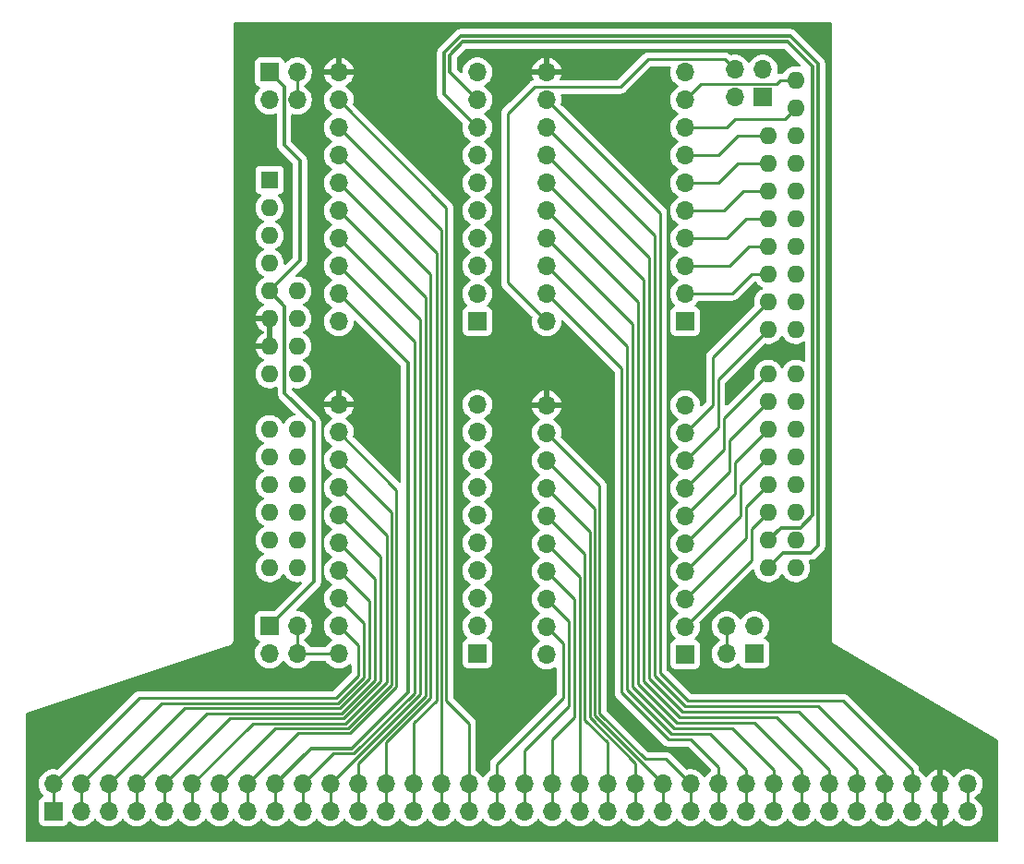
<source format=gbr>
%TF.GenerationSoftware,KiCad,Pcbnew,9.0.1-9.0.1-0~ubuntu24.04.1*%
%TF.CreationDate,2025-04-22T11:50:30+09:00*%
%TF.ProjectId,PSCE-TEST_Arty,50534345-2d54-4455-9354-5f417274792e,rev?*%
%TF.SameCoordinates,Original*%
%TF.FileFunction,Copper,L1,Top*%
%TF.FilePolarity,Positive*%
%FSLAX46Y46*%
G04 Gerber Fmt 4.6, Leading zero omitted, Abs format (unit mm)*
G04 Created by KiCad (PCBNEW 9.0.1-9.0.1-0~ubuntu24.04.1) date 2025-04-22 11:50:30*
%MOMM*%
%LPD*%
G01*
G04 APERTURE LIST*
%TA.AperFunction,ComponentPad*%
%ADD10R,1.600000X1.600000*%
%TD*%
%TA.AperFunction,ComponentPad*%
%ADD11O,1.600000X1.600000*%
%TD*%
%TA.AperFunction,ComponentPad*%
%ADD12R,1.700000X1.700000*%
%TD*%
%TA.AperFunction,ComponentPad*%
%ADD13O,1.700000X1.700000*%
%TD*%
%TA.AperFunction,ViaPad*%
%ADD14C,0.600000*%
%TD*%
%TA.AperFunction,Conductor*%
%ADD15C,0.250000*%
%TD*%
%TA.AperFunction,Conductor*%
%ADD16C,0.300000*%
%TD*%
%TA.AperFunction,Conductor*%
%ADD17C,0.254000*%
%TD*%
%TA.AperFunction,Conductor*%
%ADD18C,0.200000*%
%TD*%
G04 APERTURE END LIST*
D10*
%TO.P,A1,1,NC*%
%TO.N,unconnected-(A1-NC-Pad1)*%
X109220000Y-67056000D03*
D11*
%TO.P,A1,2,IOREF*%
%TO.N,unconnected-(A1-IOREF-Pad2)*%
X109220000Y-69596000D03*
%TO.P,A1,3,~{RESET}*%
%TO.N,unconnected-(A1-~{RESET}-Pad3)*%
X109220000Y-72136000D03*
%TO.P,A1,4,3V3*%
%TO.N,3V3*%
X109220000Y-74676000D03*
%TO.P,A1,5,+5V*%
%TO.N,+5V*%
X109220000Y-77216000D03*
%TO.P,A1,6,GND*%
%TO.N,GND*%
X109220000Y-79756000D03*
%TO.P,A1,7,GND*%
X109220000Y-82296000D03*
%TO.P,A1,8,VIN*%
%TO.N,unconnected-(A1-VIN-Pad8)*%
X109220000Y-84836000D03*
%TO.P,A1,9,A0*%
%TO.N,unconnected-(A1-A0-Pad9)*%
X109220000Y-89916000D03*
%TO.P,A1,10,A1*%
%TO.N,unconnected-(A1-A1-Pad10)*%
X109220000Y-92456000D03*
%TO.P,A1,11,A2*%
%TO.N,unconnected-(A1-A2-Pad11)*%
X109220000Y-94996000D03*
%TO.P,A1,12,A3*%
%TO.N,unconnected-(A1-A3-Pad12)*%
X109220000Y-97536000D03*
%TO.P,A1,13,SDA/A4*%
%TO.N,unconnected-(A1-SDA{slash}A4-Pad13)*%
X109220000Y-100076000D03*
%TO.P,A1,14,SCL/A5*%
%TO.N,unconnected-(A1-SCL{slash}A5-Pad14)*%
X109220000Y-102616000D03*
%TO.P,A1,15,D0/RX*%
%TO.N,Net-(A1-D0{slash}RX)*%
X157480000Y-102616000D03*
%TO.P,A1,16,D1/TX*%
%TO.N,Net-(A1-D1{slash}TX)*%
X157480000Y-100076000D03*
%TO.P,A1,17,D2*%
%TO.N,Net-(A1-D2)*%
X157480000Y-97536000D03*
%TO.P,A1,18,D3*%
%TO.N,Net-(A1-D3)*%
X157480000Y-94996000D03*
%TO.P,A1,19,D4*%
%TO.N,Net-(A1-D4)*%
X157480000Y-92456000D03*
%TO.P,A1,20,D5*%
%TO.N,Net-(A1-D5)*%
X157480000Y-89916000D03*
%TO.P,A1,21,D6*%
%TO.N,Net-(A1-D6)*%
X157480000Y-87376000D03*
%TO.P,A1,22,D7*%
%TO.N,Net-(A1-D7)*%
X157480000Y-84836000D03*
%TO.P,A1,23,D8*%
%TO.N,Net-(A1-D8)*%
X157480000Y-80776000D03*
%TO.P,A1,24,D9*%
%TO.N,Net-(A1-D9)*%
X157480000Y-78236000D03*
%TO.P,A1,25,D10*%
%TO.N,Net-(A1-D10)*%
X157480000Y-75696000D03*
%TO.P,A1,26,D11*%
%TO.N,Net-(A1-D11)*%
X157480000Y-73156000D03*
%TO.P,A1,27,D12*%
%TO.N,Net-(A1-D12)*%
X157480000Y-70616000D03*
%TO.P,A1,28,D13*%
%TO.N,Net-(A1-D13)*%
X157480000Y-68076000D03*
%TO.P,A1,29,GND*%
%TO.N,GND*%
X157480000Y-65536000D03*
%TO.P,A1,30,AREF*%
%TO.N,unconnected-(A1-AREF-Pad30)*%
X157480000Y-62996000D03*
%TO.P,A1,31,SDA/A4*%
%TO.N,Net-(U4-A7)*%
X157480000Y-60456000D03*
%TO.P,A1,32,SCL/A5*%
%TO.N,Net-(U4-A8)*%
X157480000Y-57916000D03*
%TO.P,A1,33,IO26*%
%TO.N,Net-(A1-IO26)*%
X154940000Y-102616000D03*
%TO.P,A1,34,IO27*%
%TO.N,Net-(A1-IO27)*%
X154940000Y-100076000D03*
%TO.P,A1,35,IO28*%
%TO.N,Net-(A1-IO28)*%
X154940000Y-97536000D03*
%TO.P,A1,36,IO29*%
%TO.N,Net-(A1-IO29)*%
X154940000Y-94996000D03*
%TO.P,A1,37,IO30*%
%TO.N,Net-(A1-IO30)*%
X154940000Y-92456000D03*
%TO.P,A1,38,IO31*%
%TO.N,Net-(A1-IO31)*%
X154940000Y-89916000D03*
%TO.P,A1,39,IO32*%
%TO.N,Net-(A1-IO32)*%
X154940000Y-87376000D03*
%TO.P,A1,40,IO33*%
%TO.N,Net-(A1-IO33)*%
X154940000Y-84836000D03*
%TO.P,A1,41,IO34*%
%TO.N,Net-(A1-IO34)*%
X154940000Y-80776000D03*
%TO.P,A1,42,IO35*%
%TO.N,Net-(A1-IO35)*%
X154940000Y-78236000D03*
%TO.P,A1,43,IO36*%
%TO.N,Net-(A1-IO36)*%
X154940000Y-75696000D03*
%TO.P,A1,44,IO37*%
%TO.N,Net-(U4-A2)*%
X154940000Y-73156000D03*
%TO.P,A1,45,IO38*%
%TO.N,Net-(A1-IO38)*%
X154940000Y-70616000D03*
%TO.P,A1,46,IO37*%
%TO.N,Net-(U4-A4)*%
X154940000Y-68076000D03*
%TO.P,A1,47,IO40*%
%TO.N,Net-(A1-IO40)*%
X154940000Y-65536000D03*
%TO.P,A1,48,IO41*%
%TO.N,Net-(A1-IO41)*%
X154940000Y-62996000D03*
%TO.P,A1,49,A6*%
%TO.N,unconnected-(A1-A6-Pad49)*%
X111760000Y-89916000D03*
%TO.P,A1,50,A7*%
%TO.N,unconnected-(A1-A7-Pad50)*%
X111760000Y-92456000D03*
%TO.P,A1,51,A8*%
%TO.N,unconnected-(A1-A8-Pad51)*%
X111760000Y-94996000D03*
%TO.P,A1,52,A9*%
%TO.N,unconnected-(A1-A9-Pad52)*%
X111760000Y-97536000D03*
%TO.P,A1,53,A10*%
%TO.N,unconnected-(A1-A10-Pad53)*%
X111760000Y-100076000D03*
%TO.P,A1,54,A11*%
%TO.N,unconnected-(A1-A11-Pad54)*%
X111760000Y-102616000D03*
%TO.P,A1,55,V_P*%
%TO.N,unconnected-(A1-V_P-Pad55)*%
X111760000Y-77216000D03*
%TO.P,A1,56,V_N*%
%TO.N,unconnected-(A1-V_N-Pad56)*%
X111760000Y-79756000D03*
%TO.P,A1,57,XGND*%
%TO.N,unconnected-(A1-XGND-Pad57)*%
X111760000Y-82296000D03*
%TO.P,A1,58,XREF*%
%TO.N,unconnected-(A1-XREF-Pad58)*%
X111760000Y-84836000D03*
%TD*%
D12*
%TO.P,U4,1,VCCA*%
%TO.N,3V3*%
X147320000Y-80010000D03*
D13*
%TO.P,U4,2,A1*%
%TO.N,Net-(A1-IO36)*%
X147320000Y-77470000D03*
%TO.P,U4,3,A2*%
%TO.N,Net-(U4-A2)*%
X147320000Y-74930000D03*
%TO.P,U4,4,A3*%
%TO.N,Net-(A1-IO38)*%
X147320000Y-72390000D03*
%TO.P,U4,5,A4*%
%TO.N,Net-(U4-A4)*%
X147320000Y-69850000D03*
%TO.P,U4,6,A5*%
%TO.N,Net-(A1-IO40)*%
X147320000Y-67310000D03*
%TO.P,U4,7,A6*%
%TO.N,Net-(A1-IO41)*%
X147320000Y-64770000D03*
%TO.P,U4,8,A7*%
%TO.N,Net-(U4-A7)*%
X147320000Y-62230000D03*
%TO.P,U4,9,A8*%
%TO.N,Net-(U4-A8)*%
X147320000Y-59690000D03*
%TO.P,U4,10,OE*%
%TO.N,3V3*%
X147320000Y-57150000D03*
%TO.P,U4,11,GND*%
%TO.N,GND*%
X134620000Y-57150000D03*
%TO.P,U4,12,B8*%
%TO.N,/A5*%
X134620000Y-59690000D03*
%TO.P,U4,13,B7*%
%TO.N,/A4*%
X134620000Y-62230000D03*
%TO.P,U4,14,B6*%
%TO.N,/IO41*%
X134620000Y-64770000D03*
%TO.P,U4,15,B5*%
%TO.N,/IO40*%
X134620000Y-67310000D03*
%TO.P,U4,16,B4*%
%TO.N,/IO39*%
X134620000Y-69850000D03*
%TO.P,U4,17,B3*%
%TO.N,/IO38*%
X134620000Y-72390000D03*
%TO.P,U4,18,B2*%
%TO.N,/IO37*%
X134620000Y-74930000D03*
%TO.P,U4,19,B1*%
%TO.N,/IO36*%
X134620000Y-77470000D03*
%TO.P,U4,20,VCCB*%
%TO.N,Net-(J4-Pin_2)*%
X134620000Y-80010000D03*
%TD*%
D12*
%TO.P,J5,1,Pin_1*%
%TO.N,/IO0*%
X89408000Y-124968000D03*
D13*
%TO.P,J5,2,Pin_2*%
X89408000Y-122428000D03*
%TO.P,J5,3,Pin_3*%
%TO.N,/IO1*%
X91948000Y-124968000D03*
%TO.P,J5,4,Pin_4*%
X91948000Y-122428000D03*
%TO.P,J5,5,Pin_5*%
%TO.N,/IO2*%
X94488000Y-124968000D03*
%TO.P,J5,6,Pin_6*%
X94488000Y-122428000D03*
%TO.P,J5,7,Pin_7*%
%TO.N,/IO3*%
X97028000Y-124968000D03*
%TO.P,J5,8,Pin_8*%
X97028000Y-122428000D03*
%TO.P,J5,9,Pin_9*%
%TO.N,/IO4*%
X99568000Y-124968000D03*
%TO.P,J5,10,Pin_10*%
X99568000Y-122428000D03*
%TO.P,J5,11,Pin_11*%
%TO.N,/IO5*%
X102108000Y-124968000D03*
%TO.P,J5,12,Pin_12*%
X102108000Y-122428000D03*
%TO.P,J5,13,Pin_13*%
%TO.N,/IO6*%
X104648000Y-124968000D03*
%TO.P,J5,14,Pin_14*%
X104648000Y-122428000D03*
%TO.P,J5,15,Pin_15*%
%TO.N,/IO7*%
X107188000Y-124968000D03*
%TO.P,J5,16,Pin_16*%
X107188000Y-122428000D03*
%TO.P,J5,17,Pin_17*%
%TO.N,/IO8*%
X109728000Y-124968000D03*
%TO.P,J5,18,Pin_18*%
X109728000Y-122428000D03*
%TO.P,J5,19,Pin_19*%
%TO.N,/IO9*%
X112268000Y-124968000D03*
%TO.P,J5,20,Pin_20*%
X112268000Y-122428000D03*
%TO.P,J5,21,Pin_21*%
%TO.N,/IO10*%
X114808000Y-124968000D03*
%TO.P,J5,22,Pin_22*%
X114808000Y-122428000D03*
%TO.P,J5,23,Pin_23*%
%TO.N,/IO11*%
X117348000Y-124968000D03*
%TO.P,J5,24,Pin_24*%
X117348000Y-122428000D03*
%TO.P,J5,25,Pin_25*%
%TO.N,/IO12*%
X119888000Y-124968000D03*
%TO.P,J5,26,Pin_26*%
X119888000Y-122428000D03*
%TO.P,J5,27,Pin_27*%
%TO.N,/IO13*%
X122428000Y-124968000D03*
%TO.P,J5,28,Pin_28*%
X122428000Y-122428000D03*
%TO.P,J5,29,Pin_29*%
%TO.N,/IO26*%
X124968000Y-124968000D03*
%TO.P,J5,30,Pin_30*%
X124968000Y-122428000D03*
%TO.P,J5,31,Pin_31*%
%TO.N,/IO27*%
X127508000Y-124968000D03*
%TO.P,J5,32,Pin_32*%
X127508000Y-122428000D03*
%TO.P,J5,33,Pin_33*%
%TO.N,/IO28*%
X130048000Y-124968000D03*
%TO.P,J5,34,Pin_34*%
X130048000Y-122428000D03*
%TO.P,J5,35,Pin_35*%
%TO.N,/IO29*%
X132588000Y-124968000D03*
%TO.P,J5,36,Pin_36*%
X132588000Y-122428000D03*
%TO.P,J5,37,Pin_37*%
%TO.N,/IO30*%
X135128000Y-124968000D03*
%TO.P,J5,38,Pin_38*%
X135128000Y-122428000D03*
%TO.P,J5,39,Pin_39*%
%TO.N,/IO31*%
X137668000Y-124968000D03*
%TO.P,J5,40,Pin_40*%
X137668000Y-122428000D03*
%TO.P,J5,41,Pin_41*%
%TO.N,/IO32*%
X140208000Y-124968000D03*
%TO.P,J5,42,Pin_42*%
X140208000Y-122428000D03*
%TO.P,J5,43,Pin_43*%
%TO.N,/IO33*%
X142748000Y-124968000D03*
%TO.P,J5,44,Pin_44*%
X142748000Y-122428000D03*
%TO.P,J5,45,Pin_45*%
%TO.N,/IO34*%
X145288000Y-124968000D03*
%TO.P,J5,46,Pin_46*%
X145288000Y-122428000D03*
%TO.P,J5,47,Pin_47*%
%TO.N,/IO35*%
X147828000Y-124968000D03*
%TO.P,J5,48,Pin_48*%
X147828000Y-122428000D03*
%TO.P,J5,49,Pin_49*%
%TO.N,/IO36*%
X150368000Y-124968000D03*
%TO.P,J5,50,Pin_50*%
X150368000Y-122428000D03*
%TO.P,J5,51,Pin_51*%
%TO.N,/IO37*%
X152908000Y-124968000D03*
%TO.P,J5,52,Pin_52*%
X152908000Y-122428000D03*
%TO.P,J5,53,Pin_53*%
%TO.N,/IO38*%
X155448000Y-124968000D03*
%TO.P,J5,54,Pin_54*%
X155448000Y-122428000D03*
%TO.P,J5,55,Pin_55*%
%TO.N,/IO39*%
X157988000Y-124968000D03*
%TO.P,J5,56,Pin_56*%
X157988000Y-122428000D03*
%TO.P,J5,57,Pin_57*%
%TO.N,/IO40*%
X160528000Y-124968000D03*
%TO.P,J5,58,Pin_58*%
X160528000Y-122428000D03*
%TO.P,J5,59,Pin_59*%
%TO.N,/IO41*%
X163068000Y-124968000D03*
%TO.P,J5,60,Pin_60*%
X163068000Y-122428000D03*
%TO.P,J5,61,Pin_61*%
%TO.N,/A4*%
X165608000Y-124968000D03*
%TO.P,J5,62,Pin_62*%
X165608000Y-122428000D03*
%TO.P,J5,63,Pin_63*%
%TO.N,/A5*%
X168148000Y-124968000D03*
%TO.P,J5,64,Pin_64*%
X168148000Y-122428000D03*
%TO.P,J5,65,Pin_65*%
%TO.N,GND*%
X170688000Y-124968000D03*
%TO.P,J5,66,Pin_66*%
X170688000Y-122428000D03*
%TO.P,J5,67,Pin_67*%
%TO.N,+5V*%
X173228000Y-124968000D03*
%TO.P,J5,68,Pin_68*%
X173228000Y-122428000D03*
%TD*%
D12*
%TO.P,J3,1,Pin_1*%
%TO.N,+5V*%
X153675000Y-110495000D03*
D13*
%TO.P,J3,2,Pin_2*%
%TO.N,Net-(J3-Pin_2)*%
X151135000Y-110495000D03*
%TO.P,J3,3,Pin_3*%
%TO.N,3V3*%
X153675000Y-107955000D03*
%TO.P,J3,4,Pin_4*%
%TO.N,Net-(J3-Pin_2)*%
X151135000Y-107955000D03*
%TD*%
D12*
%TO.P,J1,1,Pin_1*%
%TO.N,+5V*%
X109215000Y-107945000D03*
D13*
%TO.P,J1,2,Pin_2*%
%TO.N,Net-(J1-Pin_2)*%
X111755000Y-107945000D03*
%TO.P,J1,3,Pin_3*%
%TO.N,3V3*%
X109215000Y-110485000D03*
%TO.P,J1,4,Pin_4*%
%TO.N,Net-(J1-Pin_2)*%
X111755000Y-110485000D03*
%TD*%
D12*
%TO.P,U2,1,VCCA*%
%TO.N,3V3*%
X128270000Y-80010000D03*
D13*
%TO.P,U2,2,A1*%
%TO.N,Net-(A1-D8)*%
X128270000Y-77470000D03*
%TO.P,U2,3,A2*%
%TO.N,Net-(A1-D9)*%
X128270000Y-74930000D03*
%TO.P,U2,4,A3*%
%TO.N,Net-(A1-D10)*%
X128270000Y-72390000D03*
%TO.P,U2,5,A4*%
%TO.N,Net-(A1-D11)*%
X128270000Y-69850000D03*
%TO.P,U2,6,A5*%
%TO.N,Net-(A1-D12)*%
X128270000Y-67310000D03*
%TO.P,U2,7,A6*%
%TO.N,Net-(A1-D13)*%
X128270000Y-64770000D03*
%TO.P,U2,8,A7*%
%TO.N,Net-(A1-IO26)*%
X128270000Y-62230000D03*
%TO.P,U2,9,A8*%
%TO.N,Net-(A1-IO27)*%
X128270000Y-59690000D03*
%TO.P,U2,10,OE*%
%TO.N,3V3*%
X128270000Y-57150000D03*
%TO.P,U2,11,GND*%
%TO.N,GND*%
X115570000Y-57150000D03*
%TO.P,U2,12,B8*%
%TO.N,/IO27*%
X115570000Y-59690000D03*
%TO.P,U2,13,B7*%
%TO.N,/IO26*%
X115570000Y-62230000D03*
%TO.P,U2,14,B6*%
%TO.N,/IO13*%
X115570000Y-64770000D03*
%TO.P,U2,15,B5*%
%TO.N,/IO12*%
X115570000Y-67310000D03*
%TO.P,U2,16,B4*%
%TO.N,/IO11*%
X115570000Y-69850000D03*
%TO.P,U2,17,B3*%
%TO.N,/IO10*%
X115570000Y-72390000D03*
%TO.P,U2,18,B2*%
%TO.N,/IO9*%
X115570000Y-74930000D03*
%TO.P,U2,19,B1*%
%TO.N,/IO8*%
X115570000Y-77470000D03*
%TO.P,U2,20,VCCB*%
%TO.N,Net-(J2-Pin_2)*%
X115570000Y-80010000D03*
%TD*%
D12*
%TO.P,J2,1,Pin_1*%
%TO.N,+5V*%
X109215000Y-57145000D03*
D13*
%TO.P,J2,2,Pin_2*%
%TO.N,Net-(J2-Pin_2)*%
X111755000Y-57145000D03*
%TO.P,J2,3,Pin_3*%
%TO.N,3V3*%
X109215000Y-59685000D03*
%TO.P,J2,4,Pin_4*%
%TO.N,Net-(J2-Pin_2)*%
X111755000Y-59685000D03*
%TD*%
D12*
%TO.P,U3,1,VCCA*%
%TO.N,3V3*%
X147320000Y-110560000D03*
D13*
%TO.P,U3,2,A1*%
%TO.N,Net-(A1-IO28)*%
X147320000Y-108020000D03*
%TO.P,U3,3,A2*%
%TO.N,Net-(A1-IO29)*%
X147320000Y-105480000D03*
%TO.P,U3,4,A3*%
%TO.N,Net-(A1-IO30)*%
X147320000Y-102940000D03*
%TO.P,U3,5,A4*%
%TO.N,Net-(A1-IO31)*%
X147320000Y-100400000D03*
%TO.P,U3,6,A5*%
%TO.N,Net-(A1-IO32)*%
X147320000Y-97860000D03*
%TO.P,U3,7,A6*%
%TO.N,Net-(A1-IO33)*%
X147320000Y-95320000D03*
%TO.P,U3,8,A7*%
%TO.N,Net-(A1-IO34)*%
X147320000Y-92780000D03*
%TO.P,U3,9,A8*%
%TO.N,Net-(A1-IO35)*%
X147320000Y-90240000D03*
%TO.P,U3,10,OE*%
%TO.N,3V3*%
X147320000Y-87700000D03*
%TO.P,U3,11,GND*%
%TO.N,GND*%
X134620000Y-87700000D03*
%TO.P,U3,12,B8*%
%TO.N,/IO35*%
X134620000Y-90240000D03*
%TO.P,U3,13,B7*%
%TO.N,/IO34*%
X134620000Y-92780000D03*
%TO.P,U3,14,B6*%
%TO.N,/IO33*%
X134620000Y-95320000D03*
%TO.P,U3,15,B5*%
%TO.N,/IO32*%
X134620000Y-97860000D03*
%TO.P,U3,16,B4*%
%TO.N,/IO31*%
X134620000Y-100400000D03*
%TO.P,U3,17,B3*%
%TO.N,/IO30*%
X134620000Y-102940000D03*
%TO.P,U3,18,B2*%
%TO.N,/IO29*%
X134620000Y-105480000D03*
%TO.P,U3,19,B1*%
%TO.N,/IO28*%
X134620000Y-108020000D03*
%TO.P,U3,20,VCCB*%
%TO.N,Net-(J3-Pin_2)*%
X134620000Y-110560000D03*
%TD*%
D12*
%TO.P,J4,1,Pin_1*%
%TO.N,+5V*%
X154437000Y-59441000D03*
D13*
%TO.P,J4,2,Pin_2*%
%TO.N,Net-(J4-Pin_2)*%
X151897000Y-59441000D03*
%TO.P,J4,3,Pin_3*%
%TO.N,3V3*%
X154437000Y-56901000D03*
%TO.P,J4,4,Pin_4*%
%TO.N,Net-(J4-Pin_2)*%
X151897000Y-56901000D03*
%TD*%
D12*
%TO.P,U1,1,VCCA*%
%TO.N,3V3*%
X128270000Y-110490000D03*
D13*
%TO.P,U1,2,A1*%
%TO.N,Net-(A1-D0{slash}RX)*%
X128270000Y-107950000D03*
%TO.P,U1,3,A2*%
%TO.N,Net-(A1-D1{slash}TX)*%
X128270000Y-105410000D03*
%TO.P,U1,4,A3*%
%TO.N,Net-(A1-D2)*%
X128270000Y-102870000D03*
%TO.P,U1,5,A4*%
%TO.N,Net-(A1-D3)*%
X128270000Y-100330000D03*
%TO.P,U1,6,A5*%
%TO.N,Net-(A1-D4)*%
X128270000Y-97790000D03*
%TO.P,U1,7,A6*%
%TO.N,Net-(A1-D5)*%
X128270000Y-95250000D03*
%TO.P,U1,8,A7*%
%TO.N,Net-(A1-D6)*%
X128270000Y-92710000D03*
%TO.P,U1,9,A8*%
%TO.N,Net-(A1-D7)*%
X128270000Y-90170000D03*
%TO.P,U1,10,OE*%
%TO.N,3V3*%
X128270000Y-87630000D03*
%TO.P,U1,11,GND*%
%TO.N,GND*%
X115570000Y-87630000D03*
%TO.P,U1,12,B8*%
%TO.N,/IO7*%
X115570000Y-90170000D03*
%TO.P,U1,13,B7*%
%TO.N,/IO6*%
X115570000Y-92710000D03*
%TO.P,U1,14,B6*%
%TO.N,/IO5*%
X115570000Y-95250000D03*
%TO.P,U1,15,B5*%
%TO.N,/IO4*%
X115570000Y-97790000D03*
%TO.P,U1,16,B4*%
%TO.N,/IO3*%
X115570000Y-100330000D03*
%TO.P,U1,17,B3*%
%TO.N,/IO2*%
X115570000Y-102870000D03*
%TO.P,U1,18,B2*%
%TO.N,/IO1*%
X115570000Y-105410000D03*
%TO.P,U1,19,B1*%
%TO.N,/IO0*%
X115570000Y-107950000D03*
%TO.P,U1,20,VCCB*%
%TO.N,Net-(J1-Pin_2)*%
X115570000Y-110490000D03*
%TD*%
D14*
%TO.N,GND*%
X131572000Y-80772000D03*
X156210000Y-82804000D03*
X150114000Y-80772000D03*
X109474000Y-105156000D03*
X131064000Y-109728000D03*
X159512000Y-53594000D03*
X107696000Y-87376000D03*
X123698000Y-62738000D03*
X107696000Y-53848000D03*
X113284000Y-69342000D03*
X131826000Y-85344000D03*
X138938000Y-86868000D03*
X142748000Y-63246000D03*
X142494000Y-117094000D03*
X113030000Y-62992000D03*
X140208000Y-60706000D03*
X104394000Y-112776000D03*
X119634000Y-90932000D03*
X130810000Y-56134000D03*
X128524000Y-114046000D03*
X117602000Y-85852000D03*
X158750000Y-112268000D03*
X129540000Y-118618000D03*
X89916000Y-117348000D03*
X175006000Y-118872000D03*
X120904000Y-59944000D03*
X139700000Y-56642000D03*
%TD*%
D15*
%TO.N,Net-(A1-IO30)*%
X152400000Y-94996000D02*
X152400000Y-97860000D01*
X154940000Y-92456000D02*
X152400000Y-94996000D01*
X152400000Y-97860000D02*
X147320000Y-102940000D01*
%TO.N,Net-(A1-IO40)*%
X150368000Y-67310000D02*
X152142000Y-65536000D01*
X147320000Y-67310000D02*
X150368000Y-67310000D01*
X152142000Y-65536000D02*
X154940000Y-65536000D01*
D16*
%TO.N,+5V*%
X113284000Y-89249346D02*
X113284000Y-103876000D01*
X112014000Y-74422000D02*
X109220000Y-77216000D01*
X110609000Y-78605000D02*
X110609000Y-86574346D01*
X113284000Y-103876000D02*
X109215000Y-107945000D01*
D17*
X173228000Y-122428000D02*
X173228000Y-124968000D01*
D16*
X110609000Y-86574346D02*
X113284000Y-89249346D01*
X109215000Y-57145000D02*
X110554000Y-58484000D01*
X109220000Y-77216000D02*
X110609000Y-78605000D01*
X112014000Y-65278000D02*
X112014000Y-74422000D01*
X110554000Y-58484000D02*
X110554000Y-63818000D01*
X110554000Y-63818000D02*
X112014000Y-65278000D01*
D15*
%TO.N,Net-(A1-IO34)*%
X147320000Y-92780000D02*
X150368000Y-89732000D01*
X150368000Y-85348000D02*
X154940000Y-80776000D01*
X150368000Y-89732000D02*
X150368000Y-85348000D01*
%TO.N,Net-(A1-IO28)*%
X154940000Y-97536000D02*
X153416000Y-99060000D01*
X153416000Y-101924000D02*
X147320000Y-108020000D01*
X153416000Y-99060000D02*
X153416000Y-101924000D01*
%TO.N,Net-(A1-IO38)*%
X151130000Y-72390000D02*
X152904000Y-70616000D01*
X152904000Y-70616000D02*
X154940000Y-70616000D01*
X147320000Y-72390000D02*
X151130000Y-72390000D01*
%TO.N,Net-(A1-IO41)*%
X150368000Y-64770000D02*
X152142000Y-62996000D01*
X152142000Y-62996000D02*
X154940000Y-62996000D01*
X147320000Y-64770000D02*
X150368000Y-64770000D01*
%TO.N,Net-(A1-IO29)*%
X154940000Y-94996000D02*
X152908000Y-97028000D01*
X152908000Y-99892000D02*
X147320000Y-105480000D01*
X152908000Y-97028000D02*
X152908000Y-99892000D01*
%TO.N,Net-(A1-IO33)*%
X150876000Y-91764000D02*
X147320000Y-95320000D01*
X150876000Y-88900000D02*
X150876000Y-91764000D01*
X154940000Y-84836000D02*
X150876000Y-88900000D01*
%TO.N,Net-(A1-IO36)*%
X153412000Y-75696000D02*
X154940000Y-75696000D01*
X147320000Y-77470000D02*
X151638000Y-77470000D01*
X151638000Y-77470000D02*
X153412000Y-75696000D01*
D18*
%TO.N,GND*%
X170688000Y-122428000D02*
X170688000Y-124968000D01*
D15*
%TO.N,Net-(A1-IO32)*%
X151384000Y-93796000D02*
X147320000Y-97860000D01*
X154940000Y-87376000D02*
X151384000Y-90932000D01*
X151384000Y-90932000D02*
X151384000Y-93796000D01*
%TO.N,Net-(A1-IO35)*%
X149860000Y-83316000D02*
X149860000Y-87700000D01*
X149860000Y-87700000D02*
X147320000Y-90240000D01*
X154940000Y-78236000D02*
X149860000Y-83316000D01*
D16*
%TO.N,Net-(A1-IO27)*%
X156711000Y-54349000D02*
X159011000Y-56649000D01*
X128270000Y-59690000D02*
X125730000Y-57150000D01*
X159011000Y-97783000D02*
X157869000Y-98925000D01*
X156091000Y-98925000D02*
X154940000Y-100076000D01*
X125730000Y-57150000D02*
X125730000Y-55572520D01*
X126953520Y-54349000D02*
X156711000Y-54349000D01*
X157869000Y-98925000D02*
X156091000Y-98925000D01*
X125730000Y-55572520D02*
X126953520Y-54349000D01*
X159011000Y-56649000D02*
X159011000Y-97783000D01*
%TO.N,Net-(A1-IO26)*%
X156972000Y-53848000D02*
X126746000Y-53848000D01*
X154940000Y-102616000D02*
X156329000Y-101227000D01*
X159512000Y-100584000D02*
X159512000Y-56388000D01*
X156329000Y-101227000D02*
X158869000Y-101227000D01*
X159512000Y-56388000D02*
X156972000Y-53848000D01*
X158869000Y-101227000D02*
X159512000Y-100584000D01*
X125222000Y-55372000D02*
X125222000Y-59182000D01*
X126746000Y-53848000D02*
X125222000Y-55372000D01*
X125222000Y-59182000D02*
X128270000Y-62230000D01*
D15*
%TO.N,Net-(A1-IO31)*%
X154940000Y-89916000D02*
X151892000Y-92964000D01*
X151892000Y-95828000D02*
X147320000Y-100400000D01*
X151892000Y-92964000D02*
X151892000Y-95828000D01*
%TO.N,Net-(U4-A7)*%
X151130000Y-62230000D02*
X151892000Y-61468000D01*
X147320000Y-62230000D02*
X151130000Y-62230000D01*
X156468000Y-61468000D02*
X157480000Y-60456000D01*
X151892000Y-61468000D02*
X156468000Y-61468000D01*
%TO.N,Net-(U4-A2)*%
X147320000Y-74930000D02*
X151384000Y-74930000D01*
X151384000Y-74930000D02*
X153158000Y-73156000D01*
X153158000Y-73156000D02*
X154940000Y-73156000D01*
%TO.N,Net-(J1-Pin_2)*%
X111755000Y-110485000D02*
X111755000Y-107945000D01*
X115570000Y-110490000D02*
X111760000Y-110490000D01*
X111760000Y-110490000D02*
X111755000Y-110485000D01*
%TO.N,Net-(J2-Pin_2)*%
X111755000Y-57145000D02*
X111755000Y-59685000D01*
%TO.N,Net-(J3-Pin_2)*%
X151135000Y-107955000D02*
X151135000Y-110495000D01*
%TO.N,Net-(J4-Pin_2)*%
X133510000Y-58514000D02*
X131064000Y-60960000D01*
X151897000Y-56901000D02*
X150970000Y-55974000D01*
X131064000Y-76454000D02*
X134620000Y-80010000D01*
X143924000Y-55974000D02*
X141384000Y-58514000D01*
X131064000Y-60960000D02*
X131064000Y-76454000D01*
X150970000Y-55974000D02*
X143924000Y-55974000D01*
X141384000Y-58514000D02*
X133510000Y-58514000D01*
D17*
%TO.N,/IO26*%
X124968000Y-71628000D02*
X115570000Y-62230000D01*
X124968000Y-122428000D02*
X124968000Y-71628000D01*
X124968000Y-122428000D02*
X124968000Y-124968000D01*
%TO.N,/IO33*%
X142748000Y-122428000D02*
X142748000Y-124968000D01*
X142748000Y-120514532D02*
X138578000Y-116344532D01*
X138578000Y-116344532D02*
X138578000Y-99278000D01*
X138578000Y-99278000D02*
X134620000Y-95320000D01*
X142748000Y-122428000D02*
X142748000Y-120514532D01*
%TO.N,/IO32*%
X138123000Y-101363000D02*
X134620000Y-97860000D01*
X140208000Y-122428000D02*
X140208000Y-124968000D01*
X140208000Y-122428000D02*
X140208000Y-118618000D01*
X140208000Y-118618000D02*
X138123000Y-116533000D01*
X138123000Y-116533000D02*
X138123000Y-101363000D01*
%TO.N,/IO27*%
X127508000Y-122428000D02*
X127508000Y-124968000D01*
X125423000Y-69543000D02*
X115570000Y-59690000D01*
X125423000Y-114808000D02*
X125423000Y-69543000D01*
X127508000Y-122428000D02*
X127508000Y-116893000D01*
X127508000Y-116893000D02*
X125423000Y-114808000D01*
%TO.N,/IO0*%
X97282000Y-114554000D02*
X115316000Y-114554000D01*
X89408000Y-124968000D02*
X89408000Y-122428000D01*
X115316000Y-114554000D02*
X117348000Y-112522000D01*
X89408000Y-122428000D02*
X97282000Y-114554000D01*
D15*
X117348000Y-109728000D02*
X117348000Y-112522000D01*
X115570000Y-107950000D02*
X117348000Y-109728000D01*
D17*
%TO.N,/IO12*%
X123952000Y-114193999D02*
X123952000Y-114181467D01*
X123952000Y-114300000D02*
X123952000Y-114194000D01*
X123952000Y-114570935D02*
X123952000Y-114570934D01*
X123952000Y-113817065D02*
X123952000Y-113804533D01*
X123952000Y-77588532D02*
X123952000Y-77588533D01*
X123952000Y-113804533D02*
X123952000Y-111628934D01*
X123952000Y-114570934D02*
X123952000Y-114300000D01*
X123952000Y-111628934D02*
X123952000Y-111252000D01*
X123952000Y-79485065D02*
X123952000Y-77965468D01*
X119888000Y-122428000D02*
X119888000Y-118634936D01*
X123952000Y-79862001D02*
X123952000Y-79861999D01*
X123952000Y-114570936D02*
X123952000Y-114570935D01*
X123952000Y-80238935D02*
X123952000Y-79862001D01*
X123952000Y-75692000D02*
X115570000Y-67310000D01*
X123952000Y-110875066D02*
X123952000Y-80238935D01*
X123952000Y-77588532D02*
X123952000Y-75692000D01*
X123952000Y-77965468D02*
X123952000Y-77588532D01*
X123952000Y-114194000D02*
X123952000Y-114193999D01*
X119888000Y-122428000D02*
X119888000Y-124968000D01*
X119888000Y-118634936D02*
X123685467Y-114837467D01*
X123685467Y-114837467D02*
X123952000Y-114570936D01*
X123952000Y-111252000D02*
X123952000Y-110875066D01*
X123952000Y-114181467D02*
X123952000Y-113817065D01*
X123685467Y-114837467D02*
X123685467Y-114837468D01*
X123952000Y-79861999D02*
X123952000Y-79485065D01*
%TO.N,/A5*%
X168148000Y-121158000D02*
X161798000Y-114808000D01*
X145034000Y-112268000D02*
X145034000Y-70104000D01*
X168148000Y-122428000D02*
X168148000Y-124968000D01*
X161798000Y-114808000D02*
X147574000Y-114808000D01*
X145034000Y-70104000D02*
X134620000Y-59690000D01*
X147574000Y-114808000D02*
X145034000Y-112268000D01*
X168148000Y-122428000D02*
X168148000Y-121158000D01*
%TO.N,/A4*%
X165608000Y-122428000D02*
X165608000Y-121412000D01*
X144526000Y-72136000D02*
X134620000Y-62230000D01*
X165608000Y-122428000D02*
X165608000Y-124968000D01*
X144526000Y-112522000D02*
X144526000Y-72136000D01*
X159512000Y-115316000D02*
X147320000Y-115316000D01*
X147320000Y-115316000D02*
X144526000Y-112522000D01*
X165608000Y-121412000D02*
X159512000Y-115316000D01*
%TO.N,/IO38*%
X155448000Y-122428000D02*
X155448000Y-124968000D01*
X151638000Y-117348000D02*
X146304000Y-117348000D01*
X146304000Y-117348000D02*
X142494000Y-113538000D01*
X142494000Y-80264000D02*
X134620000Y-72390000D01*
X142494000Y-113538000D02*
X142494000Y-80264000D01*
X155448000Y-122428000D02*
X155448000Y-121158000D01*
X155448000Y-121158000D02*
X151638000Y-117348000D01*
%TO.N,/IO2*%
X105194066Y-115515000D02*
X105194065Y-115514999D01*
X107844468Y-115515000D02*
X115636277Y-115515000D01*
X118364000Y-105664000D02*
X115570000Y-102870000D01*
X107467534Y-115515000D02*
X107467533Y-115514999D01*
X105194065Y-115514999D02*
X105947935Y-115515000D01*
X118364000Y-112787277D02*
X118364000Y-105664000D01*
X107467532Y-115514999D02*
X107467534Y-115515000D01*
X94488000Y-122428000D02*
X94488000Y-124968000D01*
X101401000Y-115515000D02*
X105194066Y-115515000D01*
X105947935Y-115515000D02*
X107467532Y-115514999D01*
X115636277Y-115515000D02*
X118364000Y-112787277D01*
X107844466Y-115514999D02*
X107844468Y-115515000D01*
X107467533Y-115514999D02*
X107844466Y-115514999D01*
X94488000Y-122428000D02*
X101401000Y-115515000D01*
%TO.N,/IO3*%
X115824746Y-115969999D02*
X118872000Y-112922745D01*
X107656001Y-115970000D02*
X115824746Y-115969999D01*
X105382533Y-115970000D02*
X107279063Y-115970000D01*
X97028000Y-122428000D02*
X103486000Y-115970000D01*
X118872000Y-103632000D02*
X115570000Y-100330000D01*
X105382533Y-115970000D02*
X105382532Y-115970000D01*
X103486000Y-115970000D02*
X105382533Y-115970000D01*
X107655999Y-115970000D02*
X107656000Y-115969999D01*
X107279063Y-115970000D02*
X107279064Y-115969999D01*
X107279064Y-115969999D02*
X107279066Y-115970000D01*
X107656000Y-115969999D02*
X107656001Y-115970000D01*
X107279066Y-115970000D02*
X107655999Y-115970000D01*
X97028000Y-122428000D02*
X97028000Y-124968000D01*
X118872000Y-112922745D02*
X118872000Y-103632000D01*
%TO.N,/IO5*%
X102108000Y-122428000D02*
X102108000Y-124968000D01*
X116201681Y-116879999D02*
X116201680Y-116879999D01*
X110876411Y-116880000D02*
X116201681Y-116879999D01*
X119941000Y-113140680D02*
X119941000Y-99621000D01*
X119941000Y-99621000D02*
X115570000Y-95250000D01*
X102108000Y-122428000D02*
X107656000Y-116880000D01*
X107656000Y-116880000D02*
X110876411Y-116880000D01*
X116201680Y-116879999D02*
X119941000Y-113140680D01*
%TO.N,/IO13*%
X124513000Y-114755000D02*
X124513000Y-73713000D01*
X124513000Y-73713000D02*
X115570000Y-64770000D01*
X122428000Y-122428000D02*
X122428000Y-116840000D01*
X122428000Y-116840000D02*
X124513000Y-114755000D01*
X122428000Y-122428000D02*
X122428000Y-124968000D01*
%TO.N,/IO35*%
X143662404Y-120142000D02*
X139488000Y-115967596D01*
X139488000Y-95108000D02*
X134620000Y-90240000D01*
X147828000Y-122428000D02*
X147828000Y-124968000D01*
X139488000Y-115967596D02*
X139488000Y-95108000D01*
X145542000Y-120142000D02*
X143662404Y-120142000D01*
X147828000Y-122428000D02*
X145542000Y-120142000D01*
D15*
%TO.N,/IO1*%
X101588638Y-115062000D02*
X101213362Y-115062000D01*
X105758641Y-115062000D02*
X105383362Y-115062000D01*
X105760296Y-115062000D02*
X105758641Y-115062000D01*
X115448638Y-115062000D02*
X108032108Y-115062000D01*
X107279890Y-115062000D02*
X107278237Y-115062000D01*
X108032108Y-115062000D02*
X108032107Y-115061999D01*
X103109892Y-115061999D02*
X103109891Y-115062000D01*
X105006427Y-115061999D02*
X105006426Y-115062000D01*
X107278236Y-115061999D02*
X106977609Y-115061999D01*
X103486829Y-115062000D02*
X103485173Y-115062000D01*
X101213362Y-115062000D02*
X99314000Y-115062000D01*
X106135574Y-115062000D02*
X105760296Y-115062000D01*
X103109894Y-115062000D02*
X103109892Y-115061999D01*
X107279893Y-115062000D02*
X107279891Y-115061999D01*
X115570000Y-105410000D02*
X117856000Y-107696000D01*
X105381705Y-115061999D02*
X105006427Y-115061999D01*
X117856000Y-112654638D02*
X115448638Y-115062000D01*
X103485171Y-115062000D02*
X103109894Y-115062000D01*
X107279895Y-115061999D02*
X107279894Y-115061999D01*
X107279894Y-115061999D02*
X107279893Y-115061999D01*
X105383362Y-115062000D02*
X105381706Y-115062000D01*
X106902958Y-115061999D02*
X106902957Y-115062000D01*
X99314000Y-115062000D02*
X91948000Y-122428000D01*
X103485173Y-115062000D02*
X103485172Y-115061999D01*
X107655171Y-115061999D02*
X107655169Y-115061999D01*
X107278237Y-115062000D02*
X107278236Y-115061999D01*
X107655169Y-115061999D02*
X107279895Y-115061999D01*
X107656827Y-115061999D02*
X107655173Y-115061999D01*
X108032106Y-115062000D02*
X107656827Y-115061999D01*
X107279891Y-115061999D02*
X107279890Y-115062000D01*
X105006426Y-115062000D02*
X103862107Y-115062000D01*
X103862107Y-115062000D02*
X103486829Y-115062000D01*
D17*
X91948000Y-124968000D02*
X91948000Y-122428000D01*
D15*
X106902957Y-115062000D02*
X106135574Y-115062000D01*
X103485172Y-115061999D02*
X103485171Y-115062000D01*
X107279893Y-115061999D02*
X107279893Y-115062000D01*
X106977609Y-115061999D02*
X106902958Y-115061999D01*
X117856000Y-107696000D02*
X117856000Y-112654638D01*
X105381706Y-115062000D02*
X105381705Y-115061999D01*
X107655173Y-115061999D02*
X107655171Y-115061999D01*
X103109891Y-115062000D02*
X101588638Y-115062000D01*
X108032108Y-115062000D02*
X108032106Y-115062000D01*
D17*
%TO.N,/IO6*%
X104648000Y-122428000D02*
X109741000Y-117335000D01*
X120396000Y-97536000D02*
X115570000Y-92710000D01*
X104648000Y-122428000D02*
X104648000Y-124968000D01*
X116390149Y-117334998D02*
X120396000Y-113329147D01*
X120396000Y-113329147D02*
X120396000Y-97536000D01*
X109741000Y-117335000D02*
X116390149Y-117334998D01*
%TO.N,/IO41*%
X157734000Y-115824000D02*
X147066000Y-115824000D01*
X144018000Y-74168000D02*
X134620000Y-64770000D01*
X163068000Y-122428000D02*
X163068000Y-124968000D01*
X163068000Y-122428000D02*
X163068000Y-121158000D01*
X147066000Y-115824000D02*
X144018000Y-112776000D01*
X144018000Y-112776000D02*
X144018000Y-74168000D01*
X163068000Y-121158000D02*
X157734000Y-115824000D01*
%TO.N,/IO30*%
X135128000Y-118364000D02*
X137160000Y-116332000D01*
X137160000Y-105480000D02*
X134620000Y-102940000D01*
X135128000Y-122428000D02*
X135128000Y-118364000D01*
X135128000Y-122428000D02*
X135128000Y-124968000D01*
X137160000Y-116332000D02*
X137160000Y-105480000D01*
%TO.N,/IO36*%
X145796000Y-118364000D02*
X141478000Y-114046000D01*
X141478000Y-84328000D02*
X134620000Y-77470000D01*
X141478000Y-114046000D02*
X141478000Y-84328000D01*
X150368000Y-120904000D02*
X147828000Y-118364000D01*
X150368000Y-122428000D02*
X150368000Y-124968000D01*
X147828000Y-118364000D02*
X145796000Y-118364000D01*
X150368000Y-122428000D02*
X150368000Y-120904000D01*
%TO.N,/IO11*%
X123497000Y-114382467D02*
X123497000Y-114005532D01*
X123497000Y-114005532D02*
X123497000Y-113993000D01*
X117348000Y-122428000D02*
X117348000Y-124968000D01*
X123497000Y-79673532D02*
X123497000Y-77777000D01*
X123497000Y-111063533D02*
X123497000Y-80050468D01*
X123497000Y-77777000D02*
X115570000Y-69850000D01*
X123497000Y-113993000D02*
X123497000Y-111440467D01*
X117348000Y-122428000D02*
X117348000Y-120531468D01*
X123497000Y-111440467D02*
X123497000Y-111063533D01*
X117348000Y-120531468D02*
X123497000Y-114382468D01*
X123497000Y-80050468D02*
X123497000Y-79673532D01*
X123497000Y-114382468D02*
X123497000Y-114382467D01*
X123497000Y-79673532D02*
X123497000Y-79673533D01*
%TO.N,/IO10*%
X114808000Y-122428000D02*
X114808000Y-124968000D01*
X123042000Y-111252000D02*
X123042000Y-79862000D01*
X123042000Y-79862000D02*
X115570000Y-72390000D01*
X114808000Y-122428000D02*
X123042000Y-114194000D01*
X123042000Y-114194000D02*
X123042000Y-111252000D01*
%TO.N,/IO29*%
X132588000Y-122428000D02*
X132588000Y-124968000D01*
X132588000Y-119380000D02*
X136652000Y-115316000D01*
X132588000Y-122428000D02*
X132588000Y-119380000D01*
X136652000Y-115316000D02*
X136652000Y-107512000D01*
X136652000Y-107512000D02*
X134620000Y-105480000D01*
%TO.N,/IO31*%
X137668000Y-103448000D02*
X134620000Y-100400000D01*
X137668000Y-122428000D02*
X137668000Y-124968000D01*
X137668000Y-122428000D02*
X137668000Y-103448000D01*
%TO.N,/IO4*%
X119380000Y-101600000D02*
X115570000Y-97790000D01*
X119380000Y-113058213D02*
X119380000Y-101600000D01*
X116013213Y-116425000D02*
X116013213Y-116424998D01*
X99568000Y-122428000D02*
X99568000Y-124968000D01*
X116013213Y-116424999D02*
X119380000Y-113058213D01*
X116013213Y-116424998D02*
X116013213Y-116424999D01*
X105571000Y-116425000D02*
X116013213Y-116425000D01*
X99568000Y-122428000D02*
X105571000Y-116425000D01*
%TO.N,/IO9*%
X122487266Y-114105266D02*
X122487266Y-81847266D01*
X112268000Y-122428000D02*
X115062000Y-119634000D01*
X112268000Y-122428000D02*
X112268000Y-124968000D01*
X112268000Y-122428000D02*
X112584081Y-122428000D01*
X122487266Y-81847266D02*
X115570000Y-74930000D01*
X115062000Y-119634000D02*
X116958532Y-119634000D01*
X116958532Y-119634000D02*
X122487266Y-114105266D01*
%TO.N,/IO40*%
X143510000Y-76200000D02*
X134620000Y-67310000D01*
X160528000Y-122428000D02*
X160528000Y-124968000D01*
X143510000Y-113030000D02*
X143510000Y-76200000D01*
X160528000Y-122428000D02*
X160528000Y-121158000D01*
X160528000Y-121158000D02*
X155702000Y-116332000D01*
X146812000Y-116332000D02*
X143510000Y-113030000D01*
X155702000Y-116332000D02*
X146812000Y-116332000D01*
%TO.N,/IO28*%
X136144000Y-109544000D02*
X134620000Y-108020000D01*
X130048000Y-122428000D02*
X130048000Y-124968000D01*
X130048000Y-120650000D02*
X136144000Y-114554000D01*
X136144000Y-114554000D02*
X136144000Y-109544000D01*
X130048000Y-122428000D02*
X130048000Y-120650000D01*
D16*
%TO.N,/IO8*%
X121920000Y-113996538D02*
X116760538Y-119156000D01*
X115570000Y-77470000D02*
X121920000Y-83820000D01*
D17*
X109728000Y-122428000D02*
X109728000Y-124968000D01*
D16*
X113000000Y-119156000D02*
X109728000Y-122428000D01*
X115259994Y-119156000D02*
X114864006Y-119156000D01*
X116760538Y-119156000D02*
X115259994Y-119156000D01*
X121920000Y-83820000D02*
X121920000Y-113996538D01*
X114864006Y-119156000D02*
X113000000Y-119156000D01*
D17*
%TO.N,/IO39*%
X157988000Y-122428000D02*
X157988000Y-124968000D01*
X146558000Y-116840000D02*
X143002000Y-113284000D01*
X143002000Y-113284000D02*
X143002000Y-78232000D01*
X157988000Y-122428000D02*
X157988000Y-121158000D01*
X143002000Y-78232000D02*
X134620000Y-69850000D01*
X157988000Y-121158000D02*
X153670000Y-116840000D01*
X153670000Y-116840000D02*
X146558000Y-116840000D01*
%TO.N,/IO37*%
X152908000Y-122428000D02*
X152908000Y-121158000D01*
X141986000Y-82296000D02*
X134620000Y-74930000D01*
X141986000Y-113792000D02*
X141986000Y-82296000D01*
X152908000Y-121158000D02*
X149606000Y-117856000D01*
X152908000Y-122428000D02*
X152908000Y-124968000D01*
X149606000Y-117856000D02*
X146050000Y-117856000D01*
X146050000Y-117856000D02*
X141986000Y-113792000D01*
%TO.N,/IO34*%
X145288000Y-122428000D02*
X145288000Y-124968000D01*
X139033000Y-116156064D02*
X139033000Y-97193000D01*
X145288000Y-122411064D02*
X139033000Y-116156064D01*
X145288000Y-122428000D02*
X145288000Y-122411064D01*
X139033000Y-97193000D02*
X134620000Y-92780000D01*
%TO.N,/IO7*%
X120851000Y-113517614D02*
X120851000Y-95451000D01*
X107188000Y-122428000D02*
X107188000Y-124968000D01*
X111826001Y-117789999D02*
X116578617Y-117789998D01*
X116578617Y-117789998D02*
X120851000Y-113517614D01*
X120851000Y-95451000D02*
X115570000Y-90170000D01*
X107188000Y-122428000D02*
X111826001Y-117789999D01*
D15*
%TO.N,Net-(U4-A4)*%
X150876000Y-69850000D02*
X152650000Y-68076000D01*
X152650000Y-68076000D02*
X154940000Y-68076000D01*
X147320000Y-69850000D02*
X150876000Y-69850000D01*
%TO.N,Net-(U4-A8)*%
X156051000Y-57916000D02*
X155702000Y-58265000D01*
X157480000Y-57916000D02*
X156051000Y-57916000D01*
X147320000Y-59690000D02*
X148745000Y-58265000D01*
X148745000Y-58265000D02*
X155702000Y-58265000D01*
%TD*%
%TA.AperFunction,Conductor*%
%TO.N,GND*%
G36*
X170938000Y-124534988D02*
G01*
X170880993Y-124502075D01*
X170753826Y-124468000D01*
X170622174Y-124468000D01*
X170495007Y-124502075D01*
X170438000Y-124534988D01*
X170438000Y-122861012D01*
X170495007Y-122893925D01*
X170622174Y-122928000D01*
X170753826Y-122928000D01*
X170880993Y-122893925D01*
X170938000Y-122861012D01*
X170938000Y-124534988D01*
G37*
%TD.AperFunction*%
%TA.AperFunction,Conductor*%
G36*
X156227227Y-81301389D02*
G01*
X156239808Y-81300850D01*
X156259673Y-81312445D01*
X156281445Y-81319865D01*
X156290719Y-81330568D01*
X156300150Y-81336073D01*
X156320485Y-81364919D01*
X156367715Y-81457614D01*
X156488028Y-81623213D01*
X156632786Y-81767971D01*
X156718267Y-81830075D01*
X156798390Y-81888287D01*
X156914607Y-81947503D01*
X156980776Y-81981218D01*
X156980778Y-81981218D01*
X156980781Y-81981220D01*
X157085137Y-82015127D01*
X157175465Y-82044477D01*
X157276557Y-82060488D01*
X157377648Y-82076500D01*
X157377649Y-82076500D01*
X157582351Y-82076500D01*
X157582352Y-82076500D01*
X157784534Y-82044477D01*
X157979219Y-81981220D01*
X158161610Y-81888287D01*
X158162689Y-81887502D01*
X158163615Y-81886831D01*
X158164506Y-81886513D01*
X158165766Y-81885741D01*
X158165928Y-81886005D01*
X158229421Y-81863351D01*
X158297475Y-81879177D01*
X158346170Y-81929283D01*
X158360500Y-81987149D01*
X158360500Y-83624850D01*
X158340815Y-83691889D01*
X158288011Y-83737644D01*
X158218853Y-83747588D01*
X158165871Y-83726087D01*
X158165766Y-83726259D01*
X158164729Y-83725623D01*
X158163626Y-83725176D01*
X158161616Y-83723716D01*
X157979223Y-83630781D01*
X157784534Y-83567522D01*
X157609995Y-83539878D01*
X157582352Y-83535500D01*
X157377648Y-83535500D01*
X157353329Y-83539351D01*
X157175465Y-83567522D01*
X156980776Y-83630781D01*
X156798386Y-83723715D01*
X156632786Y-83844028D01*
X156488028Y-83988786D01*
X156367715Y-84154386D01*
X156320485Y-84247080D01*
X156272510Y-84297876D01*
X156204689Y-84314671D01*
X156138554Y-84292134D01*
X156099515Y-84247080D01*
X156059075Y-84167713D01*
X156052287Y-84154390D01*
X156027924Y-84120857D01*
X155931971Y-83988786D01*
X155787213Y-83844028D01*
X155621613Y-83723715D01*
X155621612Y-83723714D01*
X155621610Y-83723713D01*
X155559152Y-83691889D01*
X155439223Y-83630781D01*
X155244534Y-83567522D01*
X155069995Y-83539878D01*
X155042352Y-83535500D01*
X154837648Y-83535500D01*
X154813329Y-83539351D01*
X154635465Y-83567522D01*
X154440776Y-83630781D01*
X154258386Y-83723715D01*
X154092786Y-83844028D01*
X153948028Y-83988786D01*
X153827715Y-84154386D01*
X153734781Y-84336776D01*
X153671522Y-84531465D01*
X153639500Y-84733648D01*
X153639500Y-84938351D01*
X153672285Y-85145346D01*
X153670252Y-85145667D01*
X153667165Y-85206834D01*
X153637781Y-85253627D01*
X151205181Y-87686228D01*
X151143858Y-87719713D01*
X151074166Y-87714729D01*
X151018233Y-87672857D01*
X150993816Y-87607393D01*
X150993500Y-87598547D01*
X150993500Y-85658451D01*
X151013185Y-85591412D01*
X151029814Y-85570775D01*
X154522373Y-82078215D01*
X154583694Y-82044732D01*
X154630410Y-82045249D01*
X154630654Y-82043715D01*
X154734101Y-82060099D01*
X154837648Y-82076500D01*
X154837649Y-82076500D01*
X155042351Y-82076500D01*
X155042352Y-82076500D01*
X155244534Y-82044477D01*
X155439219Y-81981220D01*
X155621610Y-81888287D01*
X155747298Y-81796970D01*
X155787213Y-81767971D01*
X155787215Y-81767968D01*
X155787219Y-81767966D01*
X155931966Y-81623219D01*
X155931968Y-81623215D01*
X155931971Y-81623213D01*
X156052284Y-81457614D01*
X156052283Y-81457614D01*
X156052287Y-81457610D01*
X156099516Y-81364917D01*
X156108161Y-81355764D01*
X156112896Y-81344099D01*
X156131693Y-81330847D01*
X156147489Y-81314123D01*
X156159711Y-81311096D01*
X156170002Y-81303842D01*
X156192982Y-81302856D01*
X156215310Y-81297328D01*
X156227227Y-81301389D01*
G37*
%TD.AperFunction*%
%TA.AperFunction,Conductor*%
G36*
X109470000Y-81862988D02*
G01*
X109412993Y-81830075D01*
X109285826Y-81796000D01*
X109154174Y-81796000D01*
X109027007Y-81830075D01*
X108970000Y-81862988D01*
X108970000Y-80189012D01*
X109027007Y-80221925D01*
X109154174Y-80256000D01*
X109285826Y-80256000D01*
X109412993Y-80221925D01*
X109470000Y-80189012D01*
X109470000Y-81862988D01*
G37*
%TD.AperFunction*%
%TA.AperFunction,Conductor*%
G36*
X160732539Y-52590185D02*
G01*
X160778294Y-52642989D01*
X160789500Y-52694500D01*
X160789500Y-109218876D01*
X160789210Y-109283651D01*
X160789500Y-109284753D01*
X160789500Y-109285893D01*
X160806203Y-109348235D01*
X160806204Y-109348235D01*
X160806259Y-109348439D01*
X160822748Y-109411097D01*
X160823313Y-109412086D01*
X160823608Y-109413186D01*
X160855875Y-109469074D01*
X160855874Y-109469074D01*
X160856081Y-109469434D01*
X160888129Y-109525519D01*
X160888929Y-109526326D01*
X160889501Y-109527316D01*
X160935009Y-109572823D01*
X160935402Y-109573217D01*
X160971606Y-109609747D01*
X160980896Y-109619120D01*
X160980899Y-109619122D01*
X160982011Y-109619983D01*
X160982011Y-109619984D01*
X160982013Y-109619985D01*
X160982655Y-109620482D01*
X160982685Y-109620499D01*
X160982686Y-109620500D01*
X161038830Y-109652915D01*
X175967980Y-118361584D01*
X176015969Y-118412367D01*
X176029500Y-118468693D01*
X176029500Y-127645500D01*
X176009815Y-127712539D01*
X175957011Y-127758294D01*
X175905500Y-127769500D01*
X86984500Y-127769500D01*
X86917461Y-127749815D01*
X86871706Y-127697011D01*
X86860500Y-127645500D01*
X86860500Y-122321713D01*
X88057500Y-122321713D01*
X88057500Y-122534286D01*
X88090753Y-122744239D01*
X88156444Y-122946414D01*
X88252951Y-123135820D01*
X88377890Y-123307786D01*
X88491430Y-123421326D01*
X88524915Y-123482649D01*
X88519931Y-123552341D01*
X88478059Y-123608274D01*
X88447083Y-123625189D01*
X88315669Y-123674203D01*
X88315664Y-123674206D01*
X88200455Y-123760452D01*
X88200452Y-123760455D01*
X88114206Y-123875664D01*
X88114202Y-123875671D01*
X88063908Y-124010517D01*
X88057501Y-124070116D01*
X88057500Y-124070135D01*
X88057500Y-125865870D01*
X88057501Y-125865876D01*
X88063908Y-125925483D01*
X88114202Y-126060328D01*
X88114206Y-126060335D01*
X88200452Y-126175544D01*
X88200455Y-126175547D01*
X88315664Y-126261793D01*
X88315671Y-126261797D01*
X88450517Y-126312091D01*
X88450516Y-126312091D01*
X88457444Y-126312835D01*
X88510127Y-126318500D01*
X90305872Y-126318499D01*
X90365483Y-126312091D01*
X90500331Y-126261796D01*
X90615546Y-126175546D01*
X90701796Y-126060331D01*
X90750810Y-125928916D01*
X90792681Y-125872984D01*
X90858145Y-125848566D01*
X90926418Y-125863417D01*
X90954673Y-125884569D01*
X91068213Y-125998109D01*
X91240179Y-126123048D01*
X91240181Y-126123049D01*
X91240184Y-126123051D01*
X91429588Y-126219557D01*
X91631757Y-126285246D01*
X91841713Y-126318500D01*
X91841714Y-126318500D01*
X92054286Y-126318500D01*
X92054287Y-126318500D01*
X92264243Y-126285246D01*
X92466412Y-126219557D01*
X92655816Y-126123051D01*
X92742138Y-126060335D01*
X92827786Y-125998109D01*
X92827788Y-125998106D01*
X92827792Y-125998104D01*
X92978104Y-125847792D01*
X92978106Y-125847788D01*
X92978109Y-125847786D01*
X93103048Y-125675820D01*
X93103047Y-125675820D01*
X93103051Y-125675816D01*
X93107514Y-125667054D01*
X93155488Y-125616259D01*
X93223308Y-125599463D01*
X93289444Y-125621999D01*
X93328486Y-125667056D01*
X93332951Y-125675820D01*
X93457890Y-125847786D01*
X93608213Y-125998109D01*
X93780179Y-126123048D01*
X93780181Y-126123049D01*
X93780184Y-126123051D01*
X93969588Y-126219557D01*
X94171757Y-126285246D01*
X94381713Y-126318500D01*
X94381714Y-126318500D01*
X94594286Y-126318500D01*
X94594287Y-126318500D01*
X94804243Y-126285246D01*
X95006412Y-126219557D01*
X95195816Y-126123051D01*
X95282138Y-126060335D01*
X95367786Y-125998109D01*
X95367788Y-125998106D01*
X95367792Y-125998104D01*
X95518104Y-125847792D01*
X95518106Y-125847788D01*
X95518109Y-125847786D01*
X95643048Y-125675820D01*
X95643047Y-125675820D01*
X95643051Y-125675816D01*
X95647514Y-125667054D01*
X95695488Y-125616259D01*
X95763308Y-125599463D01*
X95829444Y-125621999D01*
X95868486Y-125667056D01*
X95872951Y-125675820D01*
X95997890Y-125847786D01*
X96148213Y-125998109D01*
X96320179Y-126123048D01*
X96320181Y-126123049D01*
X96320184Y-126123051D01*
X96509588Y-126219557D01*
X96711757Y-126285246D01*
X96921713Y-126318500D01*
X96921714Y-126318500D01*
X97134286Y-126318500D01*
X97134287Y-126318500D01*
X97344243Y-126285246D01*
X97546412Y-126219557D01*
X97735816Y-126123051D01*
X97822138Y-126060335D01*
X97907786Y-125998109D01*
X97907788Y-125998106D01*
X97907792Y-125998104D01*
X98058104Y-125847792D01*
X98058106Y-125847788D01*
X98058109Y-125847786D01*
X98183048Y-125675820D01*
X98183047Y-125675820D01*
X98183051Y-125675816D01*
X98187514Y-125667054D01*
X98235488Y-125616259D01*
X98303308Y-125599463D01*
X98369444Y-125621999D01*
X98408486Y-125667056D01*
X98412951Y-125675820D01*
X98537890Y-125847786D01*
X98688213Y-125998109D01*
X98860179Y-126123048D01*
X98860181Y-126123049D01*
X98860184Y-126123051D01*
X99049588Y-126219557D01*
X99251757Y-126285246D01*
X99461713Y-126318500D01*
X99461714Y-126318500D01*
X99674286Y-126318500D01*
X99674287Y-126318500D01*
X99884243Y-126285246D01*
X100086412Y-126219557D01*
X100275816Y-126123051D01*
X100362138Y-126060335D01*
X100447786Y-125998109D01*
X100447788Y-125998106D01*
X100447792Y-125998104D01*
X100598104Y-125847792D01*
X100598106Y-125847788D01*
X100598109Y-125847786D01*
X100723048Y-125675820D01*
X100723047Y-125675820D01*
X100723051Y-125675816D01*
X100727514Y-125667054D01*
X100775488Y-125616259D01*
X100843308Y-125599463D01*
X100909444Y-125621999D01*
X100948486Y-125667056D01*
X100952951Y-125675820D01*
X101077890Y-125847786D01*
X101228213Y-125998109D01*
X101400179Y-126123048D01*
X101400181Y-126123049D01*
X101400184Y-126123051D01*
X101589588Y-126219557D01*
X101791757Y-126285246D01*
X102001713Y-126318500D01*
X102001714Y-126318500D01*
X102214286Y-126318500D01*
X102214287Y-126318500D01*
X102424243Y-126285246D01*
X102626412Y-126219557D01*
X102815816Y-126123051D01*
X102902138Y-126060335D01*
X102987786Y-125998109D01*
X102987788Y-125998106D01*
X102987792Y-125998104D01*
X103138104Y-125847792D01*
X103138106Y-125847788D01*
X103138109Y-125847786D01*
X103263048Y-125675820D01*
X103263047Y-125675820D01*
X103263051Y-125675816D01*
X103267514Y-125667054D01*
X103315488Y-125616259D01*
X103383308Y-125599463D01*
X103449444Y-125621999D01*
X103488486Y-125667056D01*
X103492951Y-125675820D01*
X103617890Y-125847786D01*
X103768213Y-125998109D01*
X103940179Y-126123048D01*
X103940181Y-126123049D01*
X103940184Y-126123051D01*
X104129588Y-126219557D01*
X104331757Y-126285246D01*
X104541713Y-126318500D01*
X104541714Y-126318500D01*
X104754286Y-126318500D01*
X104754287Y-126318500D01*
X104964243Y-126285246D01*
X105166412Y-126219557D01*
X105355816Y-126123051D01*
X105442138Y-126060335D01*
X105527786Y-125998109D01*
X105527788Y-125998106D01*
X105527792Y-125998104D01*
X105678104Y-125847792D01*
X105678106Y-125847788D01*
X105678109Y-125847786D01*
X105803048Y-125675820D01*
X105803047Y-125675820D01*
X105803051Y-125675816D01*
X105807514Y-125667054D01*
X105855488Y-125616259D01*
X105923308Y-125599463D01*
X105989444Y-125621999D01*
X106028486Y-125667056D01*
X106032951Y-125675820D01*
X106157890Y-125847786D01*
X106308213Y-125998109D01*
X106480179Y-126123048D01*
X106480181Y-126123049D01*
X106480184Y-126123051D01*
X106669588Y-126219557D01*
X106871757Y-126285246D01*
X107081713Y-126318500D01*
X107081714Y-126318500D01*
X107294286Y-126318500D01*
X107294287Y-126318500D01*
X107504243Y-126285246D01*
X107706412Y-126219557D01*
X107895816Y-126123051D01*
X107982138Y-126060335D01*
X108067786Y-125998109D01*
X108067788Y-125998106D01*
X108067792Y-125998104D01*
X108218104Y-125847792D01*
X108218106Y-125847788D01*
X108218109Y-125847786D01*
X108343048Y-125675820D01*
X108343047Y-125675820D01*
X108343051Y-125675816D01*
X108347514Y-125667054D01*
X108395488Y-125616259D01*
X108463308Y-125599463D01*
X108529444Y-125621999D01*
X108568486Y-125667056D01*
X108572951Y-125675820D01*
X108697890Y-125847786D01*
X108848213Y-125998109D01*
X109020179Y-126123048D01*
X109020181Y-126123049D01*
X109020184Y-126123051D01*
X109209588Y-126219557D01*
X109411757Y-126285246D01*
X109621713Y-126318500D01*
X109621714Y-126318500D01*
X109834286Y-126318500D01*
X109834287Y-126318500D01*
X110044243Y-126285246D01*
X110246412Y-126219557D01*
X110435816Y-126123051D01*
X110522138Y-126060335D01*
X110607786Y-125998109D01*
X110607788Y-125998106D01*
X110607792Y-125998104D01*
X110758104Y-125847792D01*
X110758106Y-125847788D01*
X110758109Y-125847786D01*
X110883048Y-125675820D01*
X110883047Y-125675820D01*
X110883051Y-125675816D01*
X110887514Y-125667054D01*
X110935488Y-125616259D01*
X111003308Y-125599463D01*
X111069444Y-125621999D01*
X111108486Y-125667056D01*
X111112951Y-125675820D01*
X111237890Y-125847786D01*
X111388213Y-125998109D01*
X111560179Y-126123048D01*
X111560181Y-126123049D01*
X111560184Y-126123051D01*
X111749588Y-126219557D01*
X111951757Y-126285246D01*
X112161713Y-126318500D01*
X112161714Y-126318500D01*
X112374286Y-126318500D01*
X112374287Y-126318500D01*
X112584243Y-126285246D01*
X112786412Y-126219557D01*
X112975816Y-126123051D01*
X113062138Y-126060335D01*
X113147786Y-125998109D01*
X113147788Y-125998106D01*
X113147792Y-125998104D01*
X113298104Y-125847792D01*
X113298106Y-125847788D01*
X113298109Y-125847786D01*
X113423048Y-125675820D01*
X113423047Y-125675820D01*
X113423051Y-125675816D01*
X113427514Y-125667054D01*
X113475488Y-125616259D01*
X113543308Y-125599463D01*
X113609444Y-125621999D01*
X113648486Y-125667056D01*
X113652951Y-125675820D01*
X113777890Y-125847786D01*
X113928213Y-125998109D01*
X114100179Y-126123048D01*
X114100181Y-126123049D01*
X114100184Y-126123051D01*
X114289588Y-126219557D01*
X114491757Y-126285246D01*
X114701713Y-126318500D01*
X114701714Y-126318500D01*
X114914286Y-126318500D01*
X114914287Y-126318500D01*
X115124243Y-126285246D01*
X115326412Y-126219557D01*
X115515816Y-126123051D01*
X115602138Y-126060335D01*
X115687786Y-125998109D01*
X115687788Y-125998106D01*
X115687792Y-125998104D01*
X115838104Y-125847792D01*
X115838106Y-125847788D01*
X115838109Y-125847786D01*
X115963048Y-125675820D01*
X115963047Y-125675820D01*
X115963051Y-125675816D01*
X115967514Y-125667054D01*
X116015488Y-125616259D01*
X116083308Y-125599463D01*
X116149444Y-125621999D01*
X116188486Y-125667056D01*
X116192951Y-125675820D01*
X116317890Y-125847786D01*
X116468213Y-125998109D01*
X116640179Y-126123048D01*
X116640181Y-126123049D01*
X116640184Y-126123051D01*
X116829588Y-126219557D01*
X117031757Y-126285246D01*
X117241713Y-126318500D01*
X117241714Y-126318500D01*
X117454286Y-126318500D01*
X117454287Y-126318500D01*
X117664243Y-126285246D01*
X117866412Y-126219557D01*
X118055816Y-126123051D01*
X118142138Y-126060335D01*
X118227786Y-125998109D01*
X118227788Y-125998106D01*
X118227792Y-125998104D01*
X118378104Y-125847792D01*
X118378106Y-125847788D01*
X118378109Y-125847786D01*
X118503048Y-125675820D01*
X118503047Y-125675820D01*
X118503051Y-125675816D01*
X118507514Y-125667054D01*
X118555488Y-125616259D01*
X118623308Y-125599463D01*
X118689444Y-125621999D01*
X118728486Y-125667056D01*
X118732951Y-125675820D01*
X118857890Y-125847786D01*
X119008213Y-125998109D01*
X119180179Y-126123048D01*
X119180181Y-126123049D01*
X119180184Y-126123051D01*
X119369588Y-126219557D01*
X119571757Y-126285246D01*
X119781713Y-126318500D01*
X119781714Y-126318500D01*
X119994286Y-126318500D01*
X119994287Y-126318500D01*
X120204243Y-126285246D01*
X120406412Y-126219557D01*
X120595816Y-126123051D01*
X120682138Y-126060335D01*
X120767786Y-125998109D01*
X120767788Y-125998106D01*
X120767792Y-125998104D01*
X120918104Y-125847792D01*
X120918106Y-125847788D01*
X120918109Y-125847786D01*
X121043048Y-125675820D01*
X121043047Y-125675820D01*
X121043051Y-125675816D01*
X121047514Y-125667054D01*
X121095488Y-125616259D01*
X121163308Y-125599463D01*
X121229444Y-125621999D01*
X121268486Y-125667056D01*
X121272951Y-125675820D01*
X121397890Y-125847786D01*
X121548213Y-125998109D01*
X121720179Y-126123048D01*
X121720181Y-126123049D01*
X121720184Y-126123051D01*
X121909588Y-126219557D01*
X122111757Y-126285246D01*
X122321713Y-126318500D01*
X122321714Y-126318500D01*
X122534286Y-126318500D01*
X122534287Y-126318500D01*
X122744243Y-126285246D01*
X122946412Y-126219557D01*
X123135816Y-126123051D01*
X123222138Y-126060335D01*
X123307786Y-125998109D01*
X123307788Y-125998106D01*
X123307792Y-125998104D01*
X123458104Y-125847792D01*
X123458106Y-125847788D01*
X123458109Y-125847786D01*
X123583048Y-125675820D01*
X123583047Y-125675820D01*
X123583051Y-125675816D01*
X123587514Y-125667054D01*
X123635488Y-125616259D01*
X123703308Y-125599463D01*
X123769444Y-125621999D01*
X123808486Y-125667056D01*
X123812951Y-125675820D01*
X123937890Y-125847786D01*
X124088213Y-125998109D01*
X124260179Y-126123048D01*
X124260181Y-126123049D01*
X124260184Y-126123051D01*
X124449588Y-126219557D01*
X124651757Y-126285246D01*
X124861713Y-126318500D01*
X124861714Y-126318500D01*
X125074286Y-126318500D01*
X125074287Y-126318500D01*
X125284243Y-126285246D01*
X125486412Y-126219557D01*
X125675816Y-126123051D01*
X125762138Y-126060335D01*
X125847786Y-125998109D01*
X125847788Y-125998106D01*
X125847792Y-125998104D01*
X125998104Y-125847792D01*
X125998106Y-125847788D01*
X125998109Y-125847786D01*
X126123048Y-125675820D01*
X126123047Y-125675820D01*
X126123051Y-125675816D01*
X126127514Y-125667054D01*
X126175488Y-125616259D01*
X126243308Y-125599463D01*
X126309444Y-125621999D01*
X126348486Y-125667056D01*
X126352951Y-125675820D01*
X126477890Y-125847786D01*
X126628213Y-125998109D01*
X126800179Y-126123048D01*
X126800181Y-126123049D01*
X126800184Y-126123051D01*
X126989588Y-126219557D01*
X127191757Y-126285246D01*
X127401713Y-126318500D01*
X127401714Y-126318500D01*
X127614286Y-126318500D01*
X127614287Y-126318500D01*
X127824243Y-126285246D01*
X128026412Y-126219557D01*
X128215816Y-126123051D01*
X128302138Y-126060335D01*
X128387786Y-125998109D01*
X128387788Y-125998106D01*
X128387792Y-125998104D01*
X128538104Y-125847792D01*
X128538106Y-125847788D01*
X128538109Y-125847786D01*
X128663048Y-125675820D01*
X128663047Y-125675820D01*
X128663051Y-125675816D01*
X128667514Y-125667054D01*
X128715488Y-125616259D01*
X128783308Y-125599463D01*
X128849444Y-125621999D01*
X128888486Y-125667056D01*
X128892951Y-125675820D01*
X129017890Y-125847786D01*
X129168213Y-125998109D01*
X129340179Y-126123048D01*
X129340181Y-126123049D01*
X129340184Y-126123051D01*
X129529588Y-126219557D01*
X129731757Y-126285246D01*
X129941713Y-126318500D01*
X129941714Y-126318500D01*
X130154286Y-126318500D01*
X130154287Y-126318500D01*
X130364243Y-126285246D01*
X130566412Y-126219557D01*
X130755816Y-126123051D01*
X130842138Y-126060335D01*
X130927786Y-125998109D01*
X130927788Y-125998106D01*
X130927792Y-125998104D01*
X131078104Y-125847792D01*
X131078106Y-125847788D01*
X131078109Y-125847786D01*
X131203048Y-125675820D01*
X131203047Y-125675820D01*
X131203051Y-125675816D01*
X131207514Y-125667054D01*
X131255488Y-125616259D01*
X131323308Y-125599463D01*
X131389444Y-125621999D01*
X131428486Y-125667056D01*
X131432951Y-125675820D01*
X131557890Y-125847786D01*
X131708213Y-125998109D01*
X131880179Y-126123048D01*
X131880181Y-126123049D01*
X131880184Y-126123051D01*
X132069588Y-126219557D01*
X132271757Y-126285246D01*
X132481713Y-126318500D01*
X132481714Y-126318500D01*
X132694286Y-126318500D01*
X132694287Y-126318500D01*
X132904243Y-126285246D01*
X133106412Y-126219557D01*
X133295816Y-126123051D01*
X133382138Y-126060335D01*
X133467786Y-125998109D01*
X133467788Y-125998106D01*
X133467792Y-125998104D01*
X133618104Y-125847792D01*
X133618106Y-125847788D01*
X133618109Y-125847786D01*
X133743048Y-125675820D01*
X133743047Y-125675820D01*
X133743051Y-125675816D01*
X133747514Y-125667054D01*
X133795488Y-125616259D01*
X133863308Y-125599463D01*
X133929444Y-125621999D01*
X133968486Y-125667056D01*
X133972951Y-125675820D01*
X134097890Y-125847786D01*
X134248213Y-125998109D01*
X134420179Y-126123048D01*
X134420181Y-126123049D01*
X134420184Y-126123051D01*
X134609588Y-126219557D01*
X134811757Y-126285246D01*
X135021713Y-126318500D01*
X135021714Y-126318500D01*
X135234286Y-126318500D01*
X135234287Y-126318500D01*
X135444243Y-126285246D01*
X135646412Y-126219557D01*
X135835816Y-126123051D01*
X135922138Y-126060335D01*
X136007786Y-125998109D01*
X136007788Y-125998106D01*
X136007792Y-125998104D01*
X136158104Y-125847792D01*
X136158106Y-125847788D01*
X136158109Y-125847786D01*
X136283048Y-125675820D01*
X136283047Y-125675820D01*
X136283051Y-125675816D01*
X136287514Y-125667054D01*
X136335488Y-125616259D01*
X136403308Y-125599463D01*
X136469444Y-125621999D01*
X136508486Y-125667056D01*
X136512951Y-125675820D01*
X136637890Y-125847786D01*
X136788213Y-125998109D01*
X136960179Y-126123048D01*
X136960181Y-126123049D01*
X136960184Y-126123051D01*
X137149588Y-126219557D01*
X137351757Y-126285246D01*
X137561713Y-126318500D01*
X137561714Y-126318500D01*
X137774286Y-126318500D01*
X137774287Y-126318500D01*
X137984243Y-126285246D01*
X138186412Y-126219557D01*
X138375816Y-126123051D01*
X138462138Y-126060335D01*
X138547786Y-125998109D01*
X138547788Y-125998106D01*
X138547792Y-125998104D01*
X138698104Y-125847792D01*
X138698106Y-125847788D01*
X138698109Y-125847786D01*
X138823048Y-125675820D01*
X138823047Y-125675820D01*
X138823051Y-125675816D01*
X138827514Y-125667054D01*
X138875488Y-125616259D01*
X138943308Y-125599463D01*
X139009444Y-125621999D01*
X139048486Y-125667056D01*
X139052951Y-125675820D01*
X139177890Y-125847786D01*
X139328213Y-125998109D01*
X139500179Y-126123048D01*
X139500181Y-126123049D01*
X139500184Y-126123051D01*
X139689588Y-126219557D01*
X139891757Y-126285246D01*
X140101713Y-126318500D01*
X140101714Y-126318500D01*
X140314286Y-126318500D01*
X140314287Y-126318500D01*
X140524243Y-126285246D01*
X140726412Y-126219557D01*
X140915816Y-126123051D01*
X141002138Y-126060335D01*
X141087786Y-125998109D01*
X141087788Y-125998106D01*
X141087792Y-125998104D01*
X141238104Y-125847792D01*
X141238106Y-125847788D01*
X141238109Y-125847786D01*
X141363048Y-125675820D01*
X141363047Y-125675820D01*
X141363051Y-125675816D01*
X141367514Y-125667054D01*
X141415488Y-125616259D01*
X141483308Y-125599463D01*
X141549444Y-125621999D01*
X141588486Y-125667056D01*
X141592951Y-125675820D01*
X141717890Y-125847786D01*
X141868213Y-125998109D01*
X142040179Y-126123048D01*
X142040181Y-126123049D01*
X142040184Y-126123051D01*
X142229588Y-126219557D01*
X142431757Y-126285246D01*
X142641713Y-126318500D01*
X142641714Y-126318500D01*
X142854286Y-126318500D01*
X142854287Y-126318500D01*
X143064243Y-126285246D01*
X143266412Y-126219557D01*
X143455816Y-126123051D01*
X143542138Y-126060335D01*
X143627786Y-125998109D01*
X143627788Y-125998106D01*
X143627792Y-125998104D01*
X143778104Y-125847792D01*
X143778106Y-125847788D01*
X143778109Y-125847786D01*
X143903048Y-125675820D01*
X143903047Y-125675820D01*
X143903051Y-125675816D01*
X143907514Y-125667054D01*
X143955488Y-125616259D01*
X144023308Y-125599463D01*
X144089444Y-125621999D01*
X144128486Y-125667056D01*
X144132951Y-125675820D01*
X144257890Y-125847786D01*
X144408213Y-125998109D01*
X144580179Y-126123048D01*
X144580181Y-126123049D01*
X144580184Y-126123051D01*
X144769588Y-126219557D01*
X144971757Y-126285246D01*
X145181713Y-126318500D01*
X145181714Y-126318500D01*
X145394286Y-126318500D01*
X145394287Y-126318500D01*
X145604243Y-126285246D01*
X145806412Y-126219557D01*
X145995816Y-126123051D01*
X146082138Y-126060335D01*
X146167786Y-125998109D01*
X146167788Y-125998106D01*
X146167792Y-125998104D01*
X146318104Y-125847792D01*
X146318106Y-125847788D01*
X146318109Y-125847786D01*
X146443048Y-125675820D01*
X146443047Y-125675820D01*
X146443051Y-125675816D01*
X146447514Y-125667054D01*
X146495488Y-125616259D01*
X146563308Y-125599463D01*
X146629444Y-125621999D01*
X146668486Y-125667056D01*
X146672951Y-125675820D01*
X146797890Y-125847786D01*
X146948213Y-125998109D01*
X147120179Y-126123048D01*
X147120181Y-126123049D01*
X147120184Y-126123051D01*
X147309588Y-126219557D01*
X147511757Y-126285246D01*
X147721713Y-126318500D01*
X147721714Y-126318500D01*
X147934286Y-126318500D01*
X147934287Y-126318500D01*
X148144243Y-126285246D01*
X148346412Y-126219557D01*
X148535816Y-126123051D01*
X148622138Y-126060335D01*
X148707786Y-125998109D01*
X148707788Y-125998106D01*
X148707792Y-125998104D01*
X148858104Y-125847792D01*
X148858106Y-125847788D01*
X148858109Y-125847786D01*
X148983048Y-125675820D01*
X148983047Y-125675820D01*
X148983051Y-125675816D01*
X148987514Y-125667054D01*
X149035488Y-125616259D01*
X149103308Y-125599463D01*
X149169444Y-125621999D01*
X149208486Y-125667056D01*
X149212951Y-125675820D01*
X149337890Y-125847786D01*
X149488213Y-125998109D01*
X149660179Y-126123048D01*
X149660181Y-126123049D01*
X149660184Y-126123051D01*
X149849588Y-126219557D01*
X150051757Y-126285246D01*
X150261713Y-126318500D01*
X150261714Y-126318500D01*
X150474286Y-126318500D01*
X150474287Y-126318500D01*
X150684243Y-126285246D01*
X150886412Y-126219557D01*
X151075816Y-126123051D01*
X151162138Y-126060335D01*
X151247786Y-125998109D01*
X151247788Y-125998106D01*
X151247792Y-125998104D01*
X151398104Y-125847792D01*
X151398106Y-125847788D01*
X151398109Y-125847786D01*
X151523048Y-125675820D01*
X151523047Y-125675820D01*
X151523051Y-125675816D01*
X151527514Y-125667054D01*
X151575488Y-125616259D01*
X151643308Y-125599463D01*
X151709444Y-125621999D01*
X151748486Y-125667056D01*
X151752951Y-125675820D01*
X151877890Y-125847786D01*
X152028213Y-125998109D01*
X152200179Y-126123048D01*
X152200181Y-126123049D01*
X152200184Y-126123051D01*
X152389588Y-126219557D01*
X152591757Y-126285246D01*
X152801713Y-126318500D01*
X152801714Y-126318500D01*
X153014286Y-126318500D01*
X153014287Y-126318500D01*
X153224243Y-126285246D01*
X153426412Y-126219557D01*
X153615816Y-126123051D01*
X153702138Y-126060335D01*
X153787786Y-125998109D01*
X153787788Y-125998106D01*
X153787792Y-125998104D01*
X153938104Y-125847792D01*
X153938106Y-125847788D01*
X153938109Y-125847786D01*
X154063048Y-125675820D01*
X154063047Y-125675820D01*
X154063051Y-125675816D01*
X154067514Y-125667054D01*
X154115488Y-125616259D01*
X154183308Y-125599463D01*
X154249444Y-125621999D01*
X154288486Y-125667056D01*
X154292951Y-125675820D01*
X154417890Y-125847786D01*
X154568213Y-125998109D01*
X154740179Y-126123048D01*
X154740181Y-126123049D01*
X154740184Y-126123051D01*
X154929588Y-126219557D01*
X155131757Y-126285246D01*
X155341713Y-126318500D01*
X155341714Y-126318500D01*
X155554286Y-126318500D01*
X155554287Y-126318500D01*
X155764243Y-126285246D01*
X155966412Y-126219557D01*
X156155816Y-126123051D01*
X156242138Y-126060335D01*
X156327786Y-125998109D01*
X156327788Y-125998106D01*
X156327792Y-125998104D01*
X156478104Y-125847792D01*
X156478106Y-125847788D01*
X156478109Y-125847786D01*
X156603048Y-125675820D01*
X156603047Y-125675820D01*
X156603051Y-125675816D01*
X156607514Y-125667054D01*
X156655488Y-125616259D01*
X156723308Y-125599463D01*
X156789444Y-125621999D01*
X156828486Y-125667056D01*
X156832951Y-125675820D01*
X156957890Y-125847786D01*
X157108213Y-125998109D01*
X157280179Y-126123048D01*
X157280181Y-126123049D01*
X157280184Y-126123051D01*
X157469588Y-126219557D01*
X157671757Y-126285246D01*
X157881713Y-126318500D01*
X157881714Y-126318500D01*
X158094286Y-126318500D01*
X158094287Y-126318500D01*
X158304243Y-126285246D01*
X158506412Y-126219557D01*
X158695816Y-126123051D01*
X158782138Y-126060335D01*
X158867786Y-125998109D01*
X158867788Y-125998106D01*
X158867792Y-125998104D01*
X159018104Y-125847792D01*
X159018106Y-125847788D01*
X159018109Y-125847786D01*
X159143048Y-125675820D01*
X159143047Y-125675820D01*
X159143051Y-125675816D01*
X159147514Y-125667054D01*
X159195488Y-125616259D01*
X159263308Y-125599463D01*
X159329444Y-125621999D01*
X159368486Y-125667056D01*
X159372951Y-125675820D01*
X159497890Y-125847786D01*
X159648213Y-125998109D01*
X159820179Y-126123048D01*
X159820181Y-126123049D01*
X159820184Y-126123051D01*
X160009588Y-126219557D01*
X160211757Y-126285246D01*
X160421713Y-126318500D01*
X160421714Y-126318500D01*
X160634286Y-126318500D01*
X160634287Y-126318500D01*
X160844243Y-126285246D01*
X161046412Y-126219557D01*
X161235816Y-126123051D01*
X161322138Y-126060335D01*
X161407786Y-125998109D01*
X161407788Y-125998106D01*
X161407792Y-125998104D01*
X161558104Y-125847792D01*
X161558106Y-125847788D01*
X161558109Y-125847786D01*
X161683048Y-125675820D01*
X161683047Y-125675820D01*
X161683051Y-125675816D01*
X161687514Y-125667054D01*
X161735488Y-125616259D01*
X161803308Y-125599463D01*
X161869444Y-125621999D01*
X161908486Y-125667056D01*
X161912951Y-125675820D01*
X162037890Y-125847786D01*
X162188213Y-125998109D01*
X162360179Y-126123048D01*
X162360181Y-126123049D01*
X162360184Y-126123051D01*
X162549588Y-126219557D01*
X162751757Y-126285246D01*
X162961713Y-126318500D01*
X162961714Y-126318500D01*
X163174286Y-126318500D01*
X163174287Y-126318500D01*
X163384243Y-126285246D01*
X163586412Y-126219557D01*
X163775816Y-126123051D01*
X163862138Y-126060335D01*
X163947786Y-125998109D01*
X163947788Y-125998106D01*
X163947792Y-125998104D01*
X164098104Y-125847792D01*
X164098106Y-125847788D01*
X164098109Y-125847786D01*
X164223048Y-125675820D01*
X164223047Y-125675820D01*
X164223051Y-125675816D01*
X164227514Y-125667054D01*
X164275488Y-125616259D01*
X164343308Y-125599463D01*
X164409444Y-125621999D01*
X164448486Y-125667056D01*
X164452951Y-125675820D01*
X164577890Y-125847786D01*
X164728213Y-125998109D01*
X164900179Y-126123048D01*
X164900181Y-126123049D01*
X164900184Y-126123051D01*
X165089588Y-126219557D01*
X165291757Y-126285246D01*
X165501713Y-126318500D01*
X165501714Y-126318500D01*
X165714286Y-126318500D01*
X165714287Y-126318500D01*
X165924243Y-126285246D01*
X166126412Y-126219557D01*
X166315816Y-126123051D01*
X166402138Y-126060335D01*
X166487786Y-125998109D01*
X166487788Y-125998106D01*
X166487792Y-125998104D01*
X166638104Y-125847792D01*
X166638106Y-125847788D01*
X166638109Y-125847786D01*
X166763048Y-125675820D01*
X166763047Y-125675820D01*
X166763051Y-125675816D01*
X166767514Y-125667054D01*
X166815488Y-125616259D01*
X166883308Y-125599463D01*
X166949444Y-125621999D01*
X166988486Y-125667056D01*
X166992951Y-125675820D01*
X167117890Y-125847786D01*
X167268213Y-125998109D01*
X167440179Y-126123048D01*
X167440181Y-126123049D01*
X167440184Y-126123051D01*
X167629588Y-126219557D01*
X167831757Y-126285246D01*
X168041713Y-126318500D01*
X168041714Y-126318500D01*
X168254286Y-126318500D01*
X168254287Y-126318500D01*
X168464243Y-126285246D01*
X168666412Y-126219557D01*
X168855816Y-126123051D01*
X168942138Y-126060335D01*
X169027786Y-125998109D01*
X169027788Y-125998106D01*
X169027792Y-125998104D01*
X169178104Y-125847792D01*
X169178106Y-125847788D01*
X169178109Y-125847786D01*
X169303048Y-125675820D01*
X169303051Y-125675816D01*
X169307793Y-125666508D01*
X169355763Y-125615711D01*
X169423583Y-125598911D01*
X169489719Y-125621445D01*
X169528763Y-125666500D01*
X169533377Y-125675555D01*
X169658272Y-125847459D01*
X169658276Y-125847464D01*
X169808535Y-125997723D01*
X169808540Y-125997727D01*
X169980442Y-126122620D01*
X170169782Y-126219095D01*
X170371871Y-126284757D01*
X170438000Y-126295231D01*
X170438000Y-125401012D01*
X170495007Y-125433925D01*
X170622174Y-125468000D01*
X170753826Y-125468000D01*
X170880993Y-125433925D01*
X170938000Y-125401012D01*
X170938000Y-126295230D01*
X171004126Y-126284757D01*
X171004129Y-126284757D01*
X171206217Y-126219095D01*
X171395557Y-126122620D01*
X171567459Y-125997727D01*
X171567464Y-125997723D01*
X171717723Y-125847464D01*
X171717727Y-125847459D01*
X171842620Y-125675558D01*
X171847232Y-125666507D01*
X171895205Y-125615709D01*
X171963025Y-125598912D01*
X172029161Y-125621447D01*
X172068204Y-125666504D01*
X172072949Y-125675817D01*
X172197890Y-125847786D01*
X172348213Y-125998109D01*
X172520179Y-126123048D01*
X172520181Y-126123049D01*
X172520184Y-126123051D01*
X172709588Y-126219557D01*
X172911757Y-126285246D01*
X173121713Y-126318500D01*
X173121714Y-126318500D01*
X173334286Y-126318500D01*
X173334287Y-126318500D01*
X173544243Y-126285246D01*
X173746412Y-126219557D01*
X173935816Y-126123051D01*
X174022138Y-126060335D01*
X174107786Y-125998109D01*
X174107788Y-125998106D01*
X174107792Y-125998104D01*
X174258104Y-125847792D01*
X174258106Y-125847788D01*
X174258109Y-125847786D01*
X174383048Y-125675820D01*
X174383047Y-125675820D01*
X174383051Y-125675816D01*
X174479557Y-125486412D01*
X174545246Y-125284243D01*
X174578500Y-125074287D01*
X174578500Y-124861713D01*
X174545246Y-124651757D01*
X174479557Y-124449588D01*
X174383051Y-124260184D01*
X174383049Y-124260181D01*
X174383048Y-124260179D01*
X174258109Y-124088213D01*
X174107786Y-123937890D01*
X173935820Y-123812951D01*
X173935118Y-123812593D01*
X173927054Y-123808485D01*
X173876259Y-123760512D01*
X173859463Y-123692692D01*
X173881999Y-123626556D01*
X173927059Y-123587512D01*
X173935816Y-123583051D01*
X174107792Y-123458104D01*
X174258104Y-123307792D01*
X174258106Y-123307788D01*
X174258109Y-123307786D01*
X174383048Y-123135820D01*
X174383047Y-123135820D01*
X174383051Y-123135816D01*
X174479557Y-122946412D01*
X174545246Y-122744243D01*
X174578500Y-122534287D01*
X174578500Y-122321713D01*
X174545246Y-122111757D01*
X174479557Y-121909588D01*
X174383051Y-121720184D01*
X174383049Y-121720181D01*
X174383048Y-121720179D01*
X174258109Y-121548213D01*
X174107786Y-121397890D01*
X173935820Y-121272951D01*
X173746414Y-121176444D01*
X173746413Y-121176443D01*
X173746412Y-121176443D01*
X173544243Y-121110754D01*
X173544241Y-121110753D01*
X173544240Y-121110753D01*
X173354642Y-121080724D01*
X173334287Y-121077500D01*
X173121713Y-121077500D01*
X173101358Y-121080724D01*
X172911760Y-121110753D01*
X172709585Y-121176444D01*
X172520179Y-121272951D01*
X172348213Y-121397890D01*
X172197890Y-121548213D01*
X172072949Y-121720182D01*
X172068202Y-121729499D01*
X172020227Y-121780293D01*
X171952405Y-121797087D01*
X171886271Y-121774548D01*
X171847234Y-121729495D01*
X171842622Y-121720444D01*
X171717727Y-121548540D01*
X171717723Y-121548535D01*
X171567464Y-121398276D01*
X171567459Y-121398272D01*
X171395557Y-121273379D01*
X171206215Y-121176903D01*
X171004124Y-121111241D01*
X170938000Y-121100768D01*
X170938000Y-121994988D01*
X170880993Y-121962075D01*
X170753826Y-121928000D01*
X170622174Y-121928000D01*
X170495007Y-121962075D01*
X170438000Y-121994988D01*
X170438000Y-121100768D01*
X170437999Y-121100768D01*
X170371875Y-121111241D01*
X170169784Y-121176903D01*
X169980442Y-121273379D01*
X169808540Y-121398272D01*
X169808535Y-121398276D01*
X169658276Y-121548535D01*
X169658272Y-121548540D01*
X169533378Y-121720443D01*
X169528762Y-121729502D01*
X169480784Y-121780295D01*
X169412963Y-121797087D01*
X169346829Y-121774546D01*
X169307794Y-121729493D01*
X169303051Y-121720184D01*
X169303049Y-121720181D01*
X169303048Y-121720179D01*
X169178109Y-121548213D01*
X169027786Y-121397890D01*
X168855817Y-121272949D01*
X168843202Y-121266521D01*
X168792408Y-121218546D01*
X168775500Y-121156038D01*
X168775500Y-121096194D01*
X168751386Y-120974970D01*
X168751385Y-120974966D01*
X168751385Y-120974965D01*
X168745717Y-120961281D01*
X168704086Y-120860773D01*
X168704079Y-120860760D01*
X168635412Y-120757993D01*
X168598379Y-120720960D01*
X168548008Y-120670589D01*
X165381238Y-117503819D01*
X162198013Y-114320593D01*
X162198009Y-114320590D01*
X162171331Y-114302764D01*
X162171331Y-114302763D01*
X162095235Y-114251918D01*
X162095228Y-114251914D01*
X162039992Y-114229035D01*
X161981035Y-114204614D01*
X161981027Y-114204612D01*
X161859807Y-114180500D01*
X161859803Y-114180500D01*
X147885282Y-114180500D01*
X147818243Y-114160815D01*
X147797601Y-114144181D01*
X145697819Y-112044399D01*
X145664334Y-111983076D01*
X145661500Y-111956718D01*
X145661500Y-70042196D01*
X145661499Y-70042195D01*
X145648774Y-69978218D01*
X145637386Y-69920965D01*
X145590770Y-69808427D01*
X145590345Y-69807159D01*
X145521414Y-69703996D01*
X145521413Y-69703994D01*
X145515770Y-69698351D01*
X145434008Y-69616589D01*
X135963121Y-60145702D01*
X135929636Y-60084379D01*
X135932873Y-60019698D01*
X135937246Y-60006243D01*
X135970500Y-59796287D01*
X135970500Y-59583713D01*
X135937246Y-59373757D01*
X135913870Y-59301816D01*
X135911876Y-59231977D01*
X135947956Y-59172144D01*
X136010657Y-59141316D01*
X136031802Y-59139500D01*
X141445608Y-59139500D01*
X141445608Y-59139499D01*
X141519726Y-59124757D01*
X141566452Y-59115463D01*
X141599792Y-59101652D01*
X141680286Y-59068312D01*
X141740186Y-59028287D01*
X141782733Y-58999858D01*
X141869858Y-58912733D01*
X141869858Y-58912731D01*
X141880066Y-58902524D01*
X141880067Y-58902521D01*
X144146772Y-56635819D01*
X144208095Y-56602334D01*
X144234453Y-56599500D01*
X145908198Y-56599500D01*
X145975237Y-56619185D01*
X146020992Y-56671989D01*
X146030936Y-56741147D01*
X146026129Y-56761818D01*
X146002753Y-56833760D01*
X145969500Y-57043713D01*
X145969500Y-57256286D01*
X146000225Y-57450279D01*
X146002754Y-57466243D01*
X146066818Y-57663412D01*
X146068444Y-57668414D01*
X146164951Y-57857820D01*
X146289890Y-58029786D01*
X146440213Y-58180109D01*
X146612182Y-58305050D01*
X146620946Y-58309516D01*
X146671742Y-58357491D01*
X146688536Y-58425312D01*
X146665998Y-58491447D01*
X146620946Y-58530484D01*
X146612182Y-58534949D01*
X146440213Y-58659890D01*
X146289890Y-58810213D01*
X146164951Y-58982179D01*
X146068444Y-59171585D01*
X146002753Y-59373760D01*
X145975269Y-59547287D01*
X145969500Y-59583713D01*
X145969500Y-59796287D01*
X145970748Y-59804165D01*
X146000225Y-59990279D01*
X146002754Y-60006243D01*
X146066818Y-60203412D01*
X146068444Y-60208414D01*
X146164951Y-60397820D01*
X146289890Y-60569786D01*
X146440213Y-60720109D01*
X146612182Y-60845050D01*
X146620946Y-60849516D01*
X146671742Y-60897491D01*
X146688536Y-60965312D01*
X146665998Y-61031447D01*
X146620946Y-61070484D01*
X146612182Y-61074949D01*
X146440213Y-61199890D01*
X146289890Y-61350213D01*
X146164951Y-61522179D01*
X146068444Y-61711585D01*
X146002753Y-61913760D01*
X145988455Y-62004034D01*
X145969500Y-62123713D01*
X145969500Y-62336287D01*
X146002754Y-62546243D01*
X146048067Y-62685702D01*
X146068444Y-62748414D01*
X146164951Y-62937820D01*
X146289890Y-63109786D01*
X146440213Y-63260109D01*
X146612182Y-63385050D01*
X146620946Y-63389516D01*
X146671742Y-63437491D01*
X146688536Y-63505312D01*
X146665998Y-63571447D01*
X146620946Y-63610484D01*
X146612182Y-63614949D01*
X146440213Y-63739890D01*
X146289890Y-63890213D01*
X146164951Y-64062179D01*
X146068444Y-64251585D01*
X146002753Y-64453760D01*
X145972536Y-64644543D01*
X145969500Y-64663713D01*
X145969500Y-64876287D01*
X146002754Y-65086243D01*
X146057865Y-65255857D01*
X146068444Y-65288414D01*
X146164951Y-65477820D01*
X146289890Y-65649786D01*
X146440213Y-65800109D01*
X146612182Y-65925050D01*
X146620946Y-65929516D01*
X146671742Y-65977491D01*
X146688536Y-66045312D01*
X146665998Y-66111447D01*
X146620946Y-66150484D01*
X146612182Y-66154949D01*
X146440213Y-66279890D01*
X146289890Y-66430213D01*
X146164951Y-66602179D01*
X146068444Y-66791585D01*
X146002753Y-66993760D01*
X145969500Y-67203713D01*
X145969500Y-67416286D01*
X145987261Y-67528428D01*
X146002754Y-67626243D01*
X146057865Y-67795857D01*
X146068444Y-67828414D01*
X146164951Y-68017820D01*
X146289890Y-68189786D01*
X146440213Y-68340109D01*
X146612182Y-68465050D01*
X146620946Y-68469516D01*
X146671742Y-68517491D01*
X146688536Y-68585312D01*
X146665998Y-68651447D01*
X146620946Y-68690484D01*
X146612182Y-68694949D01*
X146440213Y-68819890D01*
X146289890Y-68970213D01*
X146164951Y-69142179D01*
X146068444Y-69331585D01*
X146002753Y-69533760D01*
X145969500Y-69743713D01*
X145969500Y-69956286D01*
X145987261Y-70068428D01*
X146002754Y-70166243D01*
X146057865Y-70335857D01*
X146068444Y-70368414D01*
X146164951Y-70557820D01*
X146289890Y-70729786D01*
X146440213Y-70880109D01*
X146612182Y-71005050D01*
X146620946Y-71009516D01*
X146671742Y-71057491D01*
X146688536Y-71125312D01*
X146665998Y-71191447D01*
X146620946Y-71230484D01*
X146612182Y-71234949D01*
X146440213Y-71359890D01*
X146289890Y-71510213D01*
X146164951Y-71682179D01*
X146068444Y-71871585D01*
X146002753Y-72073760D01*
X145969500Y-72283713D01*
X145969500Y-72496286D01*
X145987261Y-72608428D01*
X146002754Y-72706243D01*
X146057865Y-72875857D01*
X146068444Y-72908414D01*
X146164951Y-73097820D01*
X146289890Y-73269786D01*
X146440213Y-73420109D01*
X146612182Y-73545050D01*
X146620946Y-73549516D01*
X146671742Y-73597491D01*
X146688536Y-73665312D01*
X146665998Y-73731447D01*
X146620946Y-73770484D01*
X146612182Y-73774949D01*
X146440213Y-73899890D01*
X146289890Y-74050213D01*
X146164951Y-74222179D01*
X146068444Y-74411585D01*
X146002753Y-74613760D01*
X145969500Y-74823713D01*
X145969500Y-75036286D01*
X145987261Y-75148428D01*
X146002754Y-75246243D01*
X146057865Y-75415857D01*
X146068444Y-75448414D01*
X146164951Y-75637820D01*
X146289890Y-75809786D01*
X146440213Y-75960109D01*
X146612182Y-76085050D01*
X146620946Y-76089516D01*
X146671742Y-76137491D01*
X146688536Y-76205312D01*
X146665998Y-76271447D01*
X146620946Y-76310484D01*
X146612182Y-76314949D01*
X146440213Y-76439890D01*
X146289890Y-76590213D01*
X146164951Y-76762179D01*
X146068444Y-76951585D01*
X146002753Y-77153760D01*
X145972536Y-77344543D01*
X145969500Y-77363713D01*
X145969500Y-77576287D01*
X146002754Y-77786243D01*
X146057865Y-77955857D01*
X146068444Y-77988414D01*
X146164951Y-78177820D01*
X146289890Y-78349786D01*
X146403430Y-78463326D01*
X146436915Y-78524649D01*
X146431931Y-78594341D01*
X146390059Y-78650274D01*
X146359083Y-78667189D01*
X146227669Y-78716203D01*
X146227664Y-78716206D01*
X146112455Y-78802452D01*
X146112452Y-78802455D01*
X146026206Y-78917664D01*
X146026202Y-78917671D01*
X145975908Y-79052517D01*
X145969501Y-79112116D01*
X145969501Y-79112123D01*
X145969500Y-79112135D01*
X145969500Y-80907870D01*
X145969501Y-80907876D01*
X145975908Y-80967483D01*
X146026202Y-81102328D01*
X146026206Y-81102335D01*
X146112452Y-81217544D01*
X146112455Y-81217547D01*
X146227664Y-81303793D01*
X146227671Y-81303797D01*
X146362517Y-81354091D01*
X146362516Y-81354091D01*
X146369444Y-81354835D01*
X146422127Y-81360500D01*
X148217872Y-81360499D01*
X148277483Y-81354091D01*
X148412331Y-81303796D01*
X148527546Y-81217546D01*
X148613796Y-81102331D01*
X148664091Y-80967483D01*
X148670500Y-80907873D01*
X148670499Y-79112128D01*
X148664091Y-79052517D01*
X148663686Y-79051432D01*
X148613797Y-78917671D01*
X148613793Y-78917664D01*
X148527547Y-78802455D01*
X148527544Y-78802452D01*
X148412335Y-78716206D01*
X148412328Y-78716202D01*
X148280917Y-78667189D01*
X148224983Y-78625318D01*
X148200566Y-78559853D01*
X148215418Y-78491580D01*
X148236563Y-78463332D01*
X148350104Y-78349792D01*
X148358417Y-78338351D01*
X148475049Y-78177819D01*
X148482497Y-78163203D01*
X148530473Y-78112408D01*
X148592981Y-78095500D01*
X151699607Y-78095500D01*
X151760029Y-78083481D01*
X151820452Y-78071463D01*
X151874767Y-78048965D01*
X151934286Y-78024312D01*
X151985509Y-77990084D01*
X151988009Y-77988414D01*
X151998271Y-77981556D01*
X152036733Y-77955858D01*
X152123858Y-77868733D01*
X152123859Y-77868731D01*
X152130925Y-77861665D01*
X152130927Y-77861661D01*
X153634771Y-76357819D01*
X153661698Y-76343115D01*
X153687517Y-76326523D01*
X153693717Y-76325631D01*
X153696094Y-76324334D01*
X153722452Y-76321500D01*
X153723885Y-76321500D01*
X153790924Y-76341185D01*
X153823606Y-76374571D01*
X153824849Y-76373669D01*
X153948028Y-76543213D01*
X154092786Y-76687971D01*
X154247749Y-76800556D01*
X154258390Y-76808287D01*
X154323900Y-76841666D01*
X154351080Y-76855515D01*
X154401876Y-76903490D01*
X154418671Y-76971311D01*
X154396134Y-77037446D01*
X154351080Y-77076485D01*
X154258386Y-77123715D01*
X154092786Y-77244028D01*
X153948028Y-77388786D01*
X153827715Y-77554386D01*
X153734781Y-77736776D01*
X153671522Y-77931465D01*
X153645542Y-78095500D01*
X153639500Y-78133648D01*
X153639500Y-78338352D01*
X153650190Y-78405843D01*
X153672285Y-78545346D01*
X153670252Y-78545667D01*
X153667165Y-78606834D01*
X153637781Y-78653627D01*
X149461270Y-82830139D01*
X149374144Y-82917264D01*
X149374138Y-82917272D01*
X149305690Y-83019708D01*
X149305688Y-83019713D01*
X149283559Y-83073139D01*
X149258538Y-83133544D01*
X149258535Y-83133556D01*
X149234500Y-83254389D01*
X149234500Y-87389546D01*
X149214815Y-87456585D01*
X149198181Y-87477227D01*
X148882181Y-87793227D01*
X148820858Y-87826712D01*
X148751166Y-87821728D01*
X148695233Y-87779856D01*
X148670816Y-87714392D01*
X148670500Y-87705546D01*
X148670500Y-87593713D01*
X148665821Y-87564174D01*
X148637246Y-87383757D01*
X148571557Y-87181588D01*
X148475051Y-86992184D01*
X148475049Y-86992181D01*
X148475048Y-86992179D01*
X148350109Y-86820213D01*
X148199786Y-86669890D01*
X148027820Y-86544951D01*
X147838414Y-86448444D01*
X147838413Y-86448443D01*
X147838412Y-86448443D01*
X147636243Y-86382754D01*
X147636241Y-86382753D01*
X147636240Y-86382753D01*
X147474957Y-86357208D01*
X147426287Y-86349500D01*
X147213713Y-86349500D01*
X147165042Y-86357208D01*
X147003760Y-86382753D01*
X146801585Y-86448444D01*
X146612179Y-86544951D01*
X146440213Y-86669890D01*
X146289890Y-86820213D01*
X146164951Y-86992179D01*
X146068444Y-87181585D01*
X146002753Y-87383760D01*
X145969500Y-87593713D01*
X145969500Y-87806287D01*
X146002754Y-88016243D01*
X146028644Y-88095925D01*
X146068444Y-88218414D01*
X146164951Y-88407820D01*
X146289890Y-88579786D01*
X146440213Y-88730109D01*
X146612182Y-88855050D01*
X146620946Y-88859516D01*
X146671742Y-88907491D01*
X146688536Y-88975312D01*
X146665998Y-89041447D01*
X146620946Y-89080484D01*
X146612182Y-89084949D01*
X146440213Y-89209890D01*
X146289890Y-89360213D01*
X146164951Y-89532179D01*
X146068444Y-89721585D01*
X146002753Y-89923760D01*
X145980587Y-90063713D01*
X145969500Y-90133713D01*
X145969500Y-90346287D01*
X146002754Y-90556243D01*
X146060540Y-90734090D01*
X146068444Y-90758414D01*
X146164951Y-90947820D01*
X146289890Y-91119786D01*
X146440213Y-91270109D01*
X146612182Y-91395050D01*
X146620946Y-91399516D01*
X146671742Y-91447491D01*
X146688536Y-91515312D01*
X146665998Y-91581447D01*
X146620946Y-91620484D01*
X146612182Y-91624949D01*
X146440213Y-91749890D01*
X146289890Y-91900213D01*
X146164951Y-92072179D01*
X146068444Y-92261585D01*
X146002753Y-92463760D01*
X145969500Y-92673713D01*
X145969500Y-92886286D01*
X145986107Y-92991142D01*
X146002754Y-93096243D01*
X146048067Y-93235702D01*
X146068444Y-93298414D01*
X146164951Y-93487820D01*
X146289890Y-93659786D01*
X146440213Y-93810109D01*
X146612182Y-93935050D01*
X146620946Y-93939516D01*
X146671742Y-93987491D01*
X146688536Y-94055312D01*
X146665998Y-94121447D01*
X146620946Y-94160484D01*
X146612182Y-94164949D01*
X146440213Y-94289890D01*
X146289890Y-94440213D01*
X146164951Y-94612179D01*
X146068444Y-94801585D01*
X146002753Y-95003760D01*
X145969500Y-95213713D01*
X145969500Y-95426286D01*
X145997841Y-95605228D01*
X146002754Y-95636243D01*
X146048067Y-95775702D01*
X146068444Y-95838414D01*
X146164951Y-96027820D01*
X146289890Y-96199786D01*
X146440213Y-96350109D01*
X146612182Y-96475050D01*
X146620946Y-96479516D01*
X146671742Y-96527491D01*
X146688536Y-96595312D01*
X146665998Y-96661447D01*
X146620946Y-96700484D01*
X146612182Y-96704949D01*
X146440213Y-96829890D01*
X146289890Y-96980213D01*
X146164951Y-97152179D01*
X146068444Y-97341585D01*
X146002753Y-97543760D01*
X145983623Y-97664543D01*
X145969500Y-97753713D01*
X145969500Y-97966287D01*
X146002754Y-98176243D01*
X146060976Y-98355432D01*
X146068444Y-98378414D01*
X146164951Y-98567820D01*
X146289890Y-98739786D01*
X146440213Y-98890109D01*
X146612182Y-99015050D01*
X146620946Y-99019516D01*
X146671742Y-99067491D01*
X146688536Y-99135312D01*
X146665998Y-99201447D01*
X146620946Y-99240484D01*
X146612182Y-99244949D01*
X146440213Y-99369890D01*
X146289890Y-99520213D01*
X146164951Y-99692179D01*
X146068444Y-99881585D01*
X146002753Y-100083760D01*
X145969500Y-100293713D01*
X145969500Y-100506286D01*
X145991956Y-100648071D01*
X146002754Y-100716243D01*
X146060540Y-100894090D01*
X146068444Y-100918414D01*
X146164951Y-101107820D01*
X146289890Y-101279786D01*
X146440213Y-101430109D01*
X146612182Y-101555050D01*
X146620946Y-101559516D01*
X146671742Y-101607491D01*
X146688536Y-101675312D01*
X146665998Y-101741447D01*
X146620946Y-101780484D01*
X146612182Y-101784949D01*
X146440213Y-101909890D01*
X146289890Y-102060213D01*
X146164951Y-102232179D01*
X146068444Y-102421585D01*
X146002753Y-102623760D01*
X145984040Y-102741909D01*
X145969500Y-102833713D01*
X145969500Y-103046287D01*
X146002754Y-103256243D01*
X146048067Y-103395702D01*
X146068444Y-103458414D01*
X146164951Y-103647820D01*
X146289890Y-103819786D01*
X146440213Y-103970109D01*
X146612182Y-104095050D01*
X146620946Y-104099516D01*
X146671742Y-104147491D01*
X146688536Y-104215312D01*
X146665998Y-104281447D01*
X146620946Y-104320484D01*
X146612182Y-104324949D01*
X146440213Y-104449890D01*
X146289890Y-104600213D01*
X146164951Y-104772179D01*
X146068444Y-104961585D01*
X146002753Y-105163760D01*
X145983623Y-105284543D01*
X145969500Y-105373713D01*
X145969500Y-105586287D01*
X146002754Y-105796243D01*
X146060927Y-105975281D01*
X146068444Y-105998414D01*
X146164951Y-106187820D01*
X146289890Y-106359786D01*
X146440213Y-106510109D01*
X146612182Y-106635050D01*
X146620946Y-106639516D01*
X146671742Y-106687491D01*
X146688536Y-106755312D01*
X146665998Y-106821447D01*
X146620946Y-106860484D01*
X146612182Y-106864949D01*
X146440213Y-106989890D01*
X146289890Y-107140213D01*
X146164951Y-107312179D01*
X146068444Y-107501585D01*
X146002753Y-107703760D01*
X145969500Y-107913713D01*
X145969500Y-108126286D01*
X145994136Y-108281835D01*
X146002754Y-108336243D01*
X146026016Y-108407837D01*
X146068444Y-108538414D01*
X146164951Y-108727820D01*
X146289890Y-108899786D01*
X146403430Y-109013326D01*
X146436915Y-109074649D01*
X146431931Y-109144341D01*
X146390059Y-109200274D01*
X146359083Y-109217189D01*
X146227669Y-109266203D01*
X146227664Y-109266206D01*
X146112455Y-109352452D01*
X146112452Y-109352455D01*
X146026206Y-109467664D01*
X146026202Y-109467671D01*
X145975908Y-109602517D01*
X145970511Y-109652721D01*
X145969501Y-109662123D01*
X145969500Y-109662135D01*
X145969500Y-111457870D01*
X145969501Y-111457876D01*
X145975908Y-111517483D01*
X146026202Y-111652328D01*
X146026206Y-111652335D01*
X146112452Y-111767544D01*
X146112455Y-111767547D01*
X146227664Y-111853793D01*
X146227671Y-111853797D01*
X146362517Y-111904091D01*
X146362516Y-111904091D01*
X146369444Y-111904835D01*
X146422127Y-111910500D01*
X148217872Y-111910499D01*
X148277483Y-111904091D01*
X148412331Y-111853796D01*
X148527546Y-111767546D01*
X148613796Y-111652331D01*
X148664091Y-111517483D01*
X148670500Y-111457873D01*
X148670499Y-109662128D01*
X148664380Y-109605208D01*
X148664091Y-109602516D01*
X148613797Y-109467671D01*
X148613793Y-109467664D01*
X148527547Y-109352455D01*
X148527544Y-109352452D01*
X148412335Y-109266206D01*
X148412328Y-109266202D01*
X148280917Y-109217189D01*
X148224983Y-109175318D01*
X148200566Y-109109853D01*
X148215418Y-109041580D01*
X148236563Y-109013332D01*
X148350104Y-108899792D01*
X148377875Y-108861569D01*
X148475048Y-108727820D01*
X148475047Y-108727820D01*
X148475051Y-108727816D01*
X148571557Y-108538412D01*
X148637246Y-108336243D01*
X148670500Y-108126287D01*
X148670500Y-107913713D01*
X148660205Y-107848713D01*
X149784500Y-107848713D01*
X149784500Y-108061286D01*
X149816169Y-108261239D01*
X149817754Y-108271243D01*
X149881818Y-108468412D01*
X149883444Y-108473414D01*
X149979951Y-108662820D01*
X150104890Y-108834786D01*
X150255213Y-108985109D01*
X150427179Y-109110048D01*
X150427181Y-109110049D01*
X150427184Y-109110051D01*
X150435941Y-109114512D01*
X150486738Y-109162483D01*
X150503536Y-109230303D01*
X150481002Y-109296440D01*
X150435953Y-109335480D01*
X150427181Y-109339950D01*
X150255213Y-109464890D01*
X150104890Y-109615213D01*
X149979951Y-109787179D01*
X149883444Y-109976585D01*
X149817753Y-110178760D01*
X149784500Y-110388713D01*
X149784500Y-110601286D01*
X149816169Y-110801239D01*
X149817754Y-110811243D01*
X149880194Y-111003414D01*
X149883444Y-111013414D01*
X149979951Y-111202820D01*
X150104890Y-111374786D01*
X150255213Y-111525109D01*
X150427179Y-111650048D01*
X150427181Y-111650049D01*
X150427184Y-111650051D01*
X150616588Y-111746557D01*
X150818757Y-111812246D01*
X151028713Y-111845500D01*
X151028714Y-111845500D01*
X151241286Y-111845500D01*
X151241287Y-111845500D01*
X151451243Y-111812246D01*
X151653412Y-111746557D01*
X151842816Y-111650051D01*
X152014792Y-111525104D01*
X152128329Y-111411566D01*
X152189648Y-111378084D01*
X152259340Y-111383068D01*
X152315274Y-111424939D01*
X152332189Y-111455917D01*
X152381202Y-111587328D01*
X152381206Y-111587335D01*
X152467452Y-111702544D01*
X152467455Y-111702547D01*
X152582664Y-111788793D01*
X152582671Y-111788797D01*
X152717517Y-111839091D01*
X152717516Y-111839091D01*
X152724444Y-111839835D01*
X152777127Y-111845500D01*
X154572872Y-111845499D01*
X154632483Y-111839091D01*
X154767331Y-111788796D01*
X154882546Y-111702546D01*
X154968796Y-111587331D01*
X155019091Y-111452483D01*
X155025500Y-111392873D01*
X155025499Y-109597128D01*
X155019091Y-109537517D01*
X155017810Y-109534083D01*
X154968797Y-109402671D01*
X154968793Y-109402664D01*
X154882547Y-109287455D01*
X154882544Y-109287452D01*
X154767335Y-109201206D01*
X154767328Y-109201202D01*
X154635917Y-109152189D01*
X154579983Y-109110318D01*
X154555566Y-109044853D01*
X154570418Y-108976580D01*
X154591563Y-108948332D01*
X154705104Y-108834792D01*
X154706052Y-108833488D01*
X154830048Y-108662820D01*
X154830047Y-108662820D01*
X154830051Y-108662816D01*
X154926557Y-108473412D01*
X154992246Y-108271243D01*
X155025500Y-108061287D01*
X155025500Y-107848713D01*
X154992246Y-107638757D01*
X154926557Y-107436588D01*
X154830051Y-107247184D01*
X154830049Y-107247181D01*
X154830048Y-107247179D01*
X154705109Y-107075213D01*
X154554786Y-106924890D01*
X154382820Y-106799951D01*
X154193414Y-106703444D01*
X154193413Y-106703443D01*
X154193412Y-106703443D01*
X153991243Y-106637754D01*
X153991241Y-106637753D01*
X153991240Y-106637753D01*
X153806895Y-106608556D01*
X153781287Y-106604500D01*
X153568713Y-106604500D01*
X153543105Y-106608556D01*
X153358760Y-106637753D01*
X153156585Y-106703444D01*
X152967179Y-106799951D01*
X152795213Y-106924890D01*
X152644890Y-107075213D01*
X152519949Y-107247182D01*
X152515484Y-107255946D01*
X152467509Y-107306742D01*
X152399688Y-107323536D01*
X152333553Y-107300998D01*
X152294516Y-107255946D01*
X152290050Y-107247182D01*
X152165109Y-107075213D01*
X152014786Y-106924890D01*
X151842820Y-106799951D01*
X151653414Y-106703444D01*
X151653413Y-106703443D01*
X151653412Y-106703443D01*
X151451243Y-106637754D01*
X151451241Y-106637753D01*
X151451240Y-106637753D01*
X151266895Y-106608556D01*
X151241287Y-106604500D01*
X151028713Y-106604500D01*
X151003105Y-106608556D01*
X150818760Y-106637753D01*
X150616585Y-106703444D01*
X150427179Y-106799951D01*
X150255213Y-106924890D01*
X150104890Y-107075213D01*
X149979951Y-107247179D01*
X149883444Y-107436585D01*
X149817753Y-107638760D01*
X149784500Y-107848713D01*
X148660205Y-107848713D01*
X148637246Y-107703757D01*
X148629562Y-107680109D01*
X148628065Y-107671778D01*
X148630948Y-107645122D01*
X148630182Y-107618321D01*
X148634698Y-107610455D01*
X148635579Y-107602313D01*
X148648733Y-107586011D01*
X148662426Y-107562162D01*
X153449197Y-102775392D01*
X153510518Y-102741909D01*
X153580210Y-102746893D01*
X153636143Y-102788765D01*
X153659349Y-102843676D01*
X153671523Y-102920535D01*
X153734781Y-103115223D01*
X153798691Y-103240653D01*
X153823180Y-103288714D01*
X153827715Y-103297613D01*
X153948028Y-103463213D01*
X154092786Y-103607971D01*
X154247749Y-103720556D01*
X154258390Y-103728287D01*
X154374607Y-103787503D01*
X154440776Y-103821218D01*
X154440778Y-103821218D01*
X154440781Y-103821220D01*
X154545137Y-103855127D01*
X154635465Y-103884477D01*
X154682452Y-103891919D01*
X154837648Y-103916500D01*
X154837649Y-103916500D01*
X155042351Y-103916500D01*
X155042352Y-103916500D01*
X155244534Y-103884477D01*
X155439219Y-103821220D01*
X155621610Y-103728287D01*
X155732370Y-103647816D01*
X155787213Y-103607971D01*
X155787215Y-103607968D01*
X155787219Y-103607966D01*
X155931966Y-103463219D01*
X155931968Y-103463215D01*
X155931971Y-103463213D01*
X156052284Y-103297614D01*
X156052285Y-103297613D01*
X156052287Y-103297610D01*
X156099516Y-103204917D01*
X156147489Y-103154123D01*
X156215310Y-103137328D01*
X156281445Y-103159865D01*
X156320483Y-103204917D01*
X156350781Y-103264379D01*
X156367715Y-103297614D01*
X156488028Y-103463213D01*
X156632786Y-103607971D01*
X156787749Y-103720556D01*
X156798390Y-103728287D01*
X156914607Y-103787503D01*
X156980776Y-103821218D01*
X156980778Y-103821218D01*
X156980781Y-103821220D01*
X157085137Y-103855127D01*
X157175465Y-103884477D01*
X157222452Y-103891919D01*
X157377648Y-103916500D01*
X157377649Y-103916500D01*
X157582351Y-103916500D01*
X157582352Y-103916500D01*
X157784534Y-103884477D01*
X157979219Y-103821220D01*
X158161610Y-103728287D01*
X158272370Y-103647816D01*
X158327213Y-103607971D01*
X158327215Y-103607968D01*
X158327219Y-103607966D01*
X158471966Y-103463219D01*
X158471968Y-103463215D01*
X158471971Y-103463213D01*
X158560057Y-103341971D01*
X158592287Y-103297610D01*
X158685220Y-103115219D01*
X158748477Y-102920534D01*
X158780500Y-102718352D01*
X158780500Y-102513648D01*
X158754831Y-102351585D01*
X158748477Y-102311465D01*
X158699972Y-102162184D01*
X158685220Y-102116781D01*
X158685218Y-102116778D01*
X158685218Y-102116776D01*
X158655165Y-102057795D01*
X158642269Y-101989126D01*
X158668545Y-101924386D01*
X158725651Y-101884128D01*
X158765650Y-101877500D01*
X158933071Y-101877500D01*
X159021452Y-101859919D01*
X159058744Y-101852501D01*
X159177127Y-101803465D01*
X159283669Y-101732277D01*
X160017276Y-100998670D01*
X160070902Y-100918412D01*
X160088464Y-100892129D01*
X160088465Y-100892127D01*
X160137501Y-100773744D01*
X160148940Y-100716238D01*
X160162500Y-100648071D01*
X160162500Y-56323928D01*
X160137502Y-56198261D01*
X160137501Y-56198260D01*
X160137501Y-56198256D01*
X160088465Y-56079873D01*
X160088465Y-56079872D01*
X160070289Y-56052671D01*
X160070289Y-56052670D01*
X160017274Y-55973327D01*
X157386673Y-53342726D01*
X157386669Y-53342723D01*
X157280127Y-53271535D01*
X157161744Y-53222499D01*
X157161738Y-53222497D01*
X157036071Y-53197500D01*
X157036069Y-53197500D01*
X126681931Y-53197500D01*
X126681929Y-53197500D01*
X126556261Y-53222497D01*
X126556255Y-53222499D01*
X126437870Y-53271535D01*
X126331331Y-53342722D01*
X126331324Y-53342728D01*
X124716726Y-54957326D01*
X124645534Y-55063874D01*
X124596499Y-55182255D01*
X124596497Y-55182261D01*
X124571500Y-55307928D01*
X124571500Y-55307931D01*
X124571500Y-59246069D01*
X124579904Y-59288318D01*
X124580491Y-59291266D01*
X124580491Y-59291269D01*
X124595904Y-59368757D01*
X124596499Y-59371744D01*
X124645535Y-59490127D01*
X124716723Y-59596669D01*
X124716726Y-59596673D01*
X124716727Y-59596674D01*
X126919342Y-61799288D01*
X126952827Y-61860611D01*
X126952319Y-61908755D01*
X126953516Y-61908945D01*
X126938455Y-62004034D01*
X126919500Y-62123713D01*
X126919500Y-62336287D01*
X126952754Y-62546243D01*
X126998067Y-62685702D01*
X127018444Y-62748414D01*
X127114951Y-62937820D01*
X127239890Y-63109786D01*
X127390213Y-63260109D01*
X127562182Y-63385050D01*
X127570946Y-63389516D01*
X127621742Y-63437491D01*
X127638536Y-63505312D01*
X127615998Y-63571447D01*
X127570946Y-63610484D01*
X127562182Y-63614949D01*
X127390213Y-63739890D01*
X127239890Y-63890213D01*
X127114951Y-64062179D01*
X127018444Y-64251585D01*
X126952753Y-64453760D01*
X126922536Y-64644543D01*
X126919500Y-64663713D01*
X126919500Y-64876287D01*
X126952754Y-65086243D01*
X127007865Y-65255857D01*
X127018444Y-65288414D01*
X127114951Y-65477820D01*
X127239890Y-65649786D01*
X127390213Y-65800109D01*
X127562182Y-65925050D01*
X127570946Y-65929516D01*
X127621742Y-65977491D01*
X127638536Y-66045312D01*
X127615998Y-66111447D01*
X127570946Y-66150484D01*
X127562182Y-66154949D01*
X127390213Y-66279890D01*
X127239890Y-66430213D01*
X127114951Y-66602179D01*
X127018444Y-66791585D01*
X126952753Y-66993760D01*
X126919500Y-67203713D01*
X126919500Y-67416286D01*
X126937261Y-67528428D01*
X126952754Y-67626243D01*
X127007865Y-67795857D01*
X127018444Y-67828414D01*
X127114951Y-68017820D01*
X127239890Y-68189786D01*
X127390213Y-68340109D01*
X127562182Y-68465050D01*
X127570946Y-68469516D01*
X127621742Y-68517491D01*
X127638536Y-68585312D01*
X127615998Y-68651447D01*
X127570946Y-68690484D01*
X127562182Y-68694949D01*
X127390213Y-68819890D01*
X127239890Y-68970213D01*
X127114951Y-69142179D01*
X127018444Y-69331585D01*
X126952753Y-69533760D01*
X126919500Y-69743713D01*
X126919500Y-69956286D01*
X126937261Y-70068428D01*
X126952754Y-70166243D01*
X127007865Y-70335857D01*
X127018444Y-70368414D01*
X127114951Y-70557820D01*
X127239890Y-70729786D01*
X127390213Y-70880109D01*
X127562182Y-71005050D01*
X127570946Y-71009516D01*
X127621742Y-71057491D01*
X127638536Y-71125312D01*
X127615998Y-71191447D01*
X127570946Y-71230484D01*
X127562182Y-71234949D01*
X127390213Y-71359890D01*
X127239890Y-71510213D01*
X127114951Y-71682179D01*
X127018444Y-71871585D01*
X126952753Y-72073760D01*
X126919500Y-72283713D01*
X126919500Y-72496286D01*
X126937261Y-72608428D01*
X126952754Y-72706243D01*
X127007865Y-72875857D01*
X127018444Y-72908414D01*
X127114951Y-73097820D01*
X127239890Y-73269786D01*
X127390213Y-73420109D01*
X127562182Y-73545050D01*
X127570946Y-73549516D01*
X127621742Y-73597491D01*
X127638536Y-73665312D01*
X127615998Y-73731447D01*
X127570946Y-73770484D01*
X127562182Y-73774949D01*
X127390213Y-73899890D01*
X127239890Y-74050213D01*
X127114951Y-74222179D01*
X127018444Y-74411585D01*
X126952753Y-74613760D01*
X126919500Y-74823713D01*
X126919500Y-75036286D01*
X126937261Y-75148428D01*
X126952754Y-75246243D01*
X127007865Y-75415857D01*
X127018444Y-75448414D01*
X127114951Y-75637820D01*
X127239890Y-75809786D01*
X127390213Y-75960109D01*
X127562182Y-76085050D01*
X127570946Y-76089516D01*
X127621742Y-76137491D01*
X127638536Y-76205312D01*
X127615998Y-76271447D01*
X127570946Y-76310484D01*
X127562182Y-76314949D01*
X127390213Y-76439890D01*
X127239890Y-76590213D01*
X127114951Y-76762179D01*
X127018444Y-76951585D01*
X126952753Y-77153760D01*
X126922536Y-77344543D01*
X126919500Y-77363713D01*
X126919500Y-77576287D01*
X126952754Y-77786243D01*
X127007865Y-77955857D01*
X127018444Y-77988414D01*
X127114951Y-78177820D01*
X127239890Y-78349786D01*
X127353430Y-78463326D01*
X127386915Y-78524649D01*
X127381931Y-78594341D01*
X127340059Y-78650274D01*
X127309083Y-78667189D01*
X127177669Y-78716203D01*
X127177664Y-78716206D01*
X127062455Y-78802452D01*
X127062452Y-78802455D01*
X126976206Y-78917664D01*
X126976202Y-78917671D01*
X126925908Y-79052517D01*
X126919501Y-79112116D01*
X126919501Y-79112123D01*
X126919500Y-79112135D01*
X126919500Y-80907870D01*
X126919501Y-80907876D01*
X126925908Y-80967483D01*
X126976202Y-81102328D01*
X126976206Y-81102335D01*
X127062452Y-81217544D01*
X127062455Y-81217547D01*
X127177664Y-81303793D01*
X127177671Y-81303797D01*
X127312517Y-81354091D01*
X127312516Y-81354091D01*
X127319444Y-81354835D01*
X127372127Y-81360500D01*
X129167872Y-81360499D01*
X129227483Y-81354091D01*
X129362331Y-81303796D01*
X129477546Y-81217546D01*
X129563796Y-81102331D01*
X129614091Y-80967483D01*
X129620500Y-80907873D01*
X129620499Y-79112128D01*
X129614091Y-79052517D01*
X129613686Y-79051432D01*
X129563797Y-78917671D01*
X129563793Y-78917664D01*
X129477547Y-78802455D01*
X129477544Y-78802452D01*
X129362335Y-78716206D01*
X129362328Y-78716202D01*
X129230917Y-78667189D01*
X129174983Y-78625318D01*
X129150566Y-78559853D01*
X129165418Y-78491580D01*
X129186563Y-78463332D01*
X129300104Y-78349792D01*
X129315731Y-78328284D01*
X129425048Y-78177820D01*
X129425049Y-78177819D01*
X129425051Y-78177816D01*
X129521557Y-77988412D01*
X129587246Y-77786243D01*
X129620500Y-77576287D01*
X129620500Y-77363713D01*
X129587246Y-77153757D01*
X129521557Y-76951588D01*
X129425051Y-76762184D01*
X129425049Y-76762181D01*
X129425048Y-76762179D01*
X129300109Y-76590213D01*
X129149786Y-76439890D01*
X128977820Y-76314951D01*
X128977115Y-76314591D01*
X128969054Y-76310485D01*
X128918259Y-76262512D01*
X128901463Y-76194692D01*
X128923999Y-76128556D01*
X128969054Y-76089515D01*
X128977816Y-76085051D01*
X129090364Y-76003281D01*
X129149786Y-75960109D01*
X129149788Y-75960106D01*
X129149792Y-75960104D01*
X129300104Y-75809792D01*
X129300106Y-75809788D01*
X129300109Y-75809786D01*
X129425048Y-75637820D01*
X129425049Y-75637819D01*
X129425051Y-75637816D01*
X129521557Y-75448412D01*
X129587246Y-75246243D01*
X129620500Y-75036287D01*
X129620500Y-74823713D01*
X129587246Y-74613757D01*
X129521557Y-74411588D01*
X129425051Y-74222184D01*
X129425049Y-74222181D01*
X129425048Y-74222179D01*
X129300109Y-74050213D01*
X129149786Y-73899890D01*
X128977820Y-73774951D01*
X128977115Y-73774591D01*
X128969054Y-73770485D01*
X128918259Y-73722512D01*
X128901463Y-73654692D01*
X128923999Y-73588556D01*
X128969054Y-73549515D01*
X128977816Y-73545051D01*
X129080042Y-73470780D01*
X129149786Y-73420109D01*
X129149788Y-73420106D01*
X129149792Y-73420104D01*
X129300104Y-73269792D01*
X129300106Y-73269788D01*
X129300109Y-73269786D01*
X129425048Y-73097820D01*
X129425049Y-73097819D01*
X129425051Y-73097816D01*
X129521557Y-72908412D01*
X129587246Y-72706243D01*
X129620500Y-72496287D01*
X129620500Y-72283713D01*
X129587246Y-72073757D01*
X129521557Y-71871588D01*
X129425051Y-71682184D01*
X129425049Y-71682181D01*
X129425048Y-71682179D01*
X129300109Y-71510213D01*
X129149786Y-71359890D01*
X128977820Y-71234951D01*
X128977115Y-71234591D01*
X128969054Y-71230485D01*
X128918259Y-71182512D01*
X128901463Y-71114692D01*
X128923999Y-71048556D01*
X128969054Y-71009515D01*
X128977816Y-71005051D01*
X129080042Y-70930780D01*
X129149786Y-70880109D01*
X129149788Y-70880106D01*
X129149792Y-70880104D01*
X129300104Y-70729792D01*
X129300106Y-70729788D01*
X129300109Y-70729786D01*
X129425048Y-70557820D01*
X129425049Y-70557819D01*
X129425051Y-70557816D01*
X129521557Y-70368412D01*
X129587246Y-70166243D01*
X129620500Y-69956287D01*
X129620500Y-69743713D01*
X129587246Y-69533757D01*
X129521557Y-69331588D01*
X129425051Y-69142184D01*
X129425049Y-69142181D01*
X129425048Y-69142179D01*
X129300109Y-68970213D01*
X129149786Y-68819890D01*
X128977820Y-68694951D01*
X128977115Y-68694591D01*
X128969054Y-68690485D01*
X128918259Y-68642512D01*
X128901463Y-68574692D01*
X128923999Y-68508556D01*
X128969054Y-68469515D01*
X128977816Y-68465051D01*
X129014790Y-68438188D01*
X129149786Y-68340109D01*
X129149788Y-68340106D01*
X129149792Y-68340104D01*
X129300104Y-68189792D01*
X129300106Y-68189788D01*
X129300109Y-68189786D01*
X129425048Y-68017820D01*
X129425049Y-68017819D01*
X129425051Y-68017816D01*
X129521557Y-67828412D01*
X129587246Y-67626243D01*
X129620500Y-67416287D01*
X129620500Y-67203713D01*
X129587246Y-66993757D01*
X129521557Y-66791588D01*
X129425051Y-66602184D01*
X129425049Y-66602181D01*
X129425048Y-66602179D01*
X129300109Y-66430213D01*
X129149786Y-66279890D01*
X128977820Y-66154951D01*
X128977115Y-66154591D01*
X128969054Y-66150485D01*
X128918259Y-66102512D01*
X128901463Y-66034692D01*
X128923999Y-65968556D01*
X128969054Y-65929515D01*
X128977816Y-65925051D01*
X129090741Y-65843007D01*
X129149786Y-65800109D01*
X129149788Y-65800106D01*
X129149792Y-65800104D01*
X129300104Y-65649792D01*
X129300106Y-65649788D01*
X129300109Y-65649786D01*
X129425048Y-65477820D01*
X129425049Y-65477819D01*
X129425051Y-65477816D01*
X129521557Y-65288412D01*
X129587246Y-65086243D01*
X129620500Y-64876287D01*
X129620500Y-64663713D01*
X129587246Y-64453757D01*
X129521557Y-64251588D01*
X129425051Y-64062184D01*
X129425049Y-64062181D01*
X129425048Y-64062179D01*
X129300109Y-63890213D01*
X129149786Y-63739890D01*
X128977820Y-63614951D01*
X128977115Y-63614591D01*
X128969054Y-63610485D01*
X128918259Y-63562512D01*
X128901463Y-63494692D01*
X128923999Y-63428556D01*
X128969054Y-63389515D01*
X128977816Y-63385051D01*
X128999789Y-63369086D01*
X129149786Y-63260109D01*
X129149788Y-63260106D01*
X129149792Y-63260104D01*
X129300104Y-63109792D01*
X129300106Y-63109788D01*
X129300109Y-63109786D01*
X129425048Y-62937820D01*
X129425049Y-62937819D01*
X129425051Y-62937816D01*
X129521557Y-62748412D01*
X129587246Y-62546243D01*
X129620500Y-62336287D01*
X129620500Y-62123713D01*
X129587246Y-61913757D01*
X129521557Y-61711588D01*
X129425051Y-61522184D01*
X129425049Y-61522181D01*
X129425048Y-61522179D01*
X129300109Y-61350213D01*
X129149786Y-61199890D01*
X128977820Y-61074951D01*
X128977115Y-61074591D01*
X128969054Y-61070485D01*
X128918259Y-61022512D01*
X128901463Y-60954692D01*
X128923999Y-60888556D01*
X128969054Y-60849515D01*
X128977816Y-60845051D01*
X129051525Y-60791499D01*
X129149786Y-60720109D01*
X129149788Y-60720106D01*
X129149792Y-60720104D01*
X129300104Y-60569792D01*
X129300106Y-60569788D01*
X129300109Y-60569786D01*
X129425048Y-60397820D01*
X129425047Y-60397820D01*
X129425051Y-60397816D01*
X129521557Y-60208412D01*
X129587246Y-60006243D01*
X129620500Y-59796287D01*
X129620500Y-59583713D01*
X129587246Y-59373757D01*
X129521557Y-59171588D01*
X129425051Y-58982184D01*
X129425049Y-58982181D01*
X129425048Y-58982179D01*
X129300109Y-58810213D01*
X129149786Y-58659890D01*
X128977820Y-58534951D01*
X128977115Y-58534591D01*
X128969054Y-58530485D01*
X128918259Y-58482512D01*
X128901463Y-58414692D01*
X128923999Y-58348556D01*
X128969054Y-58309515D01*
X128977816Y-58305051D01*
X129071020Y-58237335D01*
X129149786Y-58180109D01*
X129149788Y-58180106D01*
X129149792Y-58180104D01*
X129300104Y-58029792D01*
X129300106Y-58029788D01*
X129300109Y-58029786D01*
X129425048Y-57857820D01*
X129425047Y-57857820D01*
X129425051Y-57857816D01*
X129521557Y-57668412D01*
X129587246Y-57466243D01*
X129620500Y-57256287D01*
X129620500Y-57043713D01*
X129614731Y-57007287D01*
X129606681Y-56956461D01*
X129594658Y-56880554D01*
X129587246Y-56833757D01*
X129521557Y-56631588D01*
X129425051Y-56442184D01*
X129425049Y-56442181D01*
X129425048Y-56442179D01*
X129300109Y-56270213D01*
X129149786Y-56119890D01*
X128977820Y-55994951D01*
X128788414Y-55898444D01*
X128788413Y-55898443D01*
X128788412Y-55898443D01*
X128586243Y-55832754D01*
X128586241Y-55832753D01*
X128586240Y-55832753D01*
X128415097Y-55805647D01*
X128376287Y-55799500D01*
X128163713Y-55799500D01*
X128124903Y-55805647D01*
X127953760Y-55832753D01*
X127751585Y-55898444D01*
X127562179Y-55994951D01*
X127390213Y-56119890D01*
X127239890Y-56270213D01*
X127114951Y-56442179D01*
X127018444Y-56631585D01*
X126952753Y-56833760D01*
X126919500Y-57043713D01*
X126919500Y-57120192D01*
X126899815Y-57187231D01*
X126847011Y-57232986D01*
X126777853Y-57242930D01*
X126714297Y-57213905D01*
X126707819Y-57207873D01*
X126416819Y-56916873D01*
X126383334Y-56855550D01*
X126380500Y-56829192D01*
X126380500Y-55893328D01*
X126400185Y-55826289D01*
X126416819Y-55805647D01*
X127186647Y-55035819D01*
X127247970Y-55002334D01*
X127274328Y-54999500D01*
X156390192Y-54999500D01*
X156457231Y-55019185D01*
X156477873Y-55035819D01*
X157379509Y-55937455D01*
X157877129Y-56435074D01*
X157910614Y-56496397D01*
X157905630Y-56566089D01*
X157863758Y-56622022D01*
X157798294Y-56646439D01*
X157770050Y-56645228D01*
X157605618Y-56619185D01*
X157582352Y-56615500D01*
X157377648Y-56615500D01*
X157354382Y-56619185D01*
X157175465Y-56647522D01*
X156980776Y-56710781D01*
X156798386Y-56803715D01*
X156632786Y-56924028D01*
X156488028Y-57068786D01*
X156364849Y-57238331D01*
X156363176Y-57237115D01*
X156361909Y-57238261D01*
X156357598Y-57247703D01*
X156336441Y-57261299D01*
X156317792Y-57278169D01*
X156305991Y-57280868D01*
X156298820Y-57285477D01*
X156263885Y-57290500D01*
X156118741Y-57290500D01*
X156118721Y-57290499D01*
X156112607Y-57290499D01*
X155989394Y-57290499D01*
X155909111Y-57306467D01*
X155839520Y-57300238D01*
X155784343Y-57257374D01*
X155761100Y-57191484D01*
X155762449Y-57165451D01*
X155781731Y-57043712D01*
X155787500Y-57007287D01*
X155787500Y-56794713D01*
X155754246Y-56584757D01*
X155688557Y-56382588D01*
X155592051Y-56193184D01*
X155592049Y-56193181D01*
X155592048Y-56193179D01*
X155467109Y-56021213D01*
X155316786Y-55870890D01*
X155144820Y-55745951D01*
X154955414Y-55649444D01*
X154955413Y-55649443D01*
X154955412Y-55649443D01*
X154753243Y-55583754D01*
X154753241Y-55583753D01*
X154753240Y-55583753D01*
X154591957Y-55558208D01*
X154543287Y-55550500D01*
X154330713Y-55550500D01*
X154282042Y-55558208D01*
X154120760Y-55583753D01*
X153918585Y-55649444D01*
X153729179Y-55745951D01*
X153557213Y-55870890D01*
X153406890Y-56021213D01*
X153281949Y-56193182D01*
X153277484Y-56201946D01*
X153229509Y-56252742D01*
X153161688Y-56269536D01*
X153095553Y-56246998D01*
X153056516Y-56201946D01*
X153052050Y-56193182D01*
X152927109Y-56021213D01*
X152776786Y-55870890D01*
X152604820Y-55745951D01*
X152415414Y-55649444D01*
X152415413Y-55649443D01*
X152415412Y-55649443D01*
X152213243Y-55583754D01*
X152213241Y-55583753D01*
X152213240Y-55583753D01*
X152051957Y-55558208D01*
X152003287Y-55550500D01*
X151790713Y-55550500D01*
X151738224Y-55558813D01*
X151580754Y-55583754D01*
X151565155Y-55588822D01*
X151554744Y-55589118D01*
X151545302Y-55593507D01*
X151520421Y-55590097D01*
X151495314Y-55590814D01*
X151484558Y-55585183D01*
X151476079Y-55584022D01*
X151456335Y-55570410D01*
X151446262Y-55565137D01*
X151442579Y-55561988D01*
X151368733Y-55488142D01*
X151317509Y-55453915D01*
X151266286Y-55419688D01*
X151177171Y-55382776D01*
X151152452Y-55372537D01*
X151092029Y-55360518D01*
X151082902Y-55358702D01*
X151031610Y-55348500D01*
X151031607Y-55348500D01*
X151031606Y-55348500D01*
X143985606Y-55348500D01*
X143862393Y-55348500D01*
X143862388Y-55348500D01*
X143741555Y-55372535D01*
X143741547Y-55372537D01*
X143627716Y-55419687D01*
X143525265Y-55488142D01*
X143525262Y-55488145D01*
X141161229Y-57852181D01*
X141099906Y-57885666D01*
X141073548Y-57888500D01*
X135961206Y-57888500D01*
X135894167Y-57868815D01*
X135848412Y-57816011D01*
X135838468Y-57746853D01*
X135850721Y-57708206D01*
X135871094Y-57668220D01*
X135936757Y-57466129D01*
X135936757Y-57466126D01*
X135947231Y-57400000D01*
X135053012Y-57400000D01*
X135085925Y-57342993D01*
X135120000Y-57215826D01*
X135120000Y-57084174D01*
X135085925Y-56957007D01*
X135053012Y-56900000D01*
X135947231Y-56900000D01*
X135936757Y-56833873D01*
X135936757Y-56833870D01*
X135871095Y-56631782D01*
X135774620Y-56442442D01*
X135649727Y-56270540D01*
X135649723Y-56270535D01*
X135499464Y-56120276D01*
X135499459Y-56120272D01*
X135327557Y-55995379D01*
X135138215Y-55898903D01*
X134936124Y-55833241D01*
X134870000Y-55822768D01*
X134870000Y-56716988D01*
X134812993Y-56684075D01*
X134685826Y-56650000D01*
X134554174Y-56650000D01*
X134427007Y-56684075D01*
X134370000Y-56716988D01*
X134370000Y-55822768D01*
X134369999Y-55822768D01*
X134303875Y-55833241D01*
X134101784Y-55898903D01*
X133912442Y-55995379D01*
X133740540Y-56120272D01*
X133740535Y-56120276D01*
X133590276Y-56270535D01*
X133590272Y-56270540D01*
X133465379Y-56442442D01*
X133368904Y-56631782D01*
X133303242Y-56833870D01*
X133303242Y-56833873D01*
X133292769Y-56900000D01*
X134186988Y-56900000D01*
X134154075Y-56957007D01*
X134120000Y-57084174D01*
X134120000Y-57215826D01*
X134154075Y-57342993D01*
X134186988Y-57400000D01*
X133292769Y-57400000D01*
X133303242Y-57466126D01*
X133303242Y-57466129D01*
X133368904Y-57668217D01*
X133403951Y-57737000D01*
X133416847Y-57805669D01*
X133390571Y-57870410D01*
X133333464Y-57910667D01*
X133329478Y-57911951D01*
X133327551Y-57912535D01*
X133213716Y-57959687D01*
X133131623Y-58014541D01*
X133131621Y-58014542D01*
X133111267Y-58028141D01*
X133111262Y-58028145D01*
X131238460Y-59900949D01*
X130665269Y-60474140D01*
X130665267Y-60474142D01*
X130621703Y-60517705D01*
X130578140Y-60561268D01*
X130554900Y-60596050D01*
X130509686Y-60663716D01*
X130509685Y-60663718D01*
X130476346Y-60744207D01*
X130476347Y-60744208D01*
X130469586Y-60760531D01*
X130462538Y-60777546D01*
X130462535Y-60777556D01*
X130444836Y-60866538D01*
X130444836Y-60866539D01*
X130438500Y-60898391D01*
X130438500Y-76515611D01*
X130462535Y-76636444D01*
X130462540Y-76636461D01*
X130509685Y-76750280D01*
X130509690Y-76750289D01*
X130527402Y-76776797D01*
X130543796Y-76801331D01*
X130578142Y-76852733D01*
X130665267Y-76939858D01*
X130665269Y-76939859D01*
X130675242Y-76949832D01*
X133277571Y-79552162D01*
X133311056Y-79613485D01*
X133307821Y-79678160D01*
X133302754Y-79693753D01*
X133269500Y-79903713D01*
X133269500Y-80116286D01*
X133291628Y-80256000D01*
X133302754Y-80326243D01*
X133355182Y-80487600D01*
X133368444Y-80528414D01*
X133464951Y-80717820D01*
X133589890Y-80889786D01*
X133740213Y-81040109D01*
X133912179Y-81165048D01*
X133912181Y-81165049D01*
X133912184Y-81165051D01*
X134101588Y-81261557D01*
X134303757Y-81327246D01*
X134513713Y-81360500D01*
X134513714Y-81360500D01*
X134726286Y-81360500D01*
X134726287Y-81360500D01*
X134936243Y-81327246D01*
X135138412Y-81261557D01*
X135327816Y-81165051D01*
X135414138Y-81102335D01*
X135499786Y-81040109D01*
X135499788Y-81040106D01*
X135499792Y-81040104D01*
X135650104Y-80889792D01*
X135650106Y-80889788D01*
X135650109Y-80889786D01*
X135759086Y-80739789D01*
X135775051Y-80717816D01*
X135871557Y-80528412D01*
X135937246Y-80326243D01*
X135970500Y-80116287D01*
X135970500Y-80007281D01*
X135990185Y-79940242D01*
X136042989Y-79894487D01*
X136112147Y-79884543D01*
X136175703Y-79913568D01*
X136182181Y-79919600D01*
X140814181Y-84551600D01*
X140847666Y-84612923D01*
X140850500Y-84639281D01*
X140850500Y-114107807D01*
X140874612Y-114229028D01*
X140874614Y-114229035D01*
X140905155Y-114302765D01*
X140921917Y-114343233D01*
X140963549Y-114405540D01*
X140966198Y-114409504D01*
X140966200Y-114409508D01*
X140990585Y-114446003D01*
X140990591Y-114446011D01*
X145308589Y-118764008D01*
X145386181Y-118841600D01*
X145395993Y-118851412D01*
X145498760Y-118920079D01*
X145498773Y-118920086D01*
X145612960Y-118967383D01*
X145612965Y-118967385D01*
X145612969Y-118967385D01*
X145612970Y-118967386D01*
X145734194Y-118991500D01*
X145734197Y-118991500D01*
X147516719Y-118991500D01*
X147583758Y-119011185D01*
X147604400Y-119027819D01*
X149667189Y-121090608D01*
X149700674Y-121151931D01*
X149695690Y-121221623D01*
X149653818Y-121277556D01*
X149652394Y-121278607D01*
X149488209Y-121397894D01*
X149337890Y-121548213D01*
X149212949Y-121720182D01*
X149208484Y-121728946D01*
X149160509Y-121779742D01*
X149092688Y-121796536D01*
X149026553Y-121773998D01*
X148987516Y-121728946D01*
X148983050Y-121720182D01*
X148858109Y-121548213D01*
X148707786Y-121397890D01*
X148535820Y-121272951D01*
X148346414Y-121176444D01*
X148346413Y-121176443D01*
X148346412Y-121176443D01*
X148144243Y-121110754D01*
X148144241Y-121110753D01*
X148144240Y-121110753D01*
X147954642Y-121080724D01*
X147934287Y-121077500D01*
X147721713Y-121077500D01*
X147701358Y-121080724D01*
X147511755Y-121110754D01*
X147498293Y-121115128D01*
X147428451Y-121117122D01*
X147372296Y-121084877D01*
X145942011Y-119654591D01*
X145942007Y-119654588D01*
X145839239Y-119585920D01*
X145839226Y-119585913D01*
X145783992Y-119563035D01*
X145725035Y-119538614D01*
X145725027Y-119538612D01*
X145603807Y-119514500D01*
X145603803Y-119514500D01*
X143973685Y-119514500D01*
X143906646Y-119494815D01*
X143886004Y-119478181D01*
X140151819Y-115743996D01*
X140118334Y-115682673D01*
X140115500Y-115656315D01*
X140115500Y-95046194D01*
X140100771Y-94972150D01*
X140100770Y-94972149D01*
X140099068Y-94963589D01*
X140091386Y-94924966D01*
X140045090Y-94813200D01*
X140044408Y-94811252D01*
X139975414Y-94707996D01*
X139975413Y-94707994D01*
X139950138Y-94682719D01*
X139888008Y-94620589D01*
X135963121Y-90695702D01*
X135929636Y-90634379D01*
X135932873Y-90569698D01*
X135937246Y-90556243D01*
X135970500Y-90346287D01*
X135970500Y-90133713D01*
X135937246Y-89923757D01*
X135871557Y-89721588D01*
X135775051Y-89532184D01*
X135775049Y-89532181D01*
X135775048Y-89532179D01*
X135650109Y-89360213D01*
X135499786Y-89209890D01*
X135327817Y-89084949D01*
X135318504Y-89080204D01*
X135267707Y-89032230D01*
X135250912Y-88964409D01*
X135273449Y-88898274D01*
X135318507Y-88859232D01*
X135327558Y-88854620D01*
X135499459Y-88729727D01*
X135499464Y-88729723D01*
X135649723Y-88579464D01*
X135649727Y-88579459D01*
X135774620Y-88407557D01*
X135871095Y-88218217D01*
X135936757Y-88016129D01*
X135936757Y-88016126D01*
X135947231Y-87950000D01*
X135053012Y-87950000D01*
X135085925Y-87892993D01*
X135120000Y-87765826D01*
X135120000Y-87634174D01*
X135085925Y-87507007D01*
X135053012Y-87450000D01*
X135947231Y-87450000D01*
X135936757Y-87383873D01*
X135936757Y-87383870D01*
X135871095Y-87181782D01*
X135774620Y-86992442D01*
X135649727Y-86820540D01*
X135649723Y-86820535D01*
X135499464Y-86670276D01*
X135499459Y-86670272D01*
X135327557Y-86545379D01*
X135138215Y-86448903D01*
X134936124Y-86383241D01*
X134870000Y-86372768D01*
X134870000Y-87266988D01*
X134812993Y-87234075D01*
X134685826Y-87200000D01*
X134554174Y-87200000D01*
X134427007Y-87234075D01*
X134370000Y-87266988D01*
X134370000Y-86372768D01*
X134369999Y-86372768D01*
X134303875Y-86383241D01*
X134101784Y-86448903D01*
X133912442Y-86545379D01*
X133740540Y-86670272D01*
X133740535Y-86670276D01*
X133590276Y-86820535D01*
X133590272Y-86820540D01*
X133465379Y-86992442D01*
X133368904Y-87181782D01*
X133303242Y-87383870D01*
X133303242Y-87383873D01*
X133292769Y-87450000D01*
X134186988Y-87450000D01*
X134154075Y-87507007D01*
X134120000Y-87634174D01*
X134120000Y-87765826D01*
X134154075Y-87892993D01*
X134186988Y-87950000D01*
X133292769Y-87950000D01*
X133303242Y-88016126D01*
X133303242Y-88016129D01*
X133368904Y-88218217D01*
X133465379Y-88407557D01*
X133590272Y-88579459D01*
X133590276Y-88579464D01*
X133740535Y-88729723D01*
X133740540Y-88729727D01*
X133912444Y-88854622D01*
X133921495Y-88859234D01*
X133972292Y-88907208D01*
X133989087Y-88975029D01*
X133966550Y-89041164D01*
X133921499Y-89080202D01*
X133912182Y-89084949D01*
X133740213Y-89209890D01*
X133589890Y-89360213D01*
X133464951Y-89532179D01*
X133368444Y-89721585D01*
X133302753Y-89923760D01*
X133280587Y-90063713D01*
X133269500Y-90133713D01*
X133269500Y-90346287D01*
X133302754Y-90556243D01*
X133360540Y-90734090D01*
X133368444Y-90758414D01*
X133464951Y-90947820D01*
X133589890Y-91119786D01*
X133740213Y-91270109D01*
X133912182Y-91395050D01*
X133920946Y-91399516D01*
X133971742Y-91447491D01*
X133988536Y-91515312D01*
X133965998Y-91581447D01*
X133920946Y-91620484D01*
X133912182Y-91624949D01*
X133740213Y-91749890D01*
X133589890Y-91900213D01*
X133464951Y-92072179D01*
X133368444Y-92261585D01*
X133302753Y-92463760D01*
X133269500Y-92673713D01*
X133269500Y-92886286D01*
X133286107Y-92991142D01*
X133302754Y-93096243D01*
X133348067Y-93235702D01*
X133368444Y-93298414D01*
X133464951Y-93487820D01*
X133589890Y-93659786D01*
X133740213Y-93810109D01*
X133912182Y-93935050D01*
X133920946Y-93939516D01*
X133971742Y-93987491D01*
X133988536Y-94055312D01*
X133965998Y-94121447D01*
X133920946Y-94160484D01*
X133912182Y-94164949D01*
X133740213Y-94289890D01*
X133589890Y-94440213D01*
X133464951Y-94612179D01*
X133368444Y-94801585D01*
X133302753Y-95003760D01*
X133269500Y-95213713D01*
X133269500Y-95426286D01*
X133297841Y-95605228D01*
X133302754Y-95636243D01*
X133348067Y-95775702D01*
X133368444Y-95838414D01*
X133464951Y-96027820D01*
X133589890Y-96199786D01*
X133740213Y-96350109D01*
X133912182Y-96475050D01*
X133920946Y-96479516D01*
X133971742Y-96527491D01*
X133988536Y-96595312D01*
X133965998Y-96661447D01*
X133920946Y-96700484D01*
X133912182Y-96704949D01*
X133740213Y-96829890D01*
X133589890Y-96980213D01*
X133464951Y-97152179D01*
X133368444Y-97341585D01*
X133302753Y-97543760D01*
X133283623Y-97664543D01*
X133269500Y-97753713D01*
X133269500Y-97966287D01*
X133302754Y-98176243D01*
X133360976Y-98355432D01*
X133368444Y-98378414D01*
X133464951Y-98567820D01*
X133589890Y-98739786D01*
X133740213Y-98890109D01*
X133912182Y-99015050D01*
X133920946Y-99019516D01*
X133971742Y-99067491D01*
X133988536Y-99135312D01*
X133965998Y-99201447D01*
X133920946Y-99240484D01*
X133912182Y-99244949D01*
X133740213Y-99369890D01*
X133589890Y-99520213D01*
X133464951Y-99692179D01*
X133368444Y-99881585D01*
X133302753Y-100083760D01*
X133269500Y-100293713D01*
X133269500Y-100506286D01*
X133291956Y-100648071D01*
X133302754Y-100716243D01*
X133360540Y-100894090D01*
X133368444Y-100918414D01*
X133464951Y-101107820D01*
X133589890Y-101279786D01*
X133740213Y-101430109D01*
X133912182Y-101555050D01*
X133920946Y-101559516D01*
X133971742Y-101607491D01*
X133988536Y-101675312D01*
X133965998Y-101741447D01*
X133920946Y-101780484D01*
X133912182Y-101784949D01*
X133740213Y-101909890D01*
X133589890Y-102060213D01*
X133464951Y-102232179D01*
X133368444Y-102421585D01*
X133302753Y-102623760D01*
X133284040Y-102741909D01*
X133269500Y-102833713D01*
X133269500Y-103046287D01*
X133302754Y-103256243D01*
X133348067Y-103395702D01*
X133368444Y-103458414D01*
X133464951Y-103647820D01*
X133589890Y-103819786D01*
X133740213Y-103970109D01*
X133912182Y-104095050D01*
X133920946Y-104099516D01*
X133971742Y-104147491D01*
X133988536Y-104215312D01*
X133965998Y-104281447D01*
X133920946Y-104320484D01*
X133912182Y-104324949D01*
X133740213Y-104449890D01*
X133589890Y-104600213D01*
X133464951Y-104772179D01*
X133368444Y-104961585D01*
X133302753Y-105163760D01*
X133283623Y-105284543D01*
X133269500Y-105373713D01*
X133269500Y-105586287D01*
X133302754Y-105796243D01*
X133360927Y-105975281D01*
X133368444Y-105998414D01*
X133464951Y-106187820D01*
X133589890Y-106359786D01*
X133740213Y-106510109D01*
X133912182Y-106635050D01*
X133920946Y-106639516D01*
X133971742Y-106687491D01*
X133988536Y-106755312D01*
X133965998Y-106821447D01*
X133920946Y-106860484D01*
X133912182Y-106864949D01*
X133740213Y-106989890D01*
X133589890Y-107140213D01*
X133464951Y-107312179D01*
X133368444Y-107501585D01*
X133302753Y-107703760D01*
X133269500Y-107913713D01*
X133269500Y-108126286D01*
X133294136Y-108281835D01*
X133302754Y-108336243D01*
X133326016Y-108407837D01*
X133368444Y-108538414D01*
X133464951Y-108727820D01*
X133589890Y-108899786D01*
X133740213Y-109050109D01*
X133912182Y-109175050D01*
X133920946Y-109179516D01*
X133971742Y-109227491D01*
X133988536Y-109295312D01*
X133965998Y-109361447D01*
X133920946Y-109400484D01*
X133912182Y-109404949D01*
X133740213Y-109529890D01*
X133589890Y-109680213D01*
X133464951Y-109852179D01*
X133368444Y-110041585D01*
X133302753Y-110243760D01*
X133269500Y-110453713D01*
X133269500Y-110666286D01*
X133302753Y-110876239D01*
X133368444Y-111078414D01*
X133464951Y-111267820D01*
X133589890Y-111439786D01*
X133740213Y-111590109D01*
X133912179Y-111715048D01*
X133912181Y-111715049D01*
X133912184Y-111715051D01*
X134101588Y-111811557D01*
X134303757Y-111877246D01*
X134513713Y-111910500D01*
X134513714Y-111910500D01*
X134726286Y-111910500D01*
X134726287Y-111910500D01*
X134936243Y-111877246D01*
X135138412Y-111811557D01*
X135327816Y-111715051D01*
X135327816Y-111715050D01*
X135332157Y-111712839D01*
X135332638Y-111713784D01*
X135395147Y-111696871D01*
X135461751Y-111717983D01*
X135506368Y-111771751D01*
X135516500Y-111820843D01*
X135516500Y-114242719D01*
X135496815Y-114309758D01*
X135480181Y-114330400D01*
X129647992Y-120162589D01*
X129604289Y-120206292D01*
X129560586Y-120249994D01*
X129560585Y-120249996D01*
X129491789Y-120352956D01*
X129491626Y-120353468D01*
X129444614Y-120466965D01*
X129427180Y-120554615D01*
X129425847Y-120561313D01*
X129425843Y-120561328D01*
X129420500Y-120588192D01*
X129420500Y-121156038D01*
X129400815Y-121223077D01*
X129352798Y-121266521D01*
X129340182Y-121272949D01*
X129168213Y-121397890D01*
X129017890Y-121548213D01*
X128892949Y-121720182D01*
X128888484Y-121728946D01*
X128840509Y-121779742D01*
X128772688Y-121796536D01*
X128706553Y-121773998D01*
X128667516Y-121728946D01*
X128663050Y-121720182D01*
X128538109Y-121548213D01*
X128387786Y-121397890D01*
X128215817Y-121272949D01*
X128203202Y-121266521D01*
X128152408Y-121218546D01*
X128135500Y-121156038D01*
X128135500Y-116831194D01*
X128111386Y-116709970D01*
X128111385Y-116709969D01*
X128111385Y-116709965D01*
X128064801Y-116597500D01*
X128064086Y-116595773D01*
X128064079Y-116595760D01*
X127995412Y-116492993D01*
X127953919Y-116451500D01*
X127908008Y-116405589D01*
X126086819Y-114584400D01*
X126053334Y-114523077D01*
X126050500Y-114496719D01*
X126050500Y-87523713D01*
X126919500Y-87523713D01*
X126919500Y-87736287D01*
X126924179Y-87765826D01*
X126947666Y-87914123D01*
X126952754Y-87946243D01*
X126975498Y-88016243D01*
X127018444Y-88148414D01*
X127114951Y-88337820D01*
X127239890Y-88509786D01*
X127390213Y-88660109D01*
X127562182Y-88785050D01*
X127570946Y-88789516D01*
X127621742Y-88837491D01*
X127638536Y-88905312D01*
X127615998Y-88971447D01*
X127570946Y-89010484D01*
X127562182Y-89014949D01*
X127390213Y-89139890D01*
X127239890Y-89290213D01*
X127114951Y-89462179D01*
X127018444Y-89651585D01*
X126952753Y-89853760D01*
X126919500Y-90063713D01*
X126919500Y-90276287D01*
X126926401Y-90319857D01*
X126947666Y-90454123D01*
X126952754Y-90486243D01*
X127003353Y-90641971D01*
X127018444Y-90688414D01*
X127114951Y-90877820D01*
X127239890Y-91049786D01*
X127390213Y-91200109D01*
X127562182Y-91325050D01*
X127570946Y-91329516D01*
X127621742Y-91377491D01*
X127638536Y-91445312D01*
X127615998Y-91511447D01*
X127570946Y-91550484D01*
X127562182Y-91554949D01*
X127390213Y-91679890D01*
X127239890Y-91830213D01*
X127114951Y-92002179D01*
X127018444Y-92191585D01*
X126952753Y-92393760D01*
X126922536Y-92584543D01*
X126919500Y-92603713D01*
X126919500Y-92816287D01*
X126926401Y-92859857D01*
X126947666Y-92994123D01*
X126952754Y-93026243D01*
X127003353Y-93181971D01*
X127018444Y-93228414D01*
X127114951Y-93417820D01*
X127239890Y-93589786D01*
X127390213Y-93740109D01*
X127562182Y-93865050D01*
X127570946Y-93869516D01*
X127621742Y-93917491D01*
X127638536Y-93985312D01*
X127615998Y-94051447D01*
X127570946Y-94090484D01*
X127562182Y-94094949D01*
X127390213Y-94219890D01*
X127239890Y-94370213D01*
X127114951Y-94542179D01*
X127018444Y-94731585D01*
X126952753Y-94933760D01*
X126922536Y-95124543D01*
X126919500Y-95143713D01*
X126919500Y-95356287D01*
X126921342Y-95367919D01*
X126947666Y-95534123D01*
X126952754Y-95566243D01*
X127007714Y-95735393D01*
X127018444Y-95768414D01*
X127114951Y-95957820D01*
X127239890Y-96129786D01*
X127390213Y-96280109D01*
X127562182Y-96405050D01*
X127570946Y-96409516D01*
X127621742Y-96457491D01*
X127638536Y-96525312D01*
X127615998Y-96591447D01*
X127570946Y-96630484D01*
X127562182Y-96634949D01*
X127390213Y-96759890D01*
X127239890Y-96910213D01*
X127114951Y-97082179D01*
X127018444Y-97271585D01*
X126952753Y-97473760D01*
X126919500Y-97683713D01*
X126919500Y-97896286D01*
X126947666Y-98074123D01*
X126952754Y-98106243D01*
X127007424Y-98274500D01*
X127018444Y-98308414D01*
X127114951Y-98497820D01*
X127239890Y-98669786D01*
X127390213Y-98820109D01*
X127562182Y-98945050D01*
X127570946Y-98949516D01*
X127621742Y-98997491D01*
X127638536Y-99065312D01*
X127615998Y-99131447D01*
X127570946Y-99170484D01*
X127562182Y-99174949D01*
X127390213Y-99299890D01*
X127239890Y-99450213D01*
X127114951Y-99622179D01*
X127018444Y-99811585D01*
X126952753Y-100013760D01*
X126919500Y-100223713D01*
X126919500Y-100436286D01*
X126947666Y-100614123D01*
X126952754Y-100646243D01*
X127003353Y-100801971D01*
X127018444Y-100848414D01*
X127114951Y-101037820D01*
X127239890Y-101209786D01*
X127390213Y-101360109D01*
X127562182Y-101485050D01*
X127570946Y-101489516D01*
X127621742Y-101537491D01*
X127638536Y-101605312D01*
X127615998Y-101671447D01*
X127570946Y-101710484D01*
X127562182Y-101714949D01*
X127390213Y-101839890D01*
X127239890Y-101990213D01*
X127114951Y-102162179D01*
X127018444Y-102351585D01*
X126952753Y-102553760D01*
X126919500Y-102763713D01*
X126919500Y-102976286D01*
X126947666Y-103154123D01*
X126952754Y-103186243D01*
X127003353Y-103341971D01*
X127018444Y-103388414D01*
X127114951Y-103577820D01*
X127239890Y-103749786D01*
X127390213Y-103900109D01*
X127562182Y-104025050D01*
X127570946Y-104029516D01*
X127621742Y-104077491D01*
X127638536Y-104145312D01*
X127615998Y-104211447D01*
X127570946Y-104250484D01*
X127562182Y-104254949D01*
X127390213Y-104379890D01*
X127239890Y-104530213D01*
X127114951Y-104702179D01*
X127018444Y-104891585D01*
X126952753Y-105093760D01*
X126919500Y-105303713D01*
X126919500Y-105516286D01*
X126949167Y-105703600D01*
X126952754Y-105726243D01*
X127005182Y-105887600D01*
X127018444Y-105928414D01*
X127114951Y-106117820D01*
X127239890Y-106289786D01*
X127390213Y-106440109D01*
X127562182Y-106565050D01*
X127570946Y-106569516D01*
X127621742Y-106617491D01*
X127638536Y-106685312D01*
X127615998Y-106751447D01*
X127570946Y-106790484D01*
X127562182Y-106794949D01*
X127390213Y-106919890D01*
X127239890Y-107070213D01*
X127114951Y-107242179D01*
X127018444Y-107431585D01*
X126952753Y-107633760D01*
X126930871Y-107771919D01*
X126919500Y-107843713D01*
X126919500Y-108056287D01*
X126952754Y-108266243D01*
X127016818Y-108463412D01*
X127018444Y-108468414D01*
X127114951Y-108657820D01*
X127239890Y-108829786D01*
X127353430Y-108943326D01*
X127386915Y-109004649D01*
X127381931Y-109074341D01*
X127340059Y-109130274D01*
X127309083Y-109147189D01*
X127177669Y-109196203D01*
X127177664Y-109196206D01*
X127062455Y-109282452D01*
X127062452Y-109282455D01*
X126976206Y-109397664D01*
X126976202Y-109397671D01*
X126925908Y-109532517D01*
X126919727Y-109590016D01*
X126919501Y-109592123D01*
X126919500Y-109592135D01*
X126919500Y-111387870D01*
X126919501Y-111387876D01*
X126925908Y-111447483D01*
X126976202Y-111582328D01*
X126976206Y-111582335D01*
X127062452Y-111697544D01*
X127062455Y-111697547D01*
X127177664Y-111783793D01*
X127177671Y-111783797D01*
X127312517Y-111834091D01*
X127312516Y-111834091D01*
X127319444Y-111834835D01*
X127372127Y-111840500D01*
X129167872Y-111840499D01*
X129227483Y-111834091D01*
X129362331Y-111783796D01*
X129477546Y-111697546D01*
X129563796Y-111582331D01*
X129614091Y-111447483D01*
X129620500Y-111387873D01*
X129620499Y-109592128D01*
X129615299Y-109543757D01*
X129614091Y-109532516D01*
X129563797Y-109397671D01*
X129563793Y-109397664D01*
X129477547Y-109282455D01*
X129477544Y-109282452D01*
X129362335Y-109196206D01*
X129362328Y-109196202D01*
X129230917Y-109147189D01*
X129174983Y-109105318D01*
X129150566Y-109039853D01*
X129165418Y-108971580D01*
X129186563Y-108943332D01*
X129300104Y-108829792D01*
X129301052Y-108828488D01*
X129425048Y-108657820D01*
X129425047Y-108657820D01*
X129425051Y-108657816D01*
X129521557Y-108468412D01*
X129587246Y-108266243D01*
X129620500Y-108056287D01*
X129620500Y-107843713D01*
X129587246Y-107633757D01*
X129521557Y-107431588D01*
X129425051Y-107242184D01*
X129425049Y-107242181D01*
X129425048Y-107242179D01*
X129300109Y-107070213D01*
X129149786Y-106919890D01*
X128977820Y-106794951D01*
X128977115Y-106794591D01*
X128969054Y-106790485D01*
X128918259Y-106742512D01*
X128901463Y-106674692D01*
X128923999Y-106608556D01*
X128969054Y-106569515D01*
X128977816Y-106565051D01*
X129059999Y-106505342D01*
X129149786Y-106440109D01*
X129149788Y-106440106D01*
X129149792Y-106440104D01*
X129300104Y-106289792D01*
X129300106Y-106289788D01*
X129300109Y-106289786D01*
X129425048Y-106117820D01*
X129425047Y-106117820D01*
X129425051Y-106117816D01*
X129521557Y-105928412D01*
X129587246Y-105726243D01*
X129620500Y-105516287D01*
X129620500Y-105303713D01*
X129587246Y-105093757D01*
X129521557Y-104891588D01*
X129425051Y-104702184D01*
X129425049Y-104702181D01*
X129425048Y-104702179D01*
X129300109Y-104530213D01*
X129149786Y-104379890D01*
X128977820Y-104254951D01*
X128977115Y-104254591D01*
X128969054Y-104250485D01*
X128918259Y-104202512D01*
X128901463Y-104134692D01*
X128923999Y-104068556D01*
X128969054Y-104029515D01*
X128977816Y-104025051D01*
X129094785Y-103940069D01*
X129149786Y-103900109D01*
X129149788Y-103900106D01*
X129149792Y-103900104D01*
X129300104Y-103749792D01*
X129300106Y-103749788D01*
X129300109Y-103749786D01*
X129425048Y-103577820D01*
X129425047Y-103577820D01*
X129425051Y-103577816D01*
X129521557Y-103388412D01*
X129587246Y-103186243D01*
X129620500Y-102976287D01*
X129620500Y-102763713D01*
X129587246Y-102553757D01*
X129521557Y-102351588D01*
X129425051Y-102162184D01*
X129425049Y-102162181D01*
X129425048Y-102162179D01*
X129300109Y-101990213D01*
X129149786Y-101839890D01*
X128977820Y-101714951D01*
X128977115Y-101714591D01*
X128969054Y-101710485D01*
X128918259Y-101662512D01*
X128901463Y-101594692D01*
X128923999Y-101528556D01*
X128969054Y-101489515D01*
X128977816Y-101485051D01*
X129080042Y-101410780D01*
X129149786Y-101360109D01*
X129149788Y-101360106D01*
X129149792Y-101360104D01*
X129300104Y-101209792D01*
X129300106Y-101209788D01*
X129300109Y-101209786D01*
X129425048Y-101037820D01*
X129425047Y-101037820D01*
X129425051Y-101037816D01*
X129521557Y-100848412D01*
X129587246Y-100646243D01*
X129620500Y-100436287D01*
X129620500Y-100223713D01*
X129587246Y-100013757D01*
X129521557Y-99811588D01*
X129425051Y-99622184D01*
X129425049Y-99622181D01*
X129425048Y-99622179D01*
X129300109Y-99450213D01*
X129149786Y-99299890D01*
X128977820Y-99174951D01*
X128977115Y-99174591D01*
X128969054Y-99170485D01*
X128918259Y-99122512D01*
X128901463Y-99054692D01*
X128923999Y-98988556D01*
X128969054Y-98949515D01*
X128977816Y-98945051D01*
X129080042Y-98870780D01*
X129149786Y-98820109D01*
X129149788Y-98820106D01*
X129149792Y-98820104D01*
X129300104Y-98669792D01*
X129300106Y-98669788D01*
X129300109Y-98669786D01*
X129425048Y-98497820D01*
X129425047Y-98497820D01*
X129425051Y-98497816D01*
X129521557Y-98308412D01*
X129587246Y-98106243D01*
X129620500Y-97896287D01*
X129620500Y-97683713D01*
X129587246Y-97473757D01*
X129521557Y-97271588D01*
X129425051Y-97082184D01*
X129425049Y-97082181D01*
X129425048Y-97082179D01*
X129300109Y-96910213D01*
X129149786Y-96759890D01*
X128977820Y-96634951D01*
X128977115Y-96634591D01*
X128969054Y-96630485D01*
X128918259Y-96582512D01*
X128901463Y-96514692D01*
X128923999Y-96448556D01*
X128969054Y-96409515D01*
X128977816Y-96405051D01*
X129080042Y-96330780D01*
X129149786Y-96280109D01*
X129149788Y-96280106D01*
X129149792Y-96280104D01*
X129300104Y-96129792D01*
X129300106Y-96129788D01*
X129300109Y-96129786D01*
X129425048Y-95957820D01*
X129425047Y-95957820D01*
X129425051Y-95957816D01*
X129521557Y-95768412D01*
X129587246Y-95566243D01*
X129620500Y-95356287D01*
X129620500Y-95143713D01*
X129587246Y-94933757D01*
X129521557Y-94731588D01*
X129425051Y-94542184D01*
X129425049Y-94542181D01*
X129425048Y-94542179D01*
X129300109Y-94370213D01*
X129149786Y-94219890D01*
X128977820Y-94094951D01*
X128977115Y-94094591D01*
X128969054Y-94090485D01*
X128918259Y-94042512D01*
X128901463Y-93974692D01*
X128923999Y-93908556D01*
X128969054Y-93869515D01*
X128977816Y-93865051D01*
X129017134Y-93836485D01*
X129149786Y-93740109D01*
X129149788Y-93740106D01*
X129149792Y-93740104D01*
X129300104Y-93589792D01*
X129300106Y-93589788D01*
X129300109Y-93589786D01*
X129425048Y-93417820D01*
X129425047Y-93417820D01*
X129425051Y-93417816D01*
X129521557Y-93228412D01*
X129587246Y-93026243D01*
X129620500Y-92816287D01*
X129620500Y-92603713D01*
X129587246Y-92393757D01*
X129521557Y-92191588D01*
X129425051Y-92002184D01*
X129425049Y-92002181D01*
X129425048Y-92002179D01*
X129300109Y-91830213D01*
X129149786Y-91679890D01*
X128977820Y-91554951D01*
X128977115Y-91554591D01*
X128969054Y-91550485D01*
X128918259Y-91502512D01*
X128901463Y-91434692D01*
X128923999Y-91368556D01*
X128969054Y-91329515D01*
X128977816Y-91325051D01*
X129080042Y-91250780D01*
X129149786Y-91200109D01*
X129149788Y-91200106D01*
X129149792Y-91200104D01*
X129300104Y-91049792D01*
X129300106Y-91049788D01*
X129300109Y-91049786D01*
X129425048Y-90877820D01*
X129425047Y-90877820D01*
X129425051Y-90877816D01*
X129521557Y-90688412D01*
X129587246Y-90486243D01*
X129620500Y-90276287D01*
X129620500Y-90063713D01*
X129587246Y-89853757D01*
X129521557Y-89651588D01*
X129425051Y-89462184D01*
X129425049Y-89462181D01*
X129425048Y-89462179D01*
X129300109Y-89290213D01*
X129149786Y-89139890D01*
X128977820Y-89014951D01*
X128977115Y-89014591D01*
X128969054Y-89010485D01*
X128918259Y-88962512D01*
X128901463Y-88894692D01*
X128923999Y-88828556D01*
X128969054Y-88789515D01*
X128977816Y-88785051D01*
X129053445Y-88730104D01*
X129149786Y-88660109D01*
X129149788Y-88660106D01*
X129149792Y-88660104D01*
X129300104Y-88509792D01*
X129300106Y-88509788D01*
X129300109Y-88509786D01*
X129425048Y-88337820D01*
X129425047Y-88337820D01*
X129425051Y-88337816D01*
X129521557Y-88148412D01*
X129587246Y-87946243D01*
X129620500Y-87736287D01*
X129620500Y-87523713D01*
X129587246Y-87313757D01*
X129521557Y-87111588D01*
X129425051Y-86922184D01*
X129425049Y-86922181D01*
X129425048Y-86922179D01*
X129300109Y-86750213D01*
X129149786Y-86599890D01*
X128977820Y-86474951D01*
X128788414Y-86378444D01*
X128788413Y-86378443D01*
X128788412Y-86378443D01*
X128586243Y-86312754D01*
X128586241Y-86312753D01*
X128586240Y-86312753D01*
X128393782Y-86282271D01*
X128376287Y-86279500D01*
X128163713Y-86279500D01*
X128146218Y-86282271D01*
X127953760Y-86312753D01*
X127751585Y-86378444D01*
X127562179Y-86474951D01*
X127390213Y-86599890D01*
X127239890Y-86750213D01*
X127114951Y-86922179D01*
X127018444Y-87111585D01*
X126952753Y-87313760D01*
X126922233Y-87506457D01*
X126919500Y-87523713D01*
X126050500Y-87523713D01*
X126050500Y-69481194D01*
X126026386Y-69359970D01*
X126026385Y-69359969D01*
X126026385Y-69359965D01*
X126026383Y-69359960D01*
X125979086Y-69245773D01*
X125979079Y-69245760D01*
X125910412Y-69142993D01*
X125909598Y-69142179D01*
X125823008Y-69055589D01*
X116913121Y-60145702D01*
X116879636Y-60084379D01*
X116882873Y-60019698D01*
X116887246Y-60006243D01*
X116920500Y-59796287D01*
X116920500Y-59583713D01*
X116887246Y-59373757D01*
X116821557Y-59171588D01*
X116725051Y-58982184D01*
X116725049Y-58982181D01*
X116725048Y-58982179D01*
X116600109Y-58810213D01*
X116449786Y-58659890D01*
X116277817Y-58534949D01*
X116268504Y-58530204D01*
X116217707Y-58482230D01*
X116200912Y-58414409D01*
X116223449Y-58348274D01*
X116268507Y-58309232D01*
X116277558Y-58304620D01*
X116449459Y-58179727D01*
X116449464Y-58179723D01*
X116599723Y-58029464D01*
X116599727Y-58029459D01*
X116724620Y-57857557D01*
X116821095Y-57668217D01*
X116886757Y-57466129D01*
X116886757Y-57466126D01*
X116897231Y-57400000D01*
X116003012Y-57400000D01*
X116035925Y-57342993D01*
X116070000Y-57215826D01*
X116070000Y-57084174D01*
X116035925Y-56957007D01*
X116003012Y-56900000D01*
X116897231Y-56900000D01*
X116886757Y-56833873D01*
X116886757Y-56833870D01*
X116821095Y-56631782D01*
X116724620Y-56442442D01*
X116599727Y-56270540D01*
X116599723Y-56270535D01*
X116449464Y-56120276D01*
X116449459Y-56120272D01*
X116277557Y-55995379D01*
X116088215Y-55898903D01*
X115886124Y-55833241D01*
X115820000Y-55822768D01*
X115820000Y-56716988D01*
X115762993Y-56684075D01*
X115635826Y-56650000D01*
X115504174Y-56650000D01*
X115377007Y-56684075D01*
X115320000Y-56716988D01*
X115320000Y-55822768D01*
X115319999Y-55822768D01*
X115253875Y-55833241D01*
X115051784Y-55898903D01*
X114862442Y-55995379D01*
X114690540Y-56120272D01*
X114690535Y-56120276D01*
X114540276Y-56270535D01*
X114540272Y-56270540D01*
X114415379Y-56442442D01*
X114318904Y-56631782D01*
X114253242Y-56833870D01*
X114253242Y-56833873D01*
X114242769Y-56900000D01*
X115136988Y-56900000D01*
X115104075Y-56957007D01*
X115070000Y-57084174D01*
X115070000Y-57215826D01*
X115104075Y-57342993D01*
X115136988Y-57400000D01*
X114242769Y-57400000D01*
X114253242Y-57466126D01*
X114253242Y-57466129D01*
X114318904Y-57668217D01*
X114415379Y-57857557D01*
X114540272Y-58029459D01*
X114540276Y-58029464D01*
X114690535Y-58179723D01*
X114690540Y-58179727D01*
X114862444Y-58304622D01*
X114871495Y-58309234D01*
X114922292Y-58357208D01*
X114939087Y-58425029D01*
X114916550Y-58491164D01*
X114871499Y-58530202D01*
X114862182Y-58534949D01*
X114690213Y-58659890D01*
X114539890Y-58810213D01*
X114414951Y-58982179D01*
X114318444Y-59171585D01*
X114252753Y-59373760D01*
X114225269Y-59547287D01*
X114219500Y-59583713D01*
X114219500Y-59796287D01*
X114220748Y-59804165D01*
X114250225Y-59990279D01*
X114252754Y-60006243D01*
X114316818Y-60203412D01*
X114318444Y-60208414D01*
X114414951Y-60397820D01*
X114539890Y-60569786D01*
X114690213Y-60720109D01*
X114862182Y-60845050D01*
X114870946Y-60849516D01*
X114921742Y-60897491D01*
X114938536Y-60965312D01*
X114915998Y-61031447D01*
X114870946Y-61070484D01*
X114862182Y-61074949D01*
X114690213Y-61199890D01*
X114539890Y-61350213D01*
X114414951Y-61522179D01*
X114318444Y-61711585D01*
X114252753Y-61913760D01*
X114238455Y-62004034D01*
X114219500Y-62123713D01*
X114219500Y-62336287D01*
X114252754Y-62546243D01*
X114298067Y-62685702D01*
X114318444Y-62748414D01*
X114414951Y-62937820D01*
X114539890Y-63109786D01*
X114690213Y-63260109D01*
X114862182Y-63385050D01*
X114870946Y-63389516D01*
X114921742Y-63437491D01*
X114938536Y-63505312D01*
X114915998Y-63571447D01*
X114870946Y-63610484D01*
X114862182Y-63614949D01*
X114690213Y-63739890D01*
X114539890Y-63890213D01*
X114414951Y-64062179D01*
X114318444Y-64251585D01*
X114252753Y-64453760D01*
X114222536Y-64644543D01*
X114219500Y-64663713D01*
X114219500Y-64876287D01*
X114252754Y-65086243D01*
X114307865Y-65255857D01*
X114318444Y-65288414D01*
X114414951Y-65477820D01*
X114539890Y-65649786D01*
X114690213Y-65800109D01*
X114862182Y-65925050D01*
X114870946Y-65929516D01*
X114921742Y-65977491D01*
X114938536Y-66045312D01*
X114915998Y-66111447D01*
X114870946Y-66150484D01*
X114862182Y-66154949D01*
X114690213Y-66279890D01*
X114539890Y-66430213D01*
X114414951Y-66602179D01*
X114318444Y-66791585D01*
X114252753Y-66993760D01*
X114219500Y-67203713D01*
X114219500Y-67416286D01*
X114237261Y-67528428D01*
X114252754Y-67626243D01*
X114307865Y-67795857D01*
X114318444Y-67828414D01*
X114414951Y-68017820D01*
X114539890Y-68189786D01*
X114690213Y-68340109D01*
X114862182Y-68465050D01*
X114870946Y-68469516D01*
X114921742Y-68517491D01*
X114938536Y-68585312D01*
X114915998Y-68651447D01*
X114870946Y-68690484D01*
X114862182Y-68694949D01*
X114690213Y-68819890D01*
X114539890Y-68970213D01*
X114414951Y-69142179D01*
X114318444Y-69331585D01*
X114252753Y-69533760D01*
X114219500Y-69743713D01*
X114219500Y-69956286D01*
X114237261Y-70068428D01*
X114252754Y-70166243D01*
X114307865Y-70335857D01*
X114318444Y-70368414D01*
X114414951Y-70557820D01*
X114539890Y-70729786D01*
X114690213Y-70880109D01*
X114862182Y-71005050D01*
X114870946Y-71009516D01*
X114921742Y-71057491D01*
X114938536Y-71125312D01*
X114915998Y-71191447D01*
X114870946Y-71230484D01*
X114862182Y-71234949D01*
X114690213Y-71359890D01*
X114539890Y-71510213D01*
X114414951Y-71682179D01*
X114318444Y-71871585D01*
X114252753Y-72073760D01*
X114219500Y-72283713D01*
X114219500Y-72496286D01*
X114237261Y-72608428D01*
X114252754Y-72706243D01*
X114307865Y-72875857D01*
X114318444Y-72908414D01*
X114414951Y-73097820D01*
X114539890Y-73269786D01*
X114690213Y-73420109D01*
X114862182Y-73545050D01*
X114870946Y-73549516D01*
X114921742Y-73597491D01*
X114938536Y-73665312D01*
X114915998Y-73731447D01*
X114870946Y-73770484D01*
X114862182Y-73774949D01*
X114690213Y-73899890D01*
X114539890Y-74050213D01*
X114414951Y-74222179D01*
X114318444Y-74411585D01*
X114252753Y-74613760D01*
X114219500Y-74823713D01*
X114219500Y-75036286D01*
X114237261Y-75148428D01*
X114252754Y-75246243D01*
X114307865Y-75415857D01*
X114318444Y-75448414D01*
X114414951Y-75637820D01*
X114539890Y-75809786D01*
X114690213Y-75960109D01*
X114862182Y-76085050D01*
X114870946Y-76089516D01*
X114921742Y-76137491D01*
X114938536Y-76205312D01*
X114915998Y-76271447D01*
X114870946Y-76310484D01*
X114862182Y-76314949D01*
X114690213Y-76439890D01*
X114539890Y-76590213D01*
X114414951Y-76762179D01*
X114318444Y-76951585D01*
X114252753Y-77153760D01*
X114222536Y-77344543D01*
X114219500Y-77363713D01*
X114219500Y-77576287D01*
X114252754Y-77786243D01*
X114307865Y-77955857D01*
X114318444Y-77988414D01*
X114414951Y-78177820D01*
X114539890Y-78349786D01*
X114690213Y-78500109D01*
X114862182Y-78625050D01*
X114870946Y-78629516D01*
X114921742Y-78677491D01*
X114938536Y-78745312D01*
X114915998Y-78811447D01*
X114870946Y-78850484D01*
X114862182Y-78854949D01*
X114690213Y-78979890D01*
X114539890Y-79130213D01*
X114414951Y-79302179D01*
X114318444Y-79491585D01*
X114252753Y-79693760D01*
X114219500Y-79903713D01*
X114219500Y-80116286D01*
X114241628Y-80256000D01*
X114252754Y-80326243D01*
X114305182Y-80487600D01*
X114318444Y-80528414D01*
X114414951Y-80717820D01*
X114539890Y-80889786D01*
X114690213Y-81040109D01*
X114862179Y-81165048D01*
X114862181Y-81165049D01*
X114862184Y-81165051D01*
X115051588Y-81261557D01*
X115253757Y-81327246D01*
X115463713Y-81360500D01*
X115463714Y-81360500D01*
X115676286Y-81360500D01*
X115676287Y-81360500D01*
X115886243Y-81327246D01*
X116088412Y-81261557D01*
X116277816Y-81165051D01*
X116364138Y-81102335D01*
X116449786Y-81040109D01*
X116449788Y-81040106D01*
X116449792Y-81040104D01*
X116600104Y-80889792D01*
X116600106Y-80889788D01*
X116600109Y-80889786D01*
X116709086Y-80739789D01*
X116725051Y-80717816D01*
X116821557Y-80528412D01*
X116887246Y-80326243D01*
X116920500Y-80116287D01*
X116920500Y-80039807D01*
X116940185Y-79972768D01*
X116992989Y-79927013D01*
X117062147Y-79917069D01*
X117125703Y-79946094D01*
X117132167Y-79952113D01*
X119109338Y-81929283D01*
X121233181Y-84053126D01*
X121266666Y-84114449D01*
X121269500Y-84140807D01*
X121269500Y-94682719D01*
X121249815Y-94749758D01*
X121197011Y-94795513D01*
X121127853Y-94805457D01*
X121064297Y-94776432D01*
X121057819Y-94770400D01*
X116913121Y-90625702D01*
X116879636Y-90564379D01*
X116882873Y-90499698D01*
X116887246Y-90486243D01*
X116920500Y-90276287D01*
X116920500Y-90063713D01*
X116887246Y-89853757D01*
X116821557Y-89651588D01*
X116725051Y-89462184D01*
X116725049Y-89462181D01*
X116725048Y-89462179D01*
X116600109Y-89290213D01*
X116449786Y-89139890D01*
X116277817Y-89014949D01*
X116268504Y-89010204D01*
X116217707Y-88962230D01*
X116200912Y-88894409D01*
X116223449Y-88828274D01*
X116268507Y-88789232D01*
X116277558Y-88784620D01*
X116449459Y-88659727D01*
X116449464Y-88659723D01*
X116599723Y-88509464D01*
X116599727Y-88509459D01*
X116724620Y-88337557D01*
X116821095Y-88148217D01*
X116886757Y-87946129D01*
X116886757Y-87946126D01*
X116897231Y-87880000D01*
X116003012Y-87880000D01*
X116035925Y-87822993D01*
X116070000Y-87695826D01*
X116070000Y-87564174D01*
X116035925Y-87437007D01*
X116003012Y-87380000D01*
X116897231Y-87380000D01*
X116886757Y-87313873D01*
X116886757Y-87313870D01*
X116821095Y-87111782D01*
X116724620Y-86922442D01*
X116599727Y-86750540D01*
X116599723Y-86750535D01*
X116449464Y-86600276D01*
X116449459Y-86600272D01*
X116277557Y-86475379D01*
X116088215Y-86378903D01*
X115886124Y-86313241D01*
X115820000Y-86302768D01*
X115820000Y-87196988D01*
X115762993Y-87164075D01*
X115635826Y-87130000D01*
X115504174Y-87130000D01*
X115377007Y-87164075D01*
X115320000Y-87196988D01*
X115320000Y-86302768D01*
X115319999Y-86302768D01*
X115253875Y-86313241D01*
X115051784Y-86378903D01*
X114862442Y-86475379D01*
X114690540Y-86600272D01*
X114690535Y-86600276D01*
X114540276Y-86750535D01*
X114540272Y-86750540D01*
X114415379Y-86922442D01*
X114318904Y-87111782D01*
X114253242Y-87313870D01*
X114253242Y-87313873D01*
X114242769Y-87380000D01*
X115136988Y-87380000D01*
X115104075Y-87437007D01*
X115070000Y-87564174D01*
X115070000Y-87695826D01*
X115104075Y-87822993D01*
X115136988Y-87880000D01*
X114242769Y-87880000D01*
X114253242Y-87946126D01*
X114253242Y-87946129D01*
X114318904Y-88148217D01*
X114415379Y-88337557D01*
X114540272Y-88509459D01*
X114540276Y-88509464D01*
X114690535Y-88659723D01*
X114690540Y-88659727D01*
X114862444Y-88784622D01*
X114871495Y-88789234D01*
X114922292Y-88837208D01*
X114939087Y-88905029D01*
X114916550Y-88971164D01*
X114871499Y-89010202D01*
X114862182Y-89014949D01*
X114690213Y-89139890D01*
X114539890Y-89290213D01*
X114414951Y-89462179D01*
X114318444Y-89651585D01*
X114252753Y-89853760D01*
X114219500Y-90063713D01*
X114219500Y-90276287D01*
X114226401Y-90319857D01*
X114247666Y-90454123D01*
X114252754Y-90486243D01*
X114303353Y-90641971D01*
X114318444Y-90688414D01*
X114414951Y-90877820D01*
X114539890Y-91049786D01*
X114690213Y-91200109D01*
X114862182Y-91325050D01*
X114870946Y-91329516D01*
X114921742Y-91377491D01*
X114938536Y-91445312D01*
X114915998Y-91511447D01*
X114870946Y-91550484D01*
X114862182Y-91554949D01*
X114690213Y-91679890D01*
X114539890Y-91830213D01*
X114414951Y-92002179D01*
X114318444Y-92191585D01*
X114252753Y-92393760D01*
X114222536Y-92584543D01*
X114219500Y-92603713D01*
X114219500Y-92816287D01*
X114226401Y-92859857D01*
X114247666Y-92994123D01*
X114252754Y-93026243D01*
X114303353Y-93181971D01*
X114318444Y-93228414D01*
X114414951Y-93417820D01*
X114539890Y-93589786D01*
X114690213Y-93740109D01*
X114862182Y-93865050D01*
X114870946Y-93869516D01*
X114921742Y-93917491D01*
X114938536Y-93985312D01*
X114915998Y-94051447D01*
X114870946Y-94090484D01*
X114862182Y-94094949D01*
X114690213Y-94219890D01*
X114539890Y-94370213D01*
X114414951Y-94542179D01*
X114318444Y-94731585D01*
X114252753Y-94933760D01*
X114222536Y-95124543D01*
X114219500Y-95143713D01*
X114219500Y-95356287D01*
X114221342Y-95367919D01*
X114247666Y-95534123D01*
X114252754Y-95566243D01*
X114307714Y-95735393D01*
X114318444Y-95768414D01*
X114414951Y-95957820D01*
X114539890Y-96129786D01*
X114690213Y-96280109D01*
X114862182Y-96405050D01*
X114870946Y-96409516D01*
X114921742Y-96457491D01*
X114938536Y-96525312D01*
X114915998Y-96591447D01*
X114870946Y-96630484D01*
X114862182Y-96634949D01*
X114690213Y-96759890D01*
X114539890Y-96910213D01*
X114414951Y-97082179D01*
X114318444Y-97271585D01*
X114252753Y-97473760D01*
X114219500Y-97683713D01*
X114219500Y-97896286D01*
X114247666Y-98074123D01*
X114252754Y-98106243D01*
X114307424Y-98274500D01*
X114318444Y-98308414D01*
X114414951Y-98497820D01*
X114539890Y-98669786D01*
X114690213Y-98820109D01*
X114862182Y-98945050D01*
X114870946Y-98949516D01*
X114921742Y-98997491D01*
X114938536Y-99065312D01*
X114915998Y-99131447D01*
X114870946Y-99170484D01*
X114862182Y-99174949D01*
X114690213Y-99299890D01*
X114539890Y-99450213D01*
X114414951Y-99622179D01*
X114318444Y-99811585D01*
X114252753Y-100013760D01*
X114219500Y-100223713D01*
X114219500Y-100436286D01*
X114247666Y-100614123D01*
X114252754Y-100646243D01*
X114303353Y-100801971D01*
X114318444Y-100848414D01*
X114414951Y-101037820D01*
X114539890Y-101209786D01*
X114690213Y-101360109D01*
X114862182Y-101485050D01*
X114870946Y-101489516D01*
X114921742Y-101537491D01*
X114938536Y-101605312D01*
X114915998Y-101671447D01*
X114870946Y-101710484D01*
X114862182Y-101714949D01*
X114690213Y-101839890D01*
X114539890Y-101990213D01*
X114414951Y-102162179D01*
X114318444Y-102351585D01*
X114252753Y-102553760D01*
X114219500Y-102763713D01*
X114219500Y-102976286D01*
X114247666Y-103154123D01*
X114252754Y-103186243D01*
X114303353Y-103341971D01*
X114318444Y-103388414D01*
X114414951Y-103577820D01*
X114539890Y-103749786D01*
X114690213Y-103900109D01*
X114862182Y-104025050D01*
X114870946Y-104029516D01*
X114921742Y-104077491D01*
X114938536Y-104145312D01*
X114915998Y-104211447D01*
X114870946Y-104250484D01*
X114862182Y-104254949D01*
X114690213Y-104379890D01*
X114539890Y-104530213D01*
X114414951Y-104702179D01*
X114318444Y-104891585D01*
X114252753Y-105093760D01*
X114219500Y-105303713D01*
X114219500Y-105516286D01*
X114249167Y-105703600D01*
X114252754Y-105726243D01*
X114305182Y-105887600D01*
X114318444Y-105928414D01*
X114414951Y-106117820D01*
X114539890Y-106289786D01*
X114690213Y-106440109D01*
X114862182Y-106565050D01*
X114870946Y-106569516D01*
X114921742Y-106617491D01*
X114938536Y-106685312D01*
X114915998Y-106751447D01*
X114870946Y-106790484D01*
X114862182Y-106794949D01*
X114690213Y-106919890D01*
X114539890Y-107070213D01*
X114414951Y-107242179D01*
X114318444Y-107431585D01*
X114252753Y-107633760D01*
X114230871Y-107771919D01*
X114219500Y-107843713D01*
X114219500Y-108056287D01*
X114252754Y-108266243D01*
X114316818Y-108463412D01*
X114318444Y-108468414D01*
X114414951Y-108657820D01*
X114539890Y-108829786D01*
X114690213Y-108980109D01*
X114862182Y-109105050D01*
X114870946Y-109109516D01*
X114921742Y-109157491D01*
X114938536Y-109225312D01*
X114915998Y-109291447D01*
X114870946Y-109330484D01*
X114862182Y-109334949D01*
X114690213Y-109459890D01*
X114539890Y-109610213D01*
X114414950Y-109782180D01*
X114407503Y-109796797D01*
X114359527Y-109847592D01*
X114297019Y-109864500D01*
X113030528Y-109864500D01*
X112963489Y-109844815D01*
X112920043Y-109796794D01*
X112910050Y-109777182D01*
X112785109Y-109605213D01*
X112634786Y-109454890D01*
X112462815Y-109329948D01*
X112462812Y-109329946D01*
X112454050Y-109325481D01*
X112403256Y-109277505D01*
X112386463Y-109209683D01*
X112409003Y-109143549D01*
X112454060Y-109104512D01*
X112462816Y-109100051D01*
X112531563Y-109050104D01*
X112634786Y-108975109D01*
X112634788Y-108975106D01*
X112634792Y-108975104D01*
X112785104Y-108824792D01*
X112785106Y-108824788D01*
X112785109Y-108824786D01*
X112910048Y-108652820D01*
X112910047Y-108652820D01*
X112910051Y-108652816D01*
X113006557Y-108463412D01*
X113072246Y-108261243D01*
X113105500Y-108051287D01*
X113105500Y-107838713D01*
X113072246Y-107628757D01*
X113006557Y-107426588D01*
X112910051Y-107237184D01*
X112910049Y-107237181D01*
X112910048Y-107237179D01*
X112785109Y-107065213D01*
X112634786Y-106914890D01*
X112462820Y-106789951D01*
X112273414Y-106693444D01*
X112273413Y-106693443D01*
X112273412Y-106693443D01*
X112071243Y-106627754D01*
X112071241Y-106627753D01*
X112071240Y-106627753D01*
X111909957Y-106602208D01*
X111861287Y-106594500D01*
X111784807Y-106594500D01*
X111717768Y-106574815D01*
X111672013Y-106522011D01*
X111662069Y-106452853D01*
X111691094Y-106389297D01*
X111697126Y-106382819D01*
X112669704Y-105410242D01*
X113789277Y-104290669D01*
X113860465Y-104184127D01*
X113909501Y-104065744D01*
X113912357Y-104051386D01*
X113920568Y-104010106D01*
X113934500Y-103940071D01*
X113934500Y-89185274D01*
X113909502Y-89059607D01*
X113909501Y-89059606D01*
X113909501Y-89059602D01*
X113860465Y-88941219D01*
X113825908Y-88889500D01*
X113825908Y-88889499D01*
X113789279Y-88834680D01*
X113789273Y-88834672D01*
X111295819Y-86341218D01*
X111281115Y-86314290D01*
X111264523Y-86288472D01*
X111263631Y-86282271D01*
X111262334Y-86279895D01*
X111259500Y-86253537D01*
X111259500Y-86211475D01*
X111279185Y-86144436D01*
X111331989Y-86098681D01*
X111401147Y-86088737D01*
X111421820Y-86093545D01*
X111455458Y-86104475D01*
X111455461Y-86104475D01*
X111455466Y-86104477D01*
X111657648Y-86136500D01*
X111657649Y-86136500D01*
X111862351Y-86136500D01*
X111862352Y-86136500D01*
X112064534Y-86104477D01*
X112259219Y-86041220D01*
X112441610Y-85948287D01*
X112534590Y-85880732D01*
X112607213Y-85827971D01*
X112607215Y-85827968D01*
X112607219Y-85827966D01*
X112751966Y-85683219D01*
X112751968Y-85683215D01*
X112751971Y-85683213D01*
X112804732Y-85610590D01*
X112872287Y-85517610D01*
X112965220Y-85335219D01*
X113028477Y-85140534D01*
X113060500Y-84938352D01*
X113060500Y-84733648D01*
X113028477Y-84531465D01*
X112965218Y-84336776D01*
X112879075Y-84167713D01*
X112872287Y-84154390D01*
X112847924Y-84120857D01*
X112751971Y-83988786D01*
X112607213Y-83844028D01*
X112441614Y-83723715D01*
X112435006Y-83720348D01*
X112348917Y-83676483D01*
X112298123Y-83628511D01*
X112281328Y-83560690D01*
X112303865Y-83494555D01*
X112348917Y-83455516D01*
X112441610Y-83408287D01*
X112561640Y-83321081D01*
X112607213Y-83287971D01*
X112607215Y-83287968D01*
X112607219Y-83287966D01*
X112751966Y-83143219D01*
X112751968Y-83143215D01*
X112751971Y-83143213D01*
X112840240Y-83021719D01*
X112872287Y-82977610D01*
X112965220Y-82795219D01*
X113028477Y-82600534D01*
X113060500Y-82398352D01*
X113060500Y-82193648D01*
X113041053Y-82070866D01*
X113028477Y-81991465D01*
X112965218Y-81796776D01*
X112931503Y-81730607D01*
X112872287Y-81614390D01*
X112864556Y-81603749D01*
X112751971Y-81448786D01*
X112607213Y-81304028D01*
X112441614Y-81183715D01*
X112435006Y-81180348D01*
X112348917Y-81136483D01*
X112298123Y-81088511D01*
X112281328Y-81020690D01*
X112303865Y-80954555D01*
X112348917Y-80915516D01*
X112441610Y-80868287D01*
X112462770Y-80852913D01*
X112607213Y-80747971D01*
X112607215Y-80747968D01*
X112607219Y-80747966D01*
X112751966Y-80603219D01*
X112751968Y-80603215D01*
X112751971Y-80603213D01*
X112835967Y-80487600D01*
X112872287Y-80437610D01*
X112965220Y-80255219D01*
X113028477Y-80060534D01*
X113060500Y-79858352D01*
X113060500Y-79653648D01*
X113037356Y-79507523D01*
X113028477Y-79451465D01*
X112979972Y-79302184D01*
X112965220Y-79256781D01*
X112965218Y-79256778D01*
X112965218Y-79256776D01*
X112900730Y-79130213D01*
X112872287Y-79074390D01*
X112864556Y-79063749D01*
X112751971Y-78908786D01*
X112607213Y-78764028D01*
X112441614Y-78643715D01*
X112413747Y-78629516D01*
X112348917Y-78596483D01*
X112298123Y-78548511D01*
X112281328Y-78480690D01*
X112303865Y-78414555D01*
X112348917Y-78375516D01*
X112441610Y-78328287D01*
X112462770Y-78312913D01*
X112607213Y-78207971D01*
X112607215Y-78207968D01*
X112607219Y-78207966D01*
X112751966Y-78063219D01*
X112751968Y-78063215D01*
X112751971Y-78063213D01*
X112806316Y-77988412D01*
X112872287Y-77897610D01*
X112965220Y-77715219D01*
X113028477Y-77520534D01*
X113060500Y-77318352D01*
X113060500Y-77113648D01*
X113037356Y-76967523D01*
X113028477Y-76911465D01*
X112979971Y-76762180D01*
X112965220Y-76716781D01*
X112965218Y-76716778D01*
X112965218Y-76716776D01*
X112900730Y-76590213D01*
X112872287Y-76534390D01*
X112858643Y-76515611D01*
X112751971Y-76368786D01*
X112607213Y-76224028D01*
X112441613Y-76103715D01*
X112441612Y-76103714D01*
X112441610Y-76103713D01*
X112384653Y-76074691D01*
X112259223Y-76010781D01*
X112064534Y-75947522D01*
X111889995Y-75919878D01*
X111862352Y-75915500D01*
X111739807Y-75915500D01*
X111672768Y-75895815D01*
X111627013Y-75843011D01*
X111617069Y-75773853D01*
X111646094Y-75710297D01*
X111652126Y-75703819D01*
X111954865Y-75401081D01*
X112519277Y-74836669D01*
X112590465Y-74730127D01*
X112639501Y-74611744D01*
X112651482Y-74551513D01*
X112664500Y-74486071D01*
X112664500Y-65213928D01*
X112639502Y-65088261D01*
X112639501Y-65088260D01*
X112639501Y-65088256D01*
X112590465Y-64969873D01*
X112578824Y-64952451D01*
X112519277Y-64863331D01*
X112519275Y-64863329D01*
X112519273Y-64863326D01*
X111240819Y-63584872D01*
X111207334Y-63523549D01*
X111204500Y-63497191D01*
X111204500Y-61096802D01*
X111224185Y-61029763D01*
X111276989Y-60984008D01*
X111346147Y-60974064D01*
X111366812Y-60978869D01*
X111438757Y-61002246D01*
X111648713Y-61035500D01*
X111648714Y-61035500D01*
X111861286Y-61035500D01*
X111861287Y-61035500D01*
X112071243Y-61002246D01*
X112273412Y-60936557D01*
X112462816Y-60840051D01*
X112529643Y-60791499D01*
X112634786Y-60715109D01*
X112634788Y-60715106D01*
X112634792Y-60715104D01*
X112785104Y-60564792D01*
X112785106Y-60564788D01*
X112785109Y-60564786D01*
X112910048Y-60392820D01*
X112910047Y-60392820D01*
X112910051Y-60392816D01*
X113006557Y-60203412D01*
X113072246Y-60001243D01*
X113105500Y-59791287D01*
X113105500Y-59578713D01*
X113072246Y-59368757D01*
X113006557Y-59166588D01*
X112910051Y-58977184D01*
X112910049Y-58977181D01*
X112910048Y-58977179D01*
X112785109Y-58805213D01*
X112634786Y-58654890D01*
X112462815Y-58529948D01*
X112462812Y-58529946D01*
X112454050Y-58525481D01*
X112403256Y-58477505D01*
X112386463Y-58409683D01*
X112409003Y-58343549D01*
X112454060Y-58304512D01*
X112462816Y-58300051D01*
X112549138Y-58237335D01*
X112634786Y-58175109D01*
X112634788Y-58175106D01*
X112634792Y-58175104D01*
X112785104Y-58024792D01*
X112785106Y-58024788D01*
X112785109Y-58024786D01*
X112910048Y-57852820D01*
X112910047Y-57852820D01*
X112910051Y-57852816D01*
X113006557Y-57663412D01*
X113072246Y-57461243D01*
X113105500Y-57251287D01*
X113105500Y-57038713D01*
X113100523Y-57007287D01*
X113092473Y-56956461D01*
X113080450Y-56880554D01*
X113072246Y-56828757D01*
X113006557Y-56626588D01*
X112910051Y-56437184D01*
X112910049Y-56437181D01*
X112910048Y-56437179D01*
X112785109Y-56265213D01*
X112634786Y-56114890D01*
X112462820Y-55989951D01*
X112273414Y-55893444D01*
X112273413Y-55893443D01*
X112273412Y-55893443D01*
X112071243Y-55827754D01*
X112071241Y-55827753D01*
X112071240Y-55827753D01*
X111909957Y-55802208D01*
X111861287Y-55794500D01*
X111648713Y-55794500D01*
X111600042Y-55802208D01*
X111438760Y-55827753D01*
X111236585Y-55893444D01*
X111047179Y-55989951D01*
X110875215Y-56114889D01*
X110761673Y-56228431D01*
X110700350Y-56261915D01*
X110630658Y-56256931D01*
X110574725Y-56215059D01*
X110557810Y-56184082D01*
X110508797Y-56052670D01*
X110508793Y-56052664D01*
X110422547Y-55937455D01*
X110422544Y-55937452D01*
X110307335Y-55851206D01*
X110307328Y-55851202D01*
X110172482Y-55800908D01*
X110172483Y-55800908D01*
X110112883Y-55794501D01*
X110112881Y-55794500D01*
X110112873Y-55794500D01*
X110112864Y-55794500D01*
X108317129Y-55794500D01*
X108317123Y-55794501D01*
X108257516Y-55800908D01*
X108122671Y-55851202D01*
X108122664Y-55851206D01*
X108007455Y-55937452D01*
X108007452Y-55937455D01*
X107921206Y-56052664D01*
X107921203Y-56052670D01*
X107870908Y-56187517D01*
X107864501Y-56247116D01*
X107864500Y-56247135D01*
X107864500Y-58042870D01*
X107864501Y-58042876D01*
X107870908Y-58102483D01*
X107921202Y-58237328D01*
X107921206Y-58237335D01*
X108007452Y-58352544D01*
X108007455Y-58352547D01*
X108122664Y-58438793D01*
X108122671Y-58438797D01*
X108254082Y-58487810D01*
X108310016Y-58529681D01*
X108334433Y-58595145D01*
X108319582Y-58663418D01*
X108298431Y-58691673D01*
X108184889Y-58805215D01*
X108059951Y-58977179D01*
X107963444Y-59166585D01*
X107963443Y-59166587D01*
X107963443Y-59166588D01*
X107957136Y-59186000D01*
X107897753Y-59368760D01*
X107864500Y-59578713D01*
X107864500Y-59791286D01*
X107891128Y-59959412D01*
X107897754Y-60001243D01*
X107946564Y-60151465D01*
X107963444Y-60203414D01*
X108059951Y-60392820D01*
X108184890Y-60564786D01*
X108335213Y-60715109D01*
X108507179Y-60840048D01*
X108507181Y-60840049D01*
X108507184Y-60840051D01*
X108696588Y-60936557D01*
X108898757Y-61002246D01*
X109108713Y-61035500D01*
X109108714Y-61035500D01*
X109321286Y-61035500D01*
X109321287Y-61035500D01*
X109531243Y-61002246D01*
X109733412Y-60936557D01*
X109733413Y-60936556D01*
X109738046Y-60935051D01*
X109738495Y-60936435D01*
X109801483Y-60929646D01*
X109863970Y-60960903D01*
X109899640Y-61020982D01*
X109903500Y-61051682D01*
X109903500Y-63882070D01*
X109924565Y-63987965D01*
X109924566Y-63987969D01*
X109928499Y-64007743D01*
X109928499Y-64007744D01*
X109976991Y-64124815D01*
X109977535Y-64126127D01*
X110027710Y-64201220D01*
X110048726Y-64232673D01*
X110048727Y-64232674D01*
X111327181Y-65511127D01*
X111360666Y-65572450D01*
X111363500Y-65598808D01*
X111363500Y-74101191D01*
X111343815Y-74168230D01*
X111327181Y-74188872D01*
X110732181Y-74783872D01*
X110670858Y-74817357D01*
X110601166Y-74812373D01*
X110545233Y-74770501D01*
X110520816Y-74705037D01*
X110520500Y-74696191D01*
X110520500Y-74573648D01*
X110488477Y-74371465D01*
X110439971Y-74222180D01*
X110425220Y-74176781D01*
X110425218Y-74176778D01*
X110425218Y-74176776D01*
X110360730Y-74050213D01*
X110332287Y-73994390D01*
X110316688Y-73972919D01*
X110211971Y-73828786D01*
X110067213Y-73684028D01*
X109901614Y-73563715D01*
X109873743Y-73549514D01*
X109808917Y-73516483D01*
X109758123Y-73468511D01*
X109741328Y-73400690D01*
X109763865Y-73334555D01*
X109808917Y-73295516D01*
X109901610Y-73248287D01*
X110021640Y-73161081D01*
X110067213Y-73127971D01*
X110067215Y-73127968D01*
X110067219Y-73127966D01*
X110211966Y-72983219D01*
X110211968Y-72983215D01*
X110211971Y-72983213D01*
X110266316Y-72908412D01*
X110332287Y-72817610D01*
X110425220Y-72635219D01*
X110488477Y-72440534D01*
X110520500Y-72238352D01*
X110520500Y-72033648D01*
X110507015Y-71948511D01*
X110488477Y-71831465D01*
X110439971Y-71682180D01*
X110425220Y-71636781D01*
X110425218Y-71636778D01*
X110425218Y-71636776D01*
X110360730Y-71510213D01*
X110332287Y-71454390D01*
X110263634Y-71359896D01*
X110211971Y-71288786D01*
X110067213Y-71144028D01*
X109901614Y-71023715D01*
X109873743Y-71009514D01*
X109808917Y-70976483D01*
X109758123Y-70928511D01*
X109741328Y-70860690D01*
X109763865Y-70794555D01*
X109808917Y-70755516D01*
X109901610Y-70708287D01*
X109922770Y-70692913D01*
X110067213Y-70587971D01*
X110067215Y-70587968D01*
X110067219Y-70587966D01*
X110211966Y-70443219D01*
X110211968Y-70443215D01*
X110211971Y-70443213D01*
X110275043Y-70356400D01*
X110332287Y-70277610D01*
X110425220Y-70095219D01*
X110488477Y-69900534D01*
X110520500Y-69698352D01*
X110520500Y-69493648D01*
X110497356Y-69347523D01*
X110488477Y-69291465D01*
X110439971Y-69142180D01*
X110425220Y-69096781D01*
X110425218Y-69096778D01*
X110425218Y-69096776D01*
X110360730Y-68970213D01*
X110332287Y-68914390D01*
X110263634Y-68819896D01*
X110211971Y-68748786D01*
X110067219Y-68604034D01*
X110041450Y-68585312D01*
X110030929Y-68577668D01*
X109988264Y-68522339D01*
X109982285Y-68452726D01*
X110014890Y-68390931D01*
X110075728Y-68356573D01*
X110090562Y-68354060D01*
X110127483Y-68350091D01*
X110154246Y-68340109D01*
X110262331Y-68299796D01*
X110377546Y-68213546D01*
X110463796Y-68098331D01*
X110514091Y-67963483D01*
X110520500Y-67903873D01*
X110520499Y-66208128D01*
X110514303Y-66150486D01*
X110514091Y-66148516D01*
X110463797Y-66013671D01*
X110463793Y-66013664D01*
X110377547Y-65898455D01*
X110377544Y-65898452D01*
X110262335Y-65812206D01*
X110262328Y-65812202D01*
X110127482Y-65761908D01*
X110127483Y-65761908D01*
X110067883Y-65755501D01*
X110067881Y-65755500D01*
X110067873Y-65755500D01*
X110067864Y-65755500D01*
X108372129Y-65755500D01*
X108372123Y-65755501D01*
X108312516Y-65761908D01*
X108177671Y-65812202D01*
X108177664Y-65812206D01*
X108062455Y-65898452D01*
X108062452Y-65898455D01*
X107976206Y-66013664D01*
X107976202Y-66013671D01*
X107925908Y-66148517D01*
X107920608Y-66197819D01*
X107919501Y-66208123D01*
X107919500Y-66208135D01*
X107919500Y-67903870D01*
X107919501Y-67903876D01*
X107925908Y-67963483D01*
X107976202Y-68098328D01*
X107976206Y-68098335D01*
X108062452Y-68213544D01*
X108062455Y-68213547D01*
X108177664Y-68299793D01*
X108177671Y-68299797D01*
X108222618Y-68316561D01*
X108312517Y-68350091D01*
X108349441Y-68354060D01*
X108413989Y-68380796D01*
X108453838Y-68438188D01*
X108456333Y-68508013D01*
X108420681Y-68568102D01*
X108409071Y-68577666D01*
X108372784Y-68604030D01*
X108228028Y-68748786D01*
X108107715Y-68914386D01*
X108014781Y-69096776D01*
X107951522Y-69291465D01*
X107919500Y-69493648D01*
X107919500Y-69698351D01*
X107951522Y-69900534D01*
X108014781Y-70095223D01*
X108057822Y-70179694D01*
X108094649Y-70251971D01*
X108107715Y-70277613D01*
X108228028Y-70443213D01*
X108372786Y-70587971D01*
X108527749Y-70700556D01*
X108538390Y-70708287D01*
X108629840Y-70754883D01*
X108631080Y-70755515D01*
X108681876Y-70803490D01*
X108698671Y-70871311D01*
X108676134Y-70937446D01*
X108631080Y-70976485D01*
X108538386Y-71023715D01*
X108372786Y-71144028D01*
X108228028Y-71288786D01*
X108107715Y-71454386D01*
X108014781Y-71636776D01*
X107951522Y-71831465D01*
X107919500Y-72033648D01*
X107919500Y-72238351D01*
X107951522Y-72440534D01*
X108014781Y-72635223D01*
X108057822Y-72719694D01*
X108094649Y-72791971D01*
X108107715Y-72817613D01*
X108228028Y-72983213D01*
X108372786Y-73127971D01*
X108527749Y-73240556D01*
X108538390Y-73248287D01*
X108629840Y-73294883D01*
X108631080Y-73295515D01*
X108681876Y-73343490D01*
X108698671Y-73411311D01*
X108676134Y-73477446D01*
X108631080Y-73516485D01*
X108538386Y-73563715D01*
X108372786Y-73684028D01*
X108228028Y-73828786D01*
X108107715Y-73994386D01*
X108014781Y-74176776D01*
X107951522Y-74371465D01*
X107919500Y-74573648D01*
X107919500Y-74778351D01*
X107951522Y-74980534D01*
X108014781Y-75175223D01*
X108057822Y-75259694D01*
X108094649Y-75331971D01*
X108107715Y-75357613D01*
X108228028Y-75523213D01*
X108372786Y-75667971D01*
X108518523Y-75773853D01*
X108538390Y-75788287D01*
X108629840Y-75834883D01*
X108631080Y-75835515D01*
X108681876Y-75883490D01*
X108698671Y-75951311D01*
X108676134Y-76017446D01*
X108631080Y-76056485D01*
X108538386Y-76103715D01*
X108372786Y-76224028D01*
X108228028Y-76368786D01*
X108107715Y-76534386D01*
X108014781Y-76716776D01*
X107951522Y-76911465D01*
X107919500Y-77113648D01*
X107919500Y-77318351D01*
X107951522Y-77520534D01*
X108014781Y-77715223D01*
X108053420Y-77791055D01*
X108094649Y-77871971D01*
X108107715Y-77897613D01*
X108228028Y-78063213D01*
X108372786Y-78207971D01*
X108527749Y-78320556D01*
X108538390Y-78328287D01*
X108610424Y-78364990D01*
X108631629Y-78375795D01*
X108682425Y-78423770D01*
X108699220Y-78491591D01*
X108676682Y-78557726D01*
X108631629Y-78596765D01*
X108538650Y-78644140D01*
X108373105Y-78764417D01*
X108373104Y-78764417D01*
X108228417Y-78909104D01*
X108228417Y-78909105D01*
X108108140Y-79074650D01*
X108015244Y-79256970D01*
X107952009Y-79451586D01*
X107943391Y-79506000D01*
X108786988Y-79506000D01*
X108754075Y-79563007D01*
X108720000Y-79690174D01*
X108720000Y-79821826D01*
X108754075Y-79948993D01*
X108786988Y-80006000D01*
X107943391Y-80006000D01*
X107952009Y-80060413D01*
X108015244Y-80255029D01*
X108108140Y-80437349D01*
X108228417Y-80602894D01*
X108228417Y-80602895D01*
X108373104Y-80747582D01*
X108538650Y-80867859D01*
X108632179Y-80915515D01*
X108682975Y-80963490D01*
X108699770Y-81031311D01*
X108677232Y-81097446D01*
X108632179Y-81136485D01*
X108538650Y-81184140D01*
X108373105Y-81304417D01*
X108373104Y-81304417D01*
X108228417Y-81449104D01*
X108228417Y-81449105D01*
X108108140Y-81614650D01*
X108015244Y-81796970D01*
X107952009Y-81991586D01*
X107943391Y-82046000D01*
X108786988Y-82046000D01*
X108754075Y-82103007D01*
X108720000Y-82230174D01*
X108720000Y-82361826D01*
X108754075Y-82488993D01*
X108786988Y-82546000D01*
X107943391Y-82546000D01*
X107952009Y-82600413D01*
X108015244Y-82795029D01*
X108108140Y-82977349D01*
X108228417Y-83142894D01*
X108228417Y-83142895D01*
X108373104Y-83287582D01*
X108538652Y-83407861D01*
X108631628Y-83455234D01*
X108682425Y-83503208D01*
X108699220Y-83571029D01*
X108676683Y-83637164D01*
X108631630Y-83676203D01*
X108538388Y-83723713D01*
X108372786Y-83844028D01*
X108228028Y-83988786D01*
X108107715Y-84154386D01*
X108014781Y-84336776D01*
X107951522Y-84531465D01*
X107919500Y-84733648D01*
X107919500Y-84938351D01*
X107951522Y-85140534D01*
X108014781Y-85335223D01*
X108107715Y-85517613D01*
X108228028Y-85683213D01*
X108372786Y-85827971D01*
X108527749Y-85940556D01*
X108538390Y-85948287D01*
X108631080Y-85995515D01*
X108720776Y-86041218D01*
X108720778Y-86041218D01*
X108720781Y-86041220D01*
X108825137Y-86075127D01*
X108915465Y-86104477D01*
X108934697Y-86107523D01*
X109117648Y-86136500D01*
X109117649Y-86136500D01*
X109322351Y-86136500D01*
X109322352Y-86136500D01*
X109524534Y-86104477D01*
X109719219Y-86041220D01*
X109778205Y-86011164D01*
X109846874Y-85998269D01*
X109911614Y-86024545D01*
X109951872Y-86081651D01*
X109958500Y-86121650D01*
X109958500Y-86638416D01*
X109970651Y-86699499D01*
X109970651Y-86699501D01*
X109980803Y-86750540D01*
X109983499Y-86764090D01*
X110032535Y-86882473D01*
X110103723Y-86989015D01*
X110103726Y-86989019D01*
X110103727Y-86989020D01*
X111548203Y-88433495D01*
X111581688Y-88494818D01*
X111576704Y-88564510D01*
X111534832Y-88620443D01*
X111479923Y-88643649D01*
X111455462Y-88647523D01*
X111260776Y-88710781D01*
X111078386Y-88803715D01*
X110912786Y-88924028D01*
X110768028Y-89068786D01*
X110647715Y-89234386D01*
X110600485Y-89327080D01*
X110552510Y-89377876D01*
X110484689Y-89394671D01*
X110418554Y-89372134D01*
X110379515Y-89327080D01*
X110360730Y-89290213D01*
X110332287Y-89234390D01*
X110324556Y-89223749D01*
X110211971Y-89068786D01*
X110067213Y-88924028D01*
X109901613Y-88803715D01*
X109901612Y-88803714D01*
X109901610Y-88803713D01*
X109844653Y-88774691D01*
X109719223Y-88710781D01*
X109524534Y-88647522D01*
X109349995Y-88619878D01*
X109322352Y-88615500D01*
X109117648Y-88615500D01*
X109093329Y-88619351D01*
X108915465Y-88647522D01*
X108720776Y-88710781D01*
X108538386Y-88803715D01*
X108372786Y-88924028D01*
X108228028Y-89068786D01*
X108107715Y-89234386D01*
X108014781Y-89416776D01*
X107951522Y-89611465D01*
X107919500Y-89813648D01*
X107919500Y-90018351D01*
X107951522Y-90220534D01*
X108014781Y-90415223D01*
X108078691Y-90540653D01*
X108103180Y-90588714D01*
X108107715Y-90597613D01*
X108228028Y-90763213D01*
X108372786Y-90907971D01*
X108527749Y-91020556D01*
X108538390Y-91028287D01*
X108629840Y-91074883D01*
X108631080Y-91075515D01*
X108681876Y-91123490D01*
X108698671Y-91191311D01*
X108676134Y-91257446D01*
X108631080Y-91296485D01*
X108538386Y-91343715D01*
X108372786Y-91464028D01*
X108228028Y-91608786D01*
X108107715Y-91774386D01*
X108014781Y-91956776D01*
X107951522Y-92151465D01*
X107919500Y-92353648D01*
X107919500Y-92558351D01*
X107951522Y-92760534D01*
X108014781Y-92955223D01*
X108078691Y-93080653D01*
X108103180Y-93128714D01*
X108107715Y-93137613D01*
X108228028Y-93303213D01*
X108372786Y-93447971D01*
X108495203Y-93536910D01*
X108538390Y-93568287D01*
X108629840Y-93614883D01*
X108631080Y-93615515D01*
X108681876Y-93663490D01*
X108698671Y-93731311D01*
X108676134Y-93797446D01*
X108631080Y-93836485D01*
X108538386Y-93883715D01*
X108372786Y-94004028D01*
X108228028Y-94148786D01*
X108107715Y-94314386D01*
X108014781Y-94496776D01*
X107951522Y-94691465D01*
X107919500Y-94893648D01*
X107919500Y-95098351D01*
X107951522Y-95300534D01*
X108014781Y-95495223D01*
X108070832Y-95605228D01*
X108106179Y-95674600D01*
X108107715Y-95677613D01*
X108228028Y-95843213D01*
X108372786Y-95987971D01*
X108527749Y-96100556D01*
X108538390Y-96108287D01*
X108629840Y-96154883D01*
X108631080Y-96155515D01*
X108681876Y-96203490D01*
X108698671Y-96271311D01*
X108676134Y-96337446D01*
X108631080Y-96376485D01*
X108538386Y-96423715D01*
X108372786Y-96544028D01*
X108228028Y-96688786D01*
X108107715Y-96854386D01*
X108014781Y-97036776D01*
X107951522Y-97231465D01*
X107919500Y-97433648D01*
X107919500Y-97638351D01*
X107951522Y-97840534D01*
X108014781Y-98035223D01*
X108078691Y-98160653D01*
X108103180Y-98208714D01*
X108107715Y-98217613D01*
X108228028Y-98383213D01*
X108372786Y-98527971D01*
X108527749Y-98640556D01*
X108538390Y-98648287D01*
X108629840Y-98694883D01*
X108631080Y-98695515D01*
X108681876Y-98743490D01*
X108698671Y-98811311D01*
X108676134Y-98877446D01*
X108631080Y-98916485D01*
X108538386Y-98963715D01*
X108372786Y-99084028D01*
X108228028Y-99228786D01*
X108107715Y-99394386D01*
X108014781Y-99576776D01*
X107951522Y-99771465D01*
X107919500Y-99973648D01*
X107919500Y-100178351D01*
X107951522Y-100380534D01*
X108014781Y-100575223D01*
X108078691Y-100700653D01*
X108103180Y-100748714D01*
X108107715Y-100757613D01*
X108228028Y-100923213D01*
X108372786Y-101067971D01*
X108527749Y-101180556D01*
X108538390Y-101188287D01*
X108629840Y-101234883D01*
X108631080Y-101235515D01*
X108681876Y-101283490D01*
X108698671Y-101351311D01*
X108676134Y-101417446D01*
X108631080Y-101456485D01*
X108538386Y-101503715D01*
X108372786Y-101624028D01*
X108228028Y-101768786D01*
X108107715Y-101934386D01*
X108014781Y-102116776D01*
X107951522Y-102311465D01*
X107919500Y-102513648D01*
X107919500Y-102718351D01*
X107951522Y-102920534D01*
X108014781Y-103115223D01*
X108078691Y-103240653D01*
X108103180Y-103288714D01*
X108107715Y-103297613D01*
X108228028Y-103463213D01*
X108372786Y-103607971D01*
X108527749Y-103720556D01*
X108538390Y-103728287D01*
X108654607Y-103787503D01*
X108720776Y-103821218D01*
X108720778Y-103821218D01*
X108720781Y-103821220D01*
X108825137Y-103855127D01*
X108915465Y-103884477D01*
X108962452Y-103891919D01*
X109117648Y-103916500D01*
X109117649Y-103916500D01*
X109322351Y-103916500D01*
X109322352Y-103916500D01*
X109524534Y-103884477D01*
X109719219Y-103821220D01*
X109901610Y-103728287D01*
X110012370Y-103647816D01*
X110067213Y-103607971D01*
X110067215Y-103607968D01*
X110067219Y-103607966D01*
X110211966Y-103463219D01*
X110211968Y-103463215D01*
X110211971Y-103463213D01*
X110332284Y-103297614D01*
X110332285Y-103297613D01*
X110332287Y-103297610D01*
X110379516Y-103204917D01*
X110427489Y-103154123D01*
X110495310Y-103137328D01*
X110561445Y-103159865D01*
X110600483Y-103204917D01*
X110630781Y-103264379D01*
X110647715Y-103297614D01*
X110768028Y-103463213D01*
X110912786Y-103607971D01*
X111067749Y-103720556D01*
X111078390Y-103728287D01*
X111194607Y-103787503D01*
X111260776Y-103821218D01*
X111260778Y-103821218D01*
X111260781Y-103821220D01*
X111365137Y-103855127D01*
X111455465Y-103884477D01*
X111502452Y-103891919D01*
X111657648Y-103916500D01*
X111657649Y-103916500D01*
X111862350Y-103916500D01*
X111862352Y-103916500D01*
X112033417Y-103889405D01*
X112102707Y-103898359D01*
X112156159Y-103943355D01*
X112176799Y-104010106D01*
X112158075Y-104077420D01*
X112140493Y-104099559D01*
X109681871Y-106558181D01*
X109620548Y-106591666D01*
X109594190Y-106594500D01*
X108317129Y-106594500D01*
X108317123Y-106594501D01*
X108257516Y-106600908D01*
X108122671Y-106651202D01*
X108122664Y-106651206D01*
X108007455Y-106737452D01*
X108007452Y-106737455D01*
X107921206Y-106852664D01*
X107921202Y-106852671D01*
X107870908Y-106987517D01*
X107864501Y-107047116D01*
X107864500Y-107047135D01*
X107864500Y-108842870D01*
X107864501Y-108842876D01*
X107870908Y-108902483D01*
X107921202Y-109037328D01*
X107921206Y-109037335D01*
X108007452Y-109152544D01*
X108007455Y-109152547D01*
X108122664Y-109238793D01*
X108122671Y-109238797D01*
X108254082Y-109287810D01*
X108310016Y-109329681D01*
X108334433Y-109395145D01*
X108319582Y-109463418D01*
X108298431Y-109491673D01*
X108184889Y-109605215D01*
X108059951Y-109777179D01*
X107963444Y-109966585D01*
X107897753Y-110168760D01*
X107864500Y-110378713D01*
X107864500Y-110591287D01*
X107897754Y-110801243D01*
X107901003Y-110811243D01*
X107963444Y-111003414D01*
X108059951Y-111192820D01*
X108184890Y-111364786D01*
X108335213Y-111515109D01*
X108507179Y-111640048D01*
X108507181Y-111640049D01*
X108507184Y-111640051D01*
X108696588Y-111736557D01*
X108898757Y-111802246D01*
X109108713Y-111835500D01*
X109108714Y-111835500D01*
X109321286Y-111835500D01*
X109321287Y-111835500D01*
X109531243Y-111802246D01*
X109733412Y-111736557D01*
X109922816Y-111640051D01*
X109995374Y-111587335D01*
X110094786Y-111515109D01*
X110094788Y-111515106D01*
X110094792Y-111515104D01*
X110245104Y-111364792D01*
X110245106Y-111364788D01*
X110245109Y-111364786D01*
X110370048Y-111192820D01*
X110370047Y-111192820D01*
X110370051Y-111192816D01*
X110374514Y-111184054D01*
X110422488Y-111133259D01*
X110490308Y-111116463D01*
X110556444Y-111138999D01*
X110595486Y-111184056D01*
X110599951Y-111192820D01*
X110724890Y-111364786D01*
X110875213Y-111515109D01*
X111047179Y-111640048D01*
X111047181Y-111640049D01*
X111047184Y-111640051D01*
X111236588Y-111736557D01*
X111438757Y-111802246D01*
X111648713Y-111835500D01*
X111648714Y-111835500D01*
X111861286Y-111835500D01*
X111861287Y-111835500D01*
X112071243Y-111802246D01*
X112273412Y-111736557D01*
X112462816Y-111640051D01*
X112535374Y-111587335D01*
X112634786Y-111515109D01*
X112634788Y-111515106D01*
X112634792Y-111515104D01*
X112785104Y-111364792D01*
X112910051Y-111192816D01*
X112914947Y-111183206D01*
X112962919Y-111132411D01*
X113025432Y-111115500D01*
X114297019Y-111115500D01*
X114364058Y-111135185D01*
X114407503Y-111183203D01*
X114414950Y-111197819D01*
X114539890Y-111369786D01*
X114690213Y-111520109D01*
X114862179Y-111645048D01*
X114862181Y-111645049D01*
X114862184Y-111645051D01*
X115051588Y-111741557D01*
X115253757Y-111807246D01*
X115463713Y-111840500D01*
X115463714Y-111840500D01*
X115676286Y-111840500D01*
X115676287Y-111840500D01*
X115886243Y-111807246D01*
X116088412Y-111741557D01*
X116277816Y-111645051D01*
X116357256Y-111587335D01*
X116449786Y-111520109D01*
X116449788Y-111520106D01*
X116449792Y-111520104D01*
X116510819Y-111459077D01*
X116572142Y-111425592D01*
X116641834Y-111430576D01*
X116697767Y-111472448D01*
X116722184Y-111537912D01*
X116722500Y-111546758D01*
X116722500Y-112208719D01*
X116702815Y-112275758D01*
X116686181Y-112296400D01*
X115092400Y-113890181D01*
X115031077Y-113923666D01*
X115004719Y-113926500D01*
X97220192Y-113926500D01*
X97098973Y-113950612D01*
X97098965Y-113950614D01*
X97046389Y-113972391D01*
X97046379Y-113972396D01*
X97040009Y-113975035D01*
X96984767Y-113997917D01*
X96916604Y-114043462D01*
X96912222Y-114046390D01*
X96881989Y-114066590D01*
X89863702Y-121084877D01*
X89802379Y-121118362D01*
X89737707Y-121115128D01*
X89724245Y-121110754D01*
X89724240Y-121110753D01*
X89534642Y-121080724D01*
X89514287Y-121077500D01*
X89301713Y-121077500D01*
X89281358Y-121080724D01*
X89091760Y-121110753D01*
X88889585Y-121176444D01*
X88700179Y-121272951D01*
X88528213Y-121397890D01*
X88377890Y-121548213D01*
X88252951Y-121720179D01*
X88156444Y-121909585D01*
X88090753Y-122111760D01*
X88057500Y-122321713D01*
X86860500Y-122321713D01*
X86860500Y-116020114D01*
X86880185Y-115953075D01*
X86932989Y-115907320D01*
X86945282Y-115902479D01*
X105554032Y-109699562D01*
X105603186Y-109686392D01*
X105616357Y-109678787D01*
X105630783Y-109673979D01*
X105673246Y-109645942D01*
X105717314Y-109620500D01*
X105728066Y-109609747D01*
X105740758Y-109601368D01*
X105774519Y-109563294D01*
X105810500Y-109527314D01*
X105818101Y-109514146D01*
X105826435Y-109504748D01*
X105826438Y-109504745D01*
X105826444Y-109504738D01*
X105828193Y-109502766D01*
X105849286Y-109460577D01*
X105852802Y-109454044D01*
X105866482Y-109430350D01*
X105876392Y-109413186D01*
X105880328Y-109398495D01*
X105887129Y-109384894D01*
X105897330Y-109335041D01*
X105910500Y-109285892D01*
X105910500Y-109283242D01*
X105913019Y-109258377D01*
X105913549Y-109255787D01*
X105910723Y-109208703D01*
X105910500Y-109201274D01*
X105910500Y-52694500D01*
X105930185Y-52627461D01*
X105982989Y-52581706D01*
X106034500Y-52570500D01*
X160665500Y-52570500D01*
X160732539Y-52590185D01*
G37*
%TD.AperFunction*%
%TD*%
M02*

</source>
